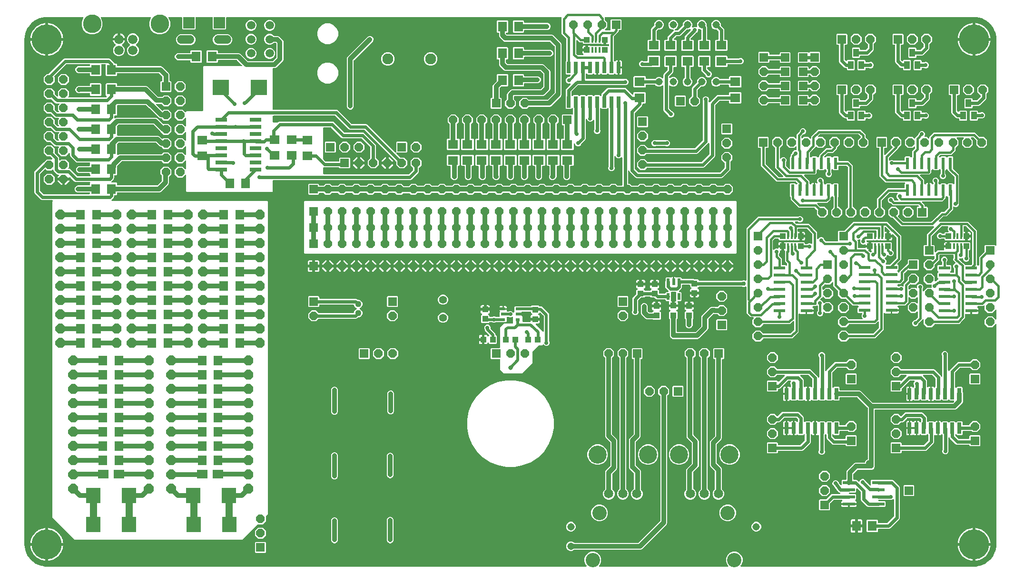
<source format=gbr>
G04 EAGLE Gerber RS-274X export*
G75*
%MOMM*%
%FSLAX34Y34*%
%LPD*%
%INBottom Copper*%
%IPPOS*%
%AMOC8*
5,1,8,0,0,1.08239X$1,22.5*%
G01*
%ADD10R,1.600000X1.803000*%
%ADD11P,1.924489X8X202.500000*%
%ADD12P,1.924489X8X22.500000*%
%ADD13R,1.600000X1.800000*%
%ADD14R,1.950000X1.500000*%
%ADD15R,2.550000X2.700000*%
%ADD16R,2.000000X2.000000*%
%ADD17C,1.508000*%
%ADD18C,1.508000*%
%ADD19P,1.649562X8X292.500000*%
%ADD20C,5.334000*%
%ADD21R,1.524000X1.524000*%
%ADD22C,1.676400*%
%ADD23C,3.302000*%
%ADD24R,2.057400X0.609600*%
%ADD25P,1.649562X8X22.500000*%
%ADD26R,0.609600X2.057400*%
%ADD27P,1.649562X8X112.500000*%
%ADD28R,0.660400X2.032000*%
%ADD29P,1.649562X8X202.500000*%
%ADD30R,1.500000X1.500000*%
%ADD31R,1.000000X1.400000*%
%ADD32R,2.200000X0.600000*%
%ADD33C,1.308000*%
%ADD34C,2.550000*%
%ADD35C,3.216000*%
%ADD36C,1.650000*%
%ADD37C,1.108000*%
%ADD38R,0.800000X0.510000*%
%ADD39R,1.100000X1.000000*%
%ADD40R,1.000000X1.100000*%
%ADD41C,1.400000*%
%ADD42C,1.950000*%
%ADD43R,2.032000X0.660400*%
%ADD44R,1.803000X1.600000*%
%ADD45R,1.800000X1.600000*%
%ADD46R,2.950000X2.700000*%
%ADD47R,0.340000X1.000000*%
%ADD48R,1.000000X1.000000*%
%ADD49R,0.550000X1.200000*%
%ADD50C,0.812800*%
%ADD51C,1.270000*%
%ADD52C,0.609600*%
%ADD53C,0.706400*%
%ADD54C,0.254000*%
%ADD55C,0.500000*%
%ADD56C,0.152400*%
%ADD57C,0.406400*%
%ADD58C,0.756400*%
%ADD59C,0.806400*%

G36*
X1009482Y10178D02*
X1009482Y10178D01*
X1009620Y10191D01*
X1009639Y10198D01*
X1009659Y10201D01*
X1009788Y10252D01*
X1009919Y10299D01*
X1009936Y10310D01*
X1009955Y10318D01*
X1010067Y10399D01*
X1010182Y10477D01*
X1010196Y10493D01*
X1010212Y10504D01*
X1010301Y10612D01*
X1010393Y10716D01*
X1010402Y10734D01*
X1010415Y10749D01*
X1010474Y10875D01*
X1010537Y10999D01*
X1010542Y11019D01*
X1010551Y11037D01*
X1010577Y11174D01*
X1010607Y11309D01*
X1010607Y11330D01*
X1010610Y11349D01*
X1010602Y11488D01*
X1010597Y11627D01*
X1010592Y11647D01*
X1010591Y11667D01*
X1010548Y11799D01*
X1010509Y11933D01*
X1010499Y11950D01*
X1010493Y11969D01*
X1010418Y12087D01*
X1010348Y12207D01*
X1010329Y12228D01*
X1010322Y12238D01*
X1010307Y12252D01*
X1010241Y12327D01*
X1008953Y13616D01*
X1006699Y19056D01*
X1006699Y24944D01*
X1008953Y30384D01*
X1013116Y34547D01*
X1018556Y36801D01*
X1024444Y36801D01*
X1029884Y34547D01*
X1034047Y30384D01*
X1036301Y24944D01*
X1036301Y19056D01*
X1034047Y13616D01*
X1032759Y12327D01*
X1032674Y12218D01*
X1032585Y12111D01*
X1032576Y12092D01*
X1032564Y12076D01*
X1032509Y11949D01*
X1032449Y11823D01*
X1032446Y11803D01*
X1032438Y11784D01*
X1032416Y11646D01*
X1032390Y11510D01*
X1032391Y11490D01*
X1032388Y11470D01*
X1032401Y11331D01*
X1032409Y11193D01*
X1032416Y11174D01*
X1032418Y11154D01*
X1032465Y11022D01*
X1032507Y10891D01*
X1032518Y10873D01*
X1032525Y10854D01*
X1032603Y10739D01*
X1032678Y10622D01*
X1032692Y10608D01*
X1032704Y10591D01*
X1032808Y10499D01*
X1032909Y10404D01*
X1032927Y10394D01*
X1032942Y10381D01*
X1033066Y10317D01*
X1033188Y10250D01*
X1033207Y10245D01*
X1033225Y10236D01*
X1033361Y10206D01*
X1033496Y10171D01*
X1033524Y10169D01*
X1033536Y10166D01*
X1033556Y10167D01*
X1033656Y10161D01*
X1261344Y10161D01*
X1261482Y10178D01*
X1261620Y10191D01*
X1261639Y10198D01*
X1261659Y10201D01*
X1261788Y10252D01*
X1261919Y10299D01*
X1261936Y10310D01*
X1261955Y10318D01*
X1262067Y10399D01*
X1262182Y10477D01*
X1262196Y10493D01*
X1262212Y10504D01*
X1262301Y10612D01*
X1262393Y10716D01*
X1262402Y10734D01*
X1262415Y10749D01*
X1262474Y10875D01*
X1262537Y10999D01*
X1262542Y11019D01*
X1262551Y11037D01*
X1262577Y11174D01*
X1262607Y11309D01*
X1262607Y11330D01*
X1262610Y11349D01*
X1262602Y11488D01*
X1262597Y11627D01*
X1262592Y11647D01*
X1262591Y11667D01*
X1262548Y11799D01*
X1262509Y11933D01*
X1262499Y11950D01*
X1262493Y11969D01*
X1262418Y12087D01*
X1262348Y12207D01*
X1262329Y12228D01*
X1262322Y12238D01*
X1262307Y12252D01*
X1262241Y12327D01*
X1260953Y13616D01*
X1258699Y19056D01*
X1258699Y24944D01*
X1260953Y30384D01*
X1265116Y34547D01*
X1270556Y36801D01*
X1276444Y36801D01*
X1281884Y34547D01*
X1286047Y30384D01*
X1288301Y24944D01*
X1288301Y19056D01*
X1286047Y13616D01*
X1284759Y12327D01*
X1284674Y12218D01*
X1284585Y12111D01*
X1284576Y12092D01*
X1284564Y12076D01*
X1284509Y11949D01*
X1284449Y11823D01*
X1284446Y11803D01*
X1284438Y11784D01*
X1284416Y11646D01*
X1284390Y11510D01*
X1284391Y11490D01*
X1284388Y11470D01*
X1284401Y11331D01*
X1284409Y11193D01*
X1284416Y11174D01*
X1284418Y11154D01*
X1284465Y11022D01*
X1284507Y10891D01*
X1284518Y10873D01*
X1284525Y10854D01*
X1284603Y10739D01*
X1284678Y10622D01*
X1284692Y10608D01*
X1284704Y10591D01*
X1284808Y10499D01*
X1284909Y10404D01*
X1284927Y10394D01*
X1284942Y10381D01*
X1285066Y10317D01*
X1285188Y10250D01*
X1285207Y10245D01*
X1285225Y10236D01*
X1285361Y10206D01*
X1285496Y10171D01*
X1285524Y10169D01*
X1285536Y10166D01*
X1285556Y10167D01*
X1285656Y10161D01*
X1700000Y10161D01*
X1700019Y10163D01*
X1700071Y10163D01*
X1704390Y10405D01*
X1704416Y10410D01*
X1704442Y10409D01*
X1704601Y10435D01*
X1713021Y12357D01*
X1713080Y12378D01*
X1713140Y12390D01*
X1713290Y12451D01*
X1721071Y16198D01*
X1721123Y16232D01*
X1721180Y16257D01*
X1721312Y16349D01*
X1728064Y21735D01*
X1728108Y21779D01*
X1728157Y21816D01*
X1728265Y21936D01*
X1733651Y28688D01*
X1733683Y28741D01*
X1733723Y28788D01*
X1733802Y28929D01*
X1737549Y36710D01*
X1737569Y36769D01*
X1737597Y36824D01*
X1737643Y36979D01*
X1739565Y45399D01*
X1739568Y45425D01*
X1739576Y45450D01*
X1739595Y45610D01*
X1739837Y49929D01*
X1739836Y49948D01*
X1739839Y50000D01*
X1739839Y441399D01*
X1739822Y441536D01*
X1739809Y441675D01*
X1739802Y441694D01*
X1739799Y441714D01*
X1739748Y441843D01*
X1739701Y441974D01*
X1739690Y441991D01*
X1739682Y442010D01*
X1739601Y442122D01*
X1739523Y442237D01*
X1739507Y442251D01*
X1739496Y442267D01*
X1739388Y442356D01*
X1739284Y442448D01*
X1739266Y442457D01*
X1739251Y442470D01*
X1739125Y442529D01*
X1739001Y442592D01*
X1738981Y442597D01*
X1738963Y442605D01*
X1738827Y442632D01*
X1738691Y442662D01*
X1738670Y442661D01*
X1738651Y442665D01*
X1738512Y442657D01*
X1738373Y442652D01*
X1738353Y442647D01*
X1738333Y442646D01*
X1738201Y442603D01*
X1738067Y442564D01*
X1738050Y442554D01*
X1738031Y442547D01*
X1737913Y442473D01*
X1737793Y442402D01*
X1737772Y442384D01*
X1737762Y442377D01*
X1737748Y442362D01*
X1737673Y442296D01*
X1732306Y436929D01*
X1724294Y436929D01*
X1718629Y442594D01*
X1718629Y450606D01*
X1724294Y456271D01*
X1732306Y456271D01*
X1737673Y450904D01*
X1737782Y450819D01*
X1737889Y450730D01*
X1737908Y450721D01*
X1737924Y450709D01*
X1738052Y450654D01*
X1738177Y450595D01*
X1738197Y450591D01*
X1738216Y450583D01*
X1738354Y450561D01*
X1738490Y450535D01*
X1738510Y450536D01*
X1738530Y450533D01*
X1738669Y450546D01*
X1738807Y450554D01*
X1738826Y450561D01*
X1738846Y450563D01*
X1738978Y450610D01*
X1739109Y450653D01*
X1739127Y450663D01*
X1739146Y450670D01*
X1739261Y450748D01*
X1739378Y450823D01*
X1739392Y450837D01*
X1739409Y450849D01*
X1739501Y450953D01*
X1739596Y451054D01*
X1739606Y451072D01*
X1739619Y451087D01*
X1739683Y451211D01*
X1739750Y451333D01*
X1739755Y451352D01*
X1739764Y451370D01*
X1739794Y451506D01*
X1739829Y451641D01*
X1739831Y451669D01*
X1739834Y451681D01*
X1739833Y451701D01*
X1739839Y451801D01*
X1739839Y466799D01*
X1739822Y466936D01*
X1739809Y467075D01*
X1739802Y467094D01*
X1739799Y467114D01*
X1739748Y467243D01*
X1739701Y467374D01*
X1739690Y467391D01*
X1739682Y467410D01*
X1739601Y467522D01*
X1739523Y467637D01*
X1739507Y467651D01*
X1739496Y467667D01*
X1739388Y467756D01*
X1739284Y467848D01*
X1739266Y467857D01*
X1739251Y467870D01*
X1739125Y467929D01*
X1739001Y467992D01*
X1738981Y467997D01*
X1738963Y468005D01*
X1738827Y468032D01*
X1738691Y468062D01*
X1738670Y468061D01*
X1738651Y468065D01*
X1738512Y468057D01*
X1738373Y468052D01*
X1738353Y468047D01*
X1738333Y468046D01*
X1738201Y468003D01*
X1738067Y467964D01*
X1738050Y467954D01*
X1738031Y467947D01*
X1737913Y467873D01*
X1737793Y467802D01*
X1737772Y467784D01*
X1737762Y467777D01*
X1737748Y467762D01*
X1737673Y467696D01*
X1732306Y462329D01*
X1724294Y462329D01*
X1718629Y467994D01*
X1718629Y474291D01*
X1718612Y474429D01*
X1718599Y474568D01*
X1718592Y474587D01*
X1718589Y474607D01*
X1718538Y474736D01*
X1718491Y474867D01*
X1718480Y474884D01*
X1718472Y474902D01*
X1718391Y475015D01*
X1718313Y475130D01*
X1718297Y475143D01*
X1718286Y475160D01*
X1718178Y475249D01*
X1718074Y475340D01*
X1718056Y475350D01*
X1718041Y475363D01*
X1717915Y475422D01*
X1717791Y475485D01*
X1717771Y475489D01*
X1717753Y475498D01*
X1717616Y475524D01*
X1717481Y475555D01*
X1717460Y475554D01*
X1717441Y475558D01*
X1717302Y475549D01*
X1717163Y475545D01*
X1717143Y475539D01*
X1717123Y475538D01*
X1716991Y475495D01*
X1716857Y475457D01*
X1716840Y475446D01*
X1716821Y475440D01*
X1716703Y475366D01*
X1716583Y475295D01*
X1716562Y475277D01*
X1716552Y475270D01*
X1716538Y475255D01*
X1716462Y475189D01*
X1716191Y474917D01*
X1707784Y474917D01*
X1707686Y474905D01*
X1707587Y474902D01*
X1707529Y474885D01*
X1707469Y474877D01*
X1707377Y474841D01*
X1707281Y474813D01*
X1707229Y474783D01*
X1707173Y474760D01*
X1707093Y474702D01*
X1707008Y474652D01*
X1706932Y474586D01*
X1706916Y474574D01*
X1706908Y474564D01*
X1706887Y474546D01*
X1705974Y473633D01*
X1705897Y473534D01*
X1705815Y473439D01*
X1705800Y473409D01*
X1705780Y473382D01*
X1705730Y473267D01*
X1705674Y473154D01*
X1705667Y473121D01*
X1705653Y473090D01*
X1705633Y472966D01*
X1705607Y472843D01*
X1705609Y472809D01*
X1705603Y472776D01*
X1705615Y472651D01*
X1705620Y472525D01*
X1705630Y472493D01*
X1705633Y472459D01*
X1705676Y472341D01*
X1705712Y472221D01*
X1705729Y472192D01*
X1705741Y472160D01*
X1705811Y472056D01*
X1705876Y471949D01*
X1705900Y471925D01*
X1705919Y471897D01*
X1706014Y471814D01*
X1706103Y471726D01*
X1706144Y471699D01*
X1706158Y471687D01*
X1706177Y471677D01*
X1706237Y471637D01*
X1706853Y471281D01*
X1707326Y470808D01*
X1707661Y470229D01*
X1707834Y469582D01*
X1707834Y467723D01*
X1695260Y467723D01*
X1695142Y467708D01*
X1695023Y467701D01*
X1694985Y467688D01*
X1694945Y467683D01*
X1694834Y467640D01*
X1694721Y467603D01*
X1694687Y467581D01*
X1694649Y467566D01*
X1694553Y467497D01*
X1694452Y467433D01*
X1694424Y467403D01*
X1694392Y467380D01*
X1694316Y467288D01*
X1694234Y467201D01*
X1694215Y467166D01*
X1694189Y467135D01*
X1694156Y467064D01*
X1694141Y467058D01*
X1694044Y466988D01*
X1693944Y466925D01*
X1693916Y466895D01*
X1693883Y466871D01*
X1693807Y466780D01*
X1693726Y466693D01*
X1693706Y466658D01*
X1693681Y466626D01*
X1693630Y466519D01*
X1693572Y466414D01*
X1693562Y466375D01*
X1693545Y466339D01*
X1693523Y466222D01*
X1693493Y466106D01*
X1693489Y466046D01*
X1693485Y466026D01*
X1693487Y466006D01*
X1693483Y465946D01*
X1693483Y460611D01*
X1684852Y460611D01*
X1684734Y460596D01*
X1684615Y460589D01*
X1684577Y460576D01*
X1684536Y460571D01*
X1684426Y460528D01*
X1684313Y460491D01*
X1684278Y460469D01*
X1684241Y460454D01*
X1684145Y460385D01*
X1684044Y460321D01*
X1684016Y460291D01*
X1683983Y460268D01*
X1683907Y460176D01*
X1683826Y460089D01*
X1683806Y460054D01*
X1683781Y460023D01*
X1683730Y459915D01*
X1683672Y459811D01*
X1683662Y459771D01*
X1683645Y459735D01*
X1683623Y459618D01*
X1683593Y459503D01*
X1683589Y459443D01*
X1683585Y459423D01*
X1683587Y459402D01*
X1683583Y459342D01*
X1683583Y455082D01*
X1683584Y455070D01*
X1683583Y455043D01*
X1683635Y453361D01*
X1682445Y452171D01*
X1682438Y452162D01*
X1682418Y452144D01*
X1676027Y445348D01*
X1675981Y445284D01*
X1675926Y445226D01*
X1675887Y445156D01*
X1675840Y445091D01*
X1675824Y445050D01*
X1674545Y443771D01*
X1674538Y443762D01*
X1674518Y443743D01*
X1673365Y442517D01*
X1671682Y442517D01*
X1671670Y442516D01*
X1671643Y442517D01*
X1669836Y442461D01*
X1669796Y442477D01*
X1669716Y442487D01*
X1669639Y442507D01*
X1669482Y442517D01*
X1669480Y442517D01*
X1669479Y442517D01*
X1630319Y442517D01*
X1630221Y442505D01*
X1630122Y442502D01*
X1630064Y442485D01*
X1630004Y442477D01*
X1629912Y442441D01*
X1629817Y442413D01*
X1629765Y442383D01*
X1629708Y442360D01*
X1629628Y442302D01*
X1629543Y442252D01*
X1629467Y442186D01*
X1629451Y442174D01*
X1629443Y442164D01*
X1629422Y442146D01*
X1624206Y436929D01*
X1616194Y436929D01*
X1610529Y442594D01*
X1610529Y450191D01*
X1610512Y450329D01*
X1610499Y450468D01*
X1610492Y450487D01*
X1610489Y450507D01*
X1610438Y450636D01*
X1610391Y450767D01*
X1610380Y450784D01*
X1610372Y450802D01*
X1610291Y450915D01*
X1610213Y451030D01*
X1610197Y451043D01*
X1610186Y451060D01*
X1610078Y451149D01*
X1609974Y451240D01*
X1609956Y451250D01*
X1609941Y451263D01*
X1609815Y451322D01*
X1609691Y451385D01*
X1609671Y451389D01*
X1609653Y451398D01*
X1609517Y451424D01*
X1609381Y451455D01*
X1609360Y451454D01*
X1609341Y451458D01*
X1609202Y451449D01*
X1609063Y451445D01*
X1609043Y451439D01*
X1609023Y451438D01*
X1608891Y451395D01*
X1608757Y451357D01*
X1608740Y451346D01*
X1608721Y451340D01*
X1608603Y451266D01*
X1608483Y451195D01*
X1608462Y451177D01*
X1608452Y451170D01*
X1608438Y451155D01*
X1608363Y451089D01*
X1601454Y444181D01*
X1601394Y444102D01*
X1601326Y444030D01*
X1601297Y443977D01*
X1601260Y443929D01*
X1601220Y443838D01*
X1601172Y443752D01*
X1601157Y443693D01*
X1601133Y443638D01*
X1601118Y443540D01*
X1601093Y443444D01*
X1601087Y443344D01*
X1601083Y443323D01*
X1601085Y443311D01*
X1601083Y443283D01*
X1601083Y442889D01*
X1600233Y440838D01*
X1598662Y439267D01*
X1596611Y438417D01*
X1594389Y438417D01*
X1592338Y439267D01*
X1590767Y440838D01*
X1589917Y442889D01*
X1589917Y445111D01*
X1590767Y447162D01*
X1592338Y448733D01*
X1594389Y449583D01*
X1594783Y449583D01*
X1594881Y449595D01*
X1594980Y449598D01*
X1595039Y449615D01*
X1595099Y449623D01*
X1595191Y449659D01*
X1595286Y449687D01*
X1595338Y449717D01*
X1595394Y449740D01*
X1595474Y449798D01*
X1595560Y449848D01*
X1595635Y449914D01*
X1595652Y449926D01*
X1595659Y449936D01*
X1595681Y449954D01*
X1599546Y453819D01*
X1599606Y453898D01*
X1599674Y453970D01*
X1599703Y454023D01*
X1599740Y454071D01*
X1599780Y454162D01*
X1599828Y454248D01*
X1599843Y454307D01*
X1599867Y454362D01*
X1599882Y454460D01*
X1599907Y454556D01*
X1599913Y454656D01*
X1599917Y454677D01*
X1599915Y454689D01*
X1599917Y454717D01*
X1599917Y463377D01*
X1599900Y463514D01*
X1599887Y463653D01*
X1599880Y463672D01*
X1599877Y463692D01*
X1599826Y463821D01*
X1599779Y463952D01*
X1599768Y463969D01*
X1599760Y463988D01*
X1599679Y464100D01*
X1599601Y464215D01*
X1599585Y464229D01*
X1599574Y464245D01*
X1599466Y464334D01*
X1599362Y464426D01*
X1599344Y464435D01*
X1599329Y464448D01*
X1599203Y464507D01*
X1599079Y464570D01*
X1599059Y464575D01*
X1599041Y464583D01*
X1598905Y464610D01*
X1598769Y464640D01*
X1598748Y464639D01*
X1598729Y464643D01*
X1598590Y464635D01*
X1598451Y464630D01*
X1598431Y464625D01*
X1598411Y464624D01*
X1598279Y464581D01*
X1598145Y464542D01*
X1598128Y464532D01*
X1598109Y464525D01*
X1597991Y464451D01*
X1597871Y464380D01*
X1597850Y464362D01*
X1597840Y464355D01*
X1597826Y464340D01*
X1597751Y464274D01*
X1595806Y462329D01*
X1587794Y462329D01*
X1582129Y467994D01*
X1582129Y476006D01*
X1587794Y481671D01*
X1595806Y481671D01*
X1597751Y479726D01*
X1597860Y479641D01*
X1597967Y479552D01*
X1597986Y479543D01*
X1598002Y479531D01*
X1598130Y479476D01*
X1598255Y479417D01*
X1598275Y479413D01*
X1598294Y479405D01*
X1598432Y479383D01*
X1598568Y479357D01*
X1598588Y479358D01*
X1598608Y479355D01*
X1598747Y479368D01*
X1598885Y479376D01*
X1598904Y479383D01*
X1598924Y479385D01*
X1599056Y479432D01*
X1599187Y479475D01*
X1599205Y479485D01*
X1599224Y479492D01*
X1599339Y479570D01*
X1599456Y479645D01*
X1599470Y479659D01*
X1599487Y479671D01*
X1599579Y479775D01*
X1599674Y479876D01*
X1599684Y479894D01*
X1599697Y479909D01*
X1599761Y480033D01*
X1599828Y480155D01*
X1599833Y480174D01*
X1599842Y480192D01*
X1599872Y480328D01*
X1599907Y480463D01*
X1599909Y480491D01*
X1599912Y480503D01*
X1599911Y480523D01*
X1599917Y480623D01*
X1599917Y488777D01*
X1599900Y488914D01*
X1599887Y489053D01*
X1599880Y489072D01*
X1599877Y489092D01*
X1599826Y489221D01*
X1599779Y489352D01*
X1599768Y489369D01*
X1599760Y489388D01*
X1599679Y489500D01*
X1599601Y489615D01*
X1599585Y489629D01*
X1599574Y489645D01*
X1599466Y489734D01*
X1599362Y489826D01*
X1599344Y489835D01*
X1599329Y489848D01*
X1599203Y489907D01*
X1599079Y489970D01*
X1599059Y489975D01*
X1599041Y489983D01*
X1598905Y490010D01*
X1598769Y490040D01*
X1598748Y490039D01*
X1598729Y490043D01*
X1598590Y490035D01*
X1598451Y490030D01*
X1598431Y490025D01*
X1598411Y490024D01*
X1598279Y489981D01*
X1598145Y489942D01*
X1598128Y489932D01*
X1598109Y489925D01*
X1597991Y489851D01*
X1597871Y489780D01*
X1597850Y489762D01*
X1597840Y489755D01*
X1597826Y489740D01*
X1597751Y489674D01*
X1595806Y487729D01*
X1587794Y487729D01*
X1585249Y490274D01*
X1585140Y490359D01*
X1585033Y490448D01*
X1585014Y490457D01*
X1584998Y490469D01*
X1584870Y490524D01*
X1584745Y490583D01*
X1584725Y490587D01*
X1584706Y490595D01*
X1584568Y490617D01*
X1584432Y490643D01*
X1584412Y490642D01*
X1584392Y490645D01*
X1584253Y490632D01*
X1584115Y490624D01*
X1584096Y490617D01*
X1584076Y490615D01*
X1583944Y490568D01*
X1583813Y490525D01*
X1583795Y490515D01*
X1583776Y490508D01*
X1583661Y490430D01*
X1583544Y490355D01*
X1583530Y490341D01*
X1583513Y490329D01*
X1583421Y490225D01*
X1583326Y490124D01*
X1583316Y490106D01*
X1583303Y490091D01*
X1583239Y489967D01*
X1583172Y489845D01*
X1583167Y489826D01*
X1583158Y489808D01*
X1583128Y489672D01*
X1583093Y489537D01*
X1583091Y489509D01*
X1583088Y489497D01*
X1583089Y489477D01*
X1583083Y489377D01*
X1583083Y481809D01*
X1577191Y475917D01*
X1565884Y475917D01*
X1565786Y475905D01*
X1565687Y475902D01*
X1565629Y475885D01*
X1565569Y475877D01*
X1565477Y475841D01*
X1565381Y475813D01*
X1565329Y475783D01*
X1565273Y475760D01*
X1565193Y475702D01*
X1565108Y475652D01*
X1565032Y475586D01*
X1565016Y475574D01*
X1565008Y475564D01*
X1564987Y475546D01*
X1564074Y474633D01*
X1563997Y474534D01*
X1563915Y474439D01*
X1563900Y474409D01*
X1563880Y474382D01*
X1563830Y474267D01*
X1563774Y474154D01*
X1563767Y474121D01*
X1563753Y474090D01*
X1563733Y473966D01*
X1563707Y473843D01*
X1563709Y473809D01*
X1563703Y473776D01*
X1563715Y473651D01*
X1563720Y473525D01*
X1563730Y473493D01*
X1563733Y473459D01*
X1563776Y473341D01*
X1563812Y473221D01*
X1563829Y473192D01*
X1563841Y473160D01*
X1563911Y473056D01*
X1563976Y472949D01*
X1564000Y472925D01*
X1564019Y472897D01*
X1564114Y472814D01*
X1564203Y472726D01*
X1564244Y472699D01*
X1564258Y472687D01*
X1564277Y472677D01*
X1564337Y472637D01*
X1564953Y472281D01*
X1565426Y471808D01*
X1565761Y471229D01*
X1565934Y470582D01*
X1565934Y468723D01*
X1553360Y468723D01*
X1553242Y468708D01*
X1553123Y468701D01*
X1553085Y468688D01*
X1553045Y468683D01*
X1552934Y468640D01*
X1552821Y468603D01*
X1552787Y468581D01*
X1552749Y468566D01*
X1552653Y468497D01*
X1552552Y468433D01*
X1552524Y468403D01*
X1552492Y468380D01*
X1552416Y468288D01*
X1552334Y468201D01*
X1552315Y468166D01*
X1552289Y468135D01*
X1552256Y468064D01*
X1552241Y468058D01*
X1552144Y467988D01*
X1552044Y467925D01*
X1552016Y467895D01*
X1551983Y467871D01*
X1551907Y467780D01*
X1551826Y467693D01*
X1551806Y467658D01*
X1551781Y467626D01*
X1551730Y467519D01*
X1551672Y467414D01*
X1551662Y467375D01*
X1551645Y467339D01*
X1551623Y467222D01*
X1551593Y467106D01*
X1551589Y467046D01*
X1551585Y467026D01*
X1551587Y467006D01*
X1551583Y466946D01*
X1551583Y461611D01*
X1542485Y461611D01*
X1541838Y461784D01*
X1541259Y462119D01*
X1541250Y462128D01*
X1541140Y462213D01*
X1541033Y462302D01*
X1541014Y462311D01*
X1540998Y462323D01*
X1540870Y462379D01*
X1540745Y462438D01*
X1540725Y462442D01*
X1540707Y462450D01*
X1540569Y462472D01*
X1540432Y462498D01*
X1540412Y462496D01*
X1540392Y462500D01*
X1540254Y462486D01*
X1540115Y462478D01*
X1540096Y462472D01*
X1540076Y462470D01*
X1539945Y462423D01*
X1539813Y462380D01*
X1539796Y462369D01*
X1539776Y462362D01*
X1539661Y462284D01*
X1539544Y462210D01*
X1539530Y462195D01*
X1539513Y462184D01*
X1539421Y462079D01*
X1539326Y461978D01*
X1539316Y461960D01*
X1539303Y461945D01*
X1539240Y461821D01*
X1539172Y461700D01*
X1539167Y461680D01*
X1539158Y461662D01*
X1539128Y461526D01*
X1539093Y461392D01*
X1539091Y461364D01*
X1539088Y461352D01*
X1539089Y461331D01*
X1539083Y461231D01*
X1539083Y432809D01*
X1523391Y417117D01*
X1477919Y417117D01*
X1477821Y417105D01*
X1477722Y417102D01*
X1477664Y417085D01*
X1477604Y417077D01*
X1477512Y417041D01*
X1477417Y417013D01*
X1477365Y416983D01*
X1477308Y416960D01*
X1477228Y416902D01*
X1477143Y416852D01*
X1477067Y416786D01*
X1477051Y416774D01*
X1477043Y416764D01*
X1477022Y416746D01*
X1471806Y411529D01*
X1463794Y411529D01*
X1458129Y417194D01*
X1458129Y425206D01*
X1463794Y430871D01*
X1471806Y430871D01*
X1477022Y425654D01*
X1477100Y425594D01*
X1477172Y425526D01*
X1477225Y425497D01*
X1477273Y425460D01*
X1477364Y425420D01*
X1477451Y425372D01*
X1477509Y425357D01*
X1477565Y425333D01*
X1477663Y425318D01*
X1477759Y425293D01*
X1477859Y425287D01*
X1477879Y425283D01*
X1477891Y425285D01*
X1477919Y425283D01*
X1519483Y425283D01*
X1519581Y425295D01*
X1519680Y425298D01*
X1519739Y425315D01*
X1519799Y425323D01*
X1519891Y425359D01*
X1519986Y425387D01*
X1520038Y425417D01*
X1520094Y425440D01*
X1520174Y425498D01*
X1520260Y425548D01*
X1520335Y425614D01*
X1520352Y425626D01*
X1520359Y425636D01*
X1520381Y425654D01*
X1530546Y435819D01*
X1530606Y435898D01*
X1530674Y435970D01*
X1530703Y436023D01*
X1530740Y436071D01*
X1530780Y436162D01*
X1530828Y436248D01*
X1530843Y436307D01*
X1530867Y436362D01*
X1530882Y436460D01*
X1530907Y436556D01*
X1530913Y436656D01*
X1530917Y436677D01*
X1530915Y436689D01*
X1530917Y436717D01*
X1530917Y446079D01*
X1530900Y446217D01*
X1530887Y446356D01*
X1530880Y446375D01*
X1530877Y446395D01*
X1530826Y446524D01*
X1530779Y446655D01*
X1530768Y446672D01*
X1530760Y446690D01*
X1530679Y446803D01*
X1530601Y446918D01*
X1530585Y446931D01*
X1530574Y446948D01*
X1530467Y447036D01*
X1530362Y447128D01*
X1530344Y447138D01*
X1530329Y447151D01*
X1530203Y447210D01*
X1530079Y447273D01*
X1530059Y447278D01*
X1530041Y447286D01*
X1529905Y447312D01*
X1529769Y447343D01*
X1529748Y447342D01*
X1529729Y447346D01*
X1529590Y447337D01*
X1529451Y447333D01*
X1529431Y447327D01*
X1529411Y447326D01*
X1529279Y447283D01*
X1529145Y447245D01*
X1529128Y447234D01*
X1529109Y447228D01*
X1528991Y447154D01*
X1528871Y447083D01*
X1528850Y447065D01*
X1528840Y447058D01*
X1528826Y447043D01*
X1528750Y446977D01*
X1528319Y446545D01*
X1524291Y442517D01*
X1477919Y442517D01*
X1477821Y442505D01*
X1477722Y442502D01*
X1477664Y442485D01*
X1477604Y442477D01*
X1477512Y442441D01*
X1477417Y442413D01*
X1477365Y442383D01*
X1477308Y442360D01*
X1477228Y442302D01*
X1477143Y442252D01*
X1477067Y442186D01*
X1477051Y442174D01*
X1477043Y442164D01*
X1477022Y442146D01*
X1471806Y436929D01*
X1463794Y436929D01*
X1458129Y442594D01*
X1458129Y450606D01*
X1463794Y456271D01*
X1471806Y456271D01*
X1477022Y451054D01*
X1477100Y450994D01*
X1477172Y450926D01*
X1477225Y450897D01*
X1477273Y450860D01*
X1477364Y450820D01*
X1477451Y450772D01*
X1477509Y450757D01*
X1477565Y450733D01*
X1477663Y450718D01*
X1477759Y450693D01*
X1477859Y450687D01*
X1477879Y450683D01*
X1477891Y450685D01*
X1477919Y450683D01*
X1500858Y450683D01*
X1500996Y450700D01*
X1501134Y450713D01*
X1501153Y450720D01*
X1501173Y450723D01*
X1501302Y450774D01*
X1501434Y450821D01*
X1501450Y450832D01*
X1501469Y450840D01*
X1501581Y450921D01*
X1501697Y450999D01*
X1501710Y451015D01*
X1501726Y451026D01*
X1501815Y451134D01*
X1501907Y451238D01*
X1501916Y451256D01*
X1501929Y451271D01*
X1501988Y451397D01*
X1502052Y451521D01*
X1502056Y451541D01*
X1502065Y451559D01*
X1502091Y451696D01*
X1502121Y451831D01*
X1502121Y451852D01*
X1502125Y451871D01*
X1502116Y452010D01*
X1502112Y452149D01*
X1502106Y452169D01*
X1502105Y452189D01*
X1502062Y452321D01*
X1502023Y452455D01*
X1502013Y452472D01*
X1502007Y452491D01*
X1501932Y452609D01*
X1501862Y452729D01*
X1501843Y452750D01*
X1501837Y452760D01*
X1501822Y452774D01*
X1501755Y452849D01*
X1500767Y453838D01*
X1499917Y455889D01*
X1499917Y458111D01*
X1500843Y460346D01*
X1500857Y460394D01*
X1500878Y460439D01*
X1500898Y460547D01*
X1500927Y460653D01*
X1500928Y460703D01*
X1500937Y460752D01*
X1500931Y460861D01*
X1500932Y460971D01*
X1500921Y461019D01*
X1500918Y461069D01*
X1500884Y461173D01*
X1500858Y461280D01*
X1500835Y461324D01*
X1500820Y461371D01*
X1500761Y461464D01*
X1500710Y461561D01*
X1500676Y461598D01*
X1500650Y461640D01*
X1500569Y461715D01*
X1500496Y461797D01*
X1500454Y461824D01*
X1500418Y461858D01*
X1500322Y461911D01*
X1500230Y461971D01*
X1500183Y461988D01*
X1500139Y462012D01*
X1500033Y462039D01*
X1499929Y462075D01*
X1499880Y462079D01*
X1499831Y462091D01*
X1499671Y462101D01*
X1493964Y462101D01*
X1492762Y463303D01*
X1492762Y471097D01*
X1494317Y472652D01*
X1494390Y472747D01*
X1494469Y472836D01*
X1494487Y472872D01*
X1494512Y472904D01*
X1494560Y473013D01*
X1494614Y473119D01*
X1494623Y473158D01*
X1494639Y473196D01*
X1494657Y473313D01*
X1494683Y473429D01*
X1494682Y473470D01*
X1494688Y473510D01*
X1494677Y473628D01*
X1494674Y473747D01*
X1494662Y473786D01*
X1494659Y473826D01*
X1494618Y473938D01*
X1494585Y474053D01*
X1494565Y474088D01*
X1494551Y474126D01*
X1494484Y474224D01*
X1494424Y474327D01*
X1494384Y474372D01*
X1494372Y474389D01*
X1494357Y474402D01*
X1494317Y474447D01*
X1493319Y475445D01*
X1493241Y475506D01*
X1493169Y475574D01*
X1493116Y475603D01*
X1493068Y475640D01*
X1492977Y475680D01*
X1492890Y475728D01*
X1492832Y475743D01*
X1492776Y475767D01*
X1492678Y475782D01*
X1492583Y475807D01*
X1492482Y475813D01*
X1492462Y475817D01*
X1492450Y475815D01*
X1492422Y475817D01*
X1483609Y475817D01*
X1480846Y478580D01*
X1480846Y478581D01*
X1472069Y487358D01*
X1471990Y487418D01*
X1471918Y487486D01*
X1471865Y487515D01*
X1471817Y487552D01*
X1471726Y487592D01*
X1471640Y487640D01*
X1471581Y487655D01*
X1471526Y487679D01*
X1471428Y487694D01*
X1471332Y487719D01*
X1471232Y487725D01*
X1471211Y487729D01*
X1471199Y487727D01*
X1471171Y487729D01*
X1463794Y487729D01*
X1458129Y493394D01*
X1458129Y500771D01*
X1458117Y500869D01*
X1458114Y500968D01*
X1458097Y501027D01*
X1458089Y501087D01*
X1458053Y501179D01*
X1458025Y501274D01*
X1457995Y501326D01*
X1457972Y501382D01*
X1457914Y501462D01*
X1457864Y501548D01*
X1457798Y501623D01*
X1457786Y501640D01*
X1457776Y501648D01*
X1457758Y501669D01*
X1452181Y507246D01*
X1449417Y510009D01*
X1449417Y516077D01*
X1449400Y516214D01*
X1449387Y516353D01*
X1449380Y516372D01*
X1449377Y516392D01*
X1449326Y516521D01*
X1449279Y516652D01*
X1449268Y516669D01*
X1449260Y516688D01*
X1449179Y516800D01*
X1449101Y516915D01*
X1449085Y516929D01*
X1449074Y516945D01*
X1448966Y517034D01*
X1448862Y517126D01*
X1448844Y517135D01*
X1448829Y517148D01*
X1448703Y517207D01*
X1448579Y517270D01*
X1448559Y517275D01*
X1448541Y517283D01*
X1448405Y517310D01*
X1448269Y517340D01*
X1448248Y517339D01*
X1448229Y517343D01*
X1448090Y517335D01*
X1447951Y517330D01*
X1447931Y517325D01*
X1447911Y517324D01*
X1447779Y517281D01*
X1447645Y517242D01*
X1447628Y517232D01*
X1447609Y517225D01*
X1447491Y517151D01*
X1447371Y517080D01*
X1447350Y517062D01*
X1447340Y517055D01*
X1447326Y517040D01*
X1447251Y516974D01*
X1443406Y513129D01*
X1435381Y513129D01*
X1435337Y513163D01*
X1435236Y513249D01*
X1435212Y513260D01*
X1435191Y513277D01*
X1435069Y513329D01*
X1434949Y513387D01*
X1434923Y513392D01*
X1434899Y513403D01*
X1434768Y513424D01*
X1434638Y513450D01*
X1434611Y513449D01*
X1434585Y513453D01*
X1434453Y513440D01*
X1434320Y513434D01*
X1434294Y513426D01*
X1434268Y513423D01*
X1434143Y513378D01*
X1434016Y513339D01*
X1433994Y513325D01*
X1433969Y513316D01*
X1433859Y513241D01*
X1433746Y513171D01*
X1433718Y513146D01*
X1433706Y513137D01*
X1433691Y513121D01*
X1433628Y513062D01*
X1430435Y509729D01*
X1430384Y509660D01*
X1430326Y509598D01*
X1430290Y509533D01*
X1430246Y509473D01*
X1430214Y509394D01*
X1430172Y509319D01*
X1430154Y509247D01*
X1430126Y509179D01*
X1430114Y509094D01*
X1430093Y509011D01*
X1430084Y508874D01*
X1430083Y508863D01*
X1430083Y508859D01*
X1430083Y508851D01*
X1430083Y504823D01*
X1430100Y504686D01*
X1430113Y504547D01*
X1430120Y504528D01*
X1430123Y504508D01*
X1430174Y504379D01*
X1430221Y504248D01*
X1430232Y504231D01*
X1430240Y504212D01*
X1430321Y504100D01*
X1430399Y503985D01*
X1430415Y503971D01*
X1430426Y503955D01*
X1430534Y503866D01*
X1430638Y503774D01*
X1430656Y503765D01*
X1430671Y503752D01*
X1430797Y503693D01*
X1430921Y503630D01*
X1430941Y503625D01*
X1430959Y503617D01*
X1431095Y503590D01*
X1431231Y503560D01*
X1431252Y503561D01*
X1431271Y503557D01*
X1431410Y503565D01*
X1431549Y503570D01*
X1431569Y503575D01*
X1431589Y503576D01*
X1431721Y503619D01*
X1431855Y503658D01*
X1431872Y503668D01*
X1431891Y503675D01*
X1432009Y503749D01*
X1432129Y503820D01*
X1432150Y503838D01*
X1432160Y503845D01*
X1432174Y503860D01*
X1432249Y503926D01*
X1435394Y507071D01*
X1443406Y507071D01*
X1449071Y501406D01*
X1449071Y493394D01*
X1443406Y487729D01*
X1435394Y487729D01*
X1432141Y490983D01*
X1432062Y491044D01*
X1431989Y491112D01*
X1431937Y491141D01*
X1431890Y491178D01*
X1431798Y491217D01*
X1431710Y491266D01*
X1431652Y491280D01*
X1431598Y491304D01*
X1431499Y491320D01*
X1431402Y491345D01*
X1431343Y491345D01*
X1431284Y491354D01*
X1431184Y491345D01*
X1431084Y491344D01*
X1431026Y491330D01*
X1430967Y491324D01*
X1430873Y491290D01*
X1430776Y491265D01*
X1430724Y491237D01*
X1430668Y491216D01*
X1430585Y491160D01*
X1430497Y491112D01*
X1430422Y491049D01*
X1430405Y491038D01*
X1430396Y491028D01*
X1430373Y491010D01*
X1428857Y489582D01*
X1428849Y489573D01*
X1428829Y489556D01*
X1427549Y488275D01*
X1427511Y488260D01*
X1427447Y488214D01*
X1427377Y488175D01*
X1427256Y488075D01*
X1427254Y488074D01*
X1427253Y488073D01*
X1427253Y488072D01*
X1426408Y487278D01*
X1426408Y487277D01*
X1426407Y487276D01*
X1426303Y487151D01*
X1426205Y487033D01*
X1426205Y487032D01*
X1426204Y487031D01*
X1426130Y486872D01*
X1426070Y486745D01*
X1426070Y486744D01*
X1426069Y486743D01*
X1426037Y486572D01*
X1426010Y486432D01*
X1426010Y486431D01*
X1426021Y486261D01*
X1426030Y486115D01*
X1426030Y486114D01*
X1426030Y486113D01*
X1426081Y485957D01*
X1426128Y485813D01*
X1426128Y485812D01*
X1426129Y485811D01*
X1426211Y485680D01*
X1426298Y485544D01*
X1426299Y485543D01*
X1426299Y485542D01*
X1426419Y485429D01*
X1426530Y485326D01*
X1426531Y485325D01*
X1426683Y485241D01*
X1426808Y485172D01*
X1426809Y485172D01*
X1426810Y485172D01*
X1426975Y485129D01*
X1427036Y485114D01*
X1429162Y484233D01*
X1430733Y482662D01*
X1431662Y480420D01*
X1431686Y480377D01*
X1431703Y480330D01*
X1431765Y480239D01*
X1431819Y480144D01*
X1431854Y480108D01*
X1431882Y480067D01*
X1431964Y479994D01*
X1432040Y479915D01*
X1432083Y479889D01*
X1432120Y479856D01*
X1432218Y479807D01*
X1432312Y479749D01*
X1432359Y479734D01*
X1432403Y479712D01*
X1432511Y479688D01*
X1432616Y479655D01*
X1432665Y479653D01*
X1432714Y479642D01*
X1432824Y479646D01*
X1432933Y479640D01*
X1432982Y479650D01*
X1433032Y479652D01*
X1433137Y479682D01*
X1433245Y479705D01*
X1433289Y479726D01*
X1433337Y479740D01*
X1433431Y479796D01*
X1433530Y479844D01*
X1433568Y479877D01*
X1433611Y479902D01*
X1433732Y480008D01*
X1435394Y481671D01*
X1443406Y481671D01*
X1449071Y476006D01*
X1449071Y467994D01*
X1443406Y462329D01*
X1435394Y462329D01*
X1433749Y463974D01*
X1433640Y464059D01*
X1433533Y464148D01*
X1433514Y464157D01*
X1433498Y464169D01*
X1433370Y464224D01*
X1433245Y464283D01*
X1433225Y464287D01*
X1433206Y464295D01*
X1433068Y464317D01*
X1432932Y464343D01*
X1432912Y464342D01*
X1432892Y464345D01*
X1432753Y464332D01*
X1432615Y464324D01*
X1432596Y464317D01*
X1432576Y464315D01*
X1432444Y464268D01*
X1432313Y464225D01*
X1432295Y464215D01*
X1432276Y464208D01*
X1432161Y464130D01*
X1432044Y464055D01*
X1432030Y464041D01*
X1432013Y464029D01*
X1431921Y463925D01*
X1431826Y463824D01*
X1431816Y463806D01*
X1431803Y463791D01*
X1431739Y463667D01*
X1431672Y463545D01*
X1431667Y463526D01*
X1431658Y463508D01*
X1431628Y463372D01*
X1431593Y463237D01*
X1431591Y463209D01*
X1431588Y463197D01*
X1431589Y463177D01*
X1431583Y463077D01*
X1431583Y460889D01*
X1430733Y458838D01*
X1429162Y457267D01*
X1427111Y456417D01*
X1424889Y456417D01*
X1422838Y457267D01*
X1421267Y458838D01*
X1420417Y460889D01*
X1420417Y463111D01*
X1421267Y465162D01*
X1421546Y465441D01*
X1421606Y465519D01*
X1421674Y465591D01*
X1421703Y465644D01*
X1421740Y465692D01*
X1421780Y465783D01*
X1421828Y465870D01*
X1421843Y465928D01*
X1421867Y465984D01*
X1421882Y466082D01*
X1421907Y466178D01*
X1421913Y466278D01*
X1421917Y466298D01*
X1421915Y466310D01*
X1421917Y466338D01*
X1421917Y474579D01*
X1421900Y474716D01*
X1421887Y474856D01*
X1421880Y474875D01*
X1421877Y474895D01*
X1421826Y475024D01*
X1421779Y475155D01*
X1421768Y475172D01*
X1421760Y475190D01*
X1421679Y475303D01*
X1421601Y475418D01*
X1421585Y475431D01*
X1421574Y475448D01*
X1421466Y475536D01*
X1421362Y475628D01*
X1421344Y475638D01*
X1421329Y475651D01*
X1421203Y475710D01*
X1421079Y475773D01*
X1421059Y475777D01*
X1421041Y475786D01*
X1420904Y475812D01*
X1420769Y475843D01*
X1420748Y475842D01*
X1420729Y475846D01*
X1420590Y475837D01*
X1420451Y475833D01*
X1420431Y475827D01*
X1420411Y475826D01*
X1420279Y475783D01*
X1420145Y475745D01*
X1420128Y475734D01*
X1420109Y475728D01*
X1419991Y475654D01*
X1419871Y475583D01*
X1419850Y475565D01*
X1419840Y475558D01*
X1419826Y475543D01*
X1419751Y475477D01*
X1419191Y474917D01*
X1414384Y474917D01*
X1414286Y474905D01*
X1414187Y474902D01*
X1414129Y474885D01*
X1414069Y474877D01*
X1413977Y474841D01*
X1413881Y474813D01*
X1413829Y474783D01*
X1413773Y474760D01*
X1413693Y474702D01*
X1413608Y474652D01*
X1413532Y474586D01*
X1413516Y474574D01*
X1413508Y474564D01*
X1413487Y474546D01*
X1412574Y473633D01*
X1412497Y473534D01*
X1412415Y473439D01*
X1412400Y473409D01*
X1412380Y473382D01*
X1412330Y473267D01*
X1412274Y473154D01*
X1412267Y473121D01*
X1412253Y473090D01*
X1412233Y472966D01*
X1412207Y472843D01*
X1412209Y472809D01*
X1412203Y472776D01*
X1412215Y472651D01*
X1412220Y472525D01*
X1412230Y472493D01*
X1412233Y472459D01*
X1412276Y472341D01*
X1412312Y472221D01*
X1412329Y472192D01*
X1412341Y472160D01*
X1412411Y472056D01*
X1412476Y471949D01*
X1412500Y471925D01*
X1412519Y471897D01*
X1412614Y471814D01*
X1412703Y471726D01*
X1412744Y471699D01*
X1412758Y471687D01*
X1412777Y471677D01*
X1412837Y471637D01*
X1413453Y471281D01*
X1413926Y470808D01*
X1414261Y470229D01*
X1414434Y469582D01*
X1414434Y467723D01*
X1401860Y467723D01*
X1401742Y467708D01*
X1401623Y467701D01*
X1401585Y467688D01*
X1401545Y467683D01*
X1401434Y467640D01*
X1401321Y467603D01*
X1401287Y467581D01*
X1401249Y467566D01*
X1401153Y467497D01*
X1401052Y467433D01*
X1401024Y467403D01*
X1400992Y467380D01*
X1400916Y467288D01*
X1400834Y467201D01*
X1400815Y467166D01*
X1400789Y467135D01*
X1400756Y467064D01*
X1400741Y467058D01*
X1400644Y466988D01*
X1400544Y466925D01*
X1400516Y466895D01*
X1400483Y466871D01*
X1400407Y466780D01*
X1400326Y466693D01*
X1400306Y466658D01*
X1400281Y466626D01*
X1400230Y466519D01*
X1400172Y466414D01*
X1400162Y466375D01*
X1400145Y466339D01*
X1400123Y466222D01*
X1400093Y466106D01*
X1400089Y466046D01*
X1400085Y466026D01*
X1400087Y466006D01*
X1400083Y465946D01*
X1400083Y460611D01*
X1390985Y460611D01*
X1390338Y460784D01*
X1389787Y461103D01*
X1389664Y461154D01*
X1389545Y461211D01*
X1389518Y461216D01*
X1389493Y461226D01*
X1389362Y461246D01*
X1389232Y461270D01*
X1389206Y461269D01*
X1389179Y461273D01*
X1389047Y461259D01*
X1388915Y461251D01*
X1388889Y461242D01*
X1388863Y461240D01*
X1388739Y461193D01*
X1388613Y461153D01*
X1388590Y461138D01*
X1388564Y461129D01*
X1388456Y461053D01*
X1388344Y460983D01*
X1388325Y460963D01*
X1388303Y460947D01*
X1388217Y460847D01*
X1388126Y460751D01*
X1388113Y460727D01*
X1388095Y460707D01*
X1388036Y460588D01*
X1387972Y460472D01*
X1387966Y460446D01*
X1387954Y460422D01*
X1387926Y460292D01*
X1387893Y460164D01*
X1387891Y460126D01*
X1387887Y460111D01*
X1387888Y460089D01*
X1387883Y460004D01*
X1387883Y428509D01*
X1376491Y417117D01*
X1325519Y417117D01*
X1325421Y417105D01*
X1325322Y417102D01*
X1325264Y417085D01*
X1325204Y417077D01*
X1325112Y417041D01*
X1325017Y417013D01*
X1324965Y416983D01*
X1324908Y416960D01*
X1324828Y416902D01*
X1324743Y416852D01*
X1324667Y416786D01*
X1324651Y416774D01*
X1324643Y416764D01*
X1324622Y416746D01*
X1319406Y411529D01*
X1311394Y411529D01*
X1305729Y417194D01*
X1305729Y425206D01*
X1311394Y430871D01*
X1319406Y430871D01*
X1324622Y425654D01*
X1324700Y425594D01*
X1324772Y425526D01*
X1324825Y425497D01*
X1324873Y425460D01*
X1324964Y425420D01*
X1325051Y425372D01*
X1325109Y425357D01*
X1325165Y425333D01*
X1325263Y425318D01*
X1325359Y425293D01*
X1325459Y425287D01*
X1325479Y425283D01*
X1325491Y425285D01*
X1325519Y425283D01*
X1372583Y425283D01*
X1372681Y425295D01*
X1372780Y425298D01*
X1372839Y425315D01*
X1372899Y425323D01*
X1372991Y425359D01*
X1373086Y425387D01*
X1373138Y425417D01*
X1373194Y425440D01*
X1373274Y425498D01*
X1373360Y425548D01*
X1373435Y425614D01*
X1373452Y425626D01*
X1373459Y425636D01*
X1373481Y425654D01*
X1379346Y431519D01*
X1379406Y431598D01*
X1379474Y431670D01*
X1379503Y431723D01*
X1379540Y431771D01*
X1379580Y431862D01*
X1379628Y431948D01*
X1379643Y432007D01*
X1379667Y432062D01*
X1379682Y432160D01*
X1379707Y432256D01*
X1379713Y432356D01*
X1379717Y432377D01*
X1379715Y432389D01*
X1379717Y432417D01*
X1379717Y446579D01*
X1379700Y446717D01*
X1379687Y446856D01*
X1379680Y446875D01*
X1379677Y446895D01*
X1379626Y447024D01*
X1379579Y447155D01*
X1379568Y447172D01*
X1379560Y447190D01*
X1379479Y447303D01*
X1379401Y447418D01*
X1379385Y447431D01*
X1379374Y447448D01*
X1379266Y447537D01*
X1379162Y447628D01*
X1379144Y447638D01*
X1379129Y447651D01*
X1379003Y447710D01*
X1378879Y447773D01*
X1378859Y447777D01*
X1378841Y447786D01*
X1378705Y447812D01*
X1378569Y447843D01*
X1378548Y447842D01*
X1378529Y447846D01*
X1378390Y447837D01*
X1378251Y447833D01*
X1378231Y447827D01*
X1378211Y447826D01*
X1378079Y447783D01*
X1377945Y447745D01*
X1377928Y447734D01*
X1377909Y447728D01*
X1377791Y447654D01*
X1377671Y447583D01*
X1377650Y447565D01*
X1377640Y447558D01*
X1377626Y447543D01*
X1377551Y447477D01*
X1372591Y442517D01*
X1325519Y442517D01*
X1325421Y442505D01*
X1325322Y442502D01*
X1325264Y442485D01*
X1325204Y442477D01*
X1325112Y442441D01*
X1325017Y442413D01*
X1324965Y442383D01*
X1324908Y442360D01*
X1324828Y442302D01*
X1324743Y442252D01*
X1324667Y442186D01*
X1324651Y442174D01*
X1324643Y442164D01*
X1324622Y442146D01*
X1319406Y436929D01*
X1311394Y436929D01*
X1305729Y442594D01*
X1305729Y450606D01*
X1307874Y452751D01*
X1307959Y452860D01*
X1308048Y452967D01*
X1308057Y452986D01*
X1308069Y453002D01*
X1308124Y453130D01*
X1308183Y453255D01*
X1308187Y453275D01*
X1308195Y453294D01*
X1308217Y453432D01*
X1308243Y453568D01*
X1308242Y453588D01*
X1308245Y453608D01*
X1308232Y453747D01*
X1308224Y453885D01*
X1308217Y453904D01*
X1308215Y453924D01*
X1308168Y454056D01*
X1308125Y454187D01*
X1308115Y454205D01*
X1308108Y454224D01*
X1308030Y454339D01*
X1307955Y454456D01*
X1307941Y454470D01*
X1307929Y454487D01*
X1307825Y454579D01*
X1307724Y454674D01*
X1307706Y454684D01*
X1307691Y454697D01*
X1307567Y454761D01*
X1307445Y454828D01*
X1307426Y454833D01*
X1307408Y454842D01*
X1307272Y454872D01*
X1307137Y454907D01*
X1307109Y454909D01*
X1307097Y454912D01*
X1307077Y454911D01*
X1306977Y454917D01*
X1301809Y454917D01*
X1295417Y461309D01*
X1295417Y484005D01*
X1295419Y484013D01*
X1295445Y484129D01*
X1295443Y484169D01*
X1295450Y484209D01*
X1295439Y484328D01*
X1295435Y484447D01*
X1295424Y484486D01*
X1295420Y484526D01*
X1295380Y484638D01*
X1295347Y484753D01*
X1295326Y484787D01*
X1295313Y484825D01*
X1295246Y484924D01*
X1295185Y485027D01*
X1295146Y485072D01*
X1295134Y485088D01*
X1295119Y485102D01*
X1295079Y485147D01*
X1294917Y485309D01*
X1294917Y508429D01*
X1294911Y508478D01*
X1294913Y508528D01*
X1294891Y508635D01*
X1294877Y508744D01*
X1294859Y508791D01*
X1294849Y508839D01*
X1294801Y508938D01*
X1294760Y509040D01*
X1294731Y509080D01*
X1294709Y509125D01*
X1294638Y509208D01*
X1294574Y509298D01*
X1294535Y509329D01*
X1294503Y509367D01*
X1294413Y509430D01*
X1294329Y509500D01*
X1294284Y509522D01*
X1294243Y509550D01*
X1294140Y509589D01*
X1294041Y509636D01*
X1293992Y509645D01*
X1293946Y509663D01*
X1293836Y509675D01*
X1293729Y509696D01*
X1293679Y509693D01*
X1293630Y509698D01*
X1293521Y509683D01*
X1293411Y509676D01*
X1293364Y509661D01*
X1293315Y509654D01*
X1293162Y509602D01*
X1291160Y508772D01*
X1288840Y508772D01*
X1286589Y509705D01*
X1286580Y509707D01*
X1286572Y509712D01*
X1286427Y509749D01*
X1286282Y509789D01*
X1286273Y509789D01*
X1286264Y509791D01*
X1286103Y509801D01*
X1211295Y509801D01*
X1211177Y509786D01*
X1211058Y509779D01*
X1211020Y509766D01*
X1210979Y509761D01*
X1210869Y509718D01*
X1210756Y509681D01*
X1210721Y509659D01*
X1210684Y509644D01*
X1210588Y509575D01*
X1210487Y509511D01*
X1210459Y509481D01*
X1210426Y509458D01*
X1210396Y509421D01*
X1208805Y507830D01*
X1208659Y507813D01*
X1208653Y507810D01*
X1208646Y507809D01*
X1208504Y507753D01*
X1208362Y507699D01*
X1208357Y507695D01*
X1208350Y507692D01*
X1208227Y507603D01*
X1208103Y507515D01*
X1208098Y507509D01*
X1208093Y507506D01*
X1207996Y507388D01*
X1207897Y507272D01*
X1207894Y507266D01*
X1207890Y507261D01*
X1207825Y507123D01*
X1207759Y506986D01*
X1207757Y506979D01*
X1207755Y506973D01*
X1207726Y506825D01*
X1207696Y506674D01*
X1207696Y506667D01*
X1207695Y506661D01*
X1207704Y506510D01*
X1207712Y506356D01*
X1207714Y506350D01*
X1207715Y506343D01*
X1207761Y506199D01*
X1207807Y506053D01*
X1207811Y506047D01*
X1207813Y506041D01*
X1207895Y505911D01*
X1207974Y505782D01*
X1207979Y505778D01*
X1207983Y505772D01*
X1208094Y505667D01*
X1208204Y505562D01*
X1208209Y505559D01*
X1208214Y505554D01*
X1208348Y505480D01*
X1208481Y505405D01*
X1208489Y505403D01*
X1208493Y505400D01*
X1208503Y505398D01*
X1208633Y505354D01*
X1208956Y505268D01*
X1209535Y504933D01*
X1210008Y504460D01*
X1210343Y503881D01*
X1210516Y503234D01*
X1210516Y500399D01*
X1203705Y500399D01*
X1203587Y500384D01*
X1203468Y500377D01*
X1203430Y500364D01*
X1203390Y500359D01*
X1203279Y500316D01*
X1203166Y500279D01*
X1203132Y500257D01*
X1203094Y500242D01*
X1202998Y500173D01*
X1202897Y500109D01*
X1202869Y500079D01*
X1202837Y500056D01*
X1202761Y499964D01*
X1202679Y499877D01*
X1202660Y499842D01*
X1202634Y499811D01*
X1202583Y499703D01*
X1202526Y499599D01*
X1202516Y499559D01*
X1202498Y499523D01*
X1202478Y499416D01*
X1202474Y499446D01*
X1202430Y499556D01*
X1202394Y499669D01*
X1202372Y499704D01*
X1202357Y499741D01*
X1202287Y499837D01*
X1202224Y499938D01*
X1202194Y499966D01*
X1202170Y499999D01*
X1202079Y500075D01*
X1201992Y500156D01*
X1201957Y500176D01*
X1201925Y500201D01*
X1201818Y500252D01*
X1201713Y500310D01*
X1201674Y500320D01*
X1201638Y500337D01*
X1201521Y500359D01*
X1201405Y500389D01*
X1201345Y500393D01*
X1201325Y500397D01*
X1201305Y500395D01*
X1201245Y500399D01*
X1194434Y500399D01*
X1194434Y503234D01*
X1194607Y503881D01*
X1194942Y504460D01*
X1195415Y504933D01*
X1195994Y505268D01*
X1196317Y505354D01*
X1196458Y505411D01*
X1196600Y505468D01*
X1196605Y505472D01*
X1196611Y505474D01*
X1196733Y505564D01*
X1196857Y505654D01*
X1196861Y505660D01*
X1196867Y505664D01*
X1196961Y505780D01*
X1197060Y505899D01*
X1197063Y505906D01*
X1197067Y505911D01*
X1197131Y506050D01*
X1197195Y506187D01*
X1197197Y506194D01*
X1197199Y506200D01*
X1197227Y506351D01*
X1197255Y506500D01*
X1197255Y506506D01*
X1197256Y506513D01*
X1197245Y506663D01*
X1197235Y506817D01*
X1197233Y506823D01*
X1197233Y506830D01*
X1197184Y506974D01*
X1197137Y507119D01*
X1197134Y507125D01*
X1197132Y507132D01*
X1197050Y507258D01*
X1196967Y507388D01*
X1196962Y507393D01*
X1196959Y507398D01*
X1196847Y507502D01*
X1196736Y507606D01*
X1196730Y507609D01*
X1196725Y507614D01*
X1196591Y507686D01*
X1196457Y507760D01*
X1196451Y507761D01*
X1196445Y507764D01*
X1196297Y507801D01*
X1196149Y507839D01*
X1196140Y507840D01*
X1196136Y507841D01*
X1196134Y507841D01*
X1194924Y509051D01*
X1194924Y511233D01*
X1194909Y511351D01*
X1194902Y511470D01*
X1194889Y511508D01*
X1194884Y511549D01*
X1194841Y511659D01*
X1194804Y511772D01*
X1194782Y511807D01*
X1194767Y511844D01*
X1194698Y511940D01*
X1194634Y512041D01*
X1194604Y512069D01*
X1194581Y512102D01*
X1194489Y512178D01*
X1194402Y512259D01*
X1194367Y512279D01*
X1194336Y512304D01*
X1194228Y512355D01*
X1194124Y512413D01*
X1194084Y512423D01*
X1194048Y512440D01*
X1193931Y512462D01*
X1193816Y512492D01*
X1193756Y512496D01*
X1193736Y512500D01*
X1193715Y512498D01*
X1193655Y512502D01*
X1181368Y512502D01*
X1181250Y512487D01*
X1181131Y512480D01*
X1181093Y512467D01*
X1181052Y512462D01*
X1180942Y512419D01*
X1180829Y512382D01*
X1180794Y512360D01*
X1180757Y512345D01*
X1180661Y512276D01*
X1180560Y512212D01*
X1180532Y512182D01*
X1180499Y512159D01*
X1180423Y512067D01*
X1180342Y511980D01*
X1180322Y511945D01*
X1180297Y511914D01*
X1180246Y511806D01*
X1180188Y511702D01*
X1180178Y511662D01*
X1180161Y511626D01*
X1180139Y511509D01*
X1180109Y511394D01*
X1180105Y511334D01*
X1180101Y511314D01*
X1180103Y511293D01*
X1180099Y511233D01*
X1180099Y507986D01*
X1179323Y506112D01*
X1177710Y504499D01*
X1175027Y501816D01*
X1174942Y501707D01*
X1174853Y501600D01*
X1174845Y501581D01*
X1174832Y501565D01*
X1174777Y501437D01*
X1174718Y501312D01*
X1174714Y501292D01*
X1174706Y501273D01*
X1174684Y501135D01*
X1174658Y500999D01*
X1174659Y500979D01*
X1174656Y500959D01*
X1174669Y500820D01*
X1174678Y500682D01*
X1174684Y500663D01*
X1174686Y500643D01*
X1174733Y500511D01*
X1174776Y500380D01*
X1174787Y500362D01*
X1174793Y500343D01*
X1174872Y500228D01*
X1174946Y500111D01*
X1174961Y500097D01*
X1174972Y500080D01*
X1175076Y499988D01*
X1175178Y499893D01*
X1175195Y499883D01*
X1175210Y499870D01*
X1175335Y499806D01*
X1175456Y499739D01*
X1175476Y499734D01*
X1175494Y499725D01*
X1175630Y499695D01*
X1175764Y499660D01*
X1175792Y499658D01*
X1175804Y499655D01*
X1175824Y499656D01*
X1175925Y499650D01*
X1178399Y499650D01*
X1179601Y498448D01*
X1179601Y484750D01*
X1178399Y483548D01*
X1173653Y483548D01*
X1173522Y483532D01*
X1173390Y483521D01*
X1173364Y483512D01*
X1173337Y483508D01*
X1173214Y483460D01*
X1173089Y483416D01*
X1173067Y483401D01*
X1173042Y483391D01*
X1172935Y483314D01*
X1172824Y483240D01*
X1172806Y483220D01*
X1172784Y483205D01*
X1172700Y483102D01*
X1172611Y483004D01*
X1172599Y482980D01*
X1172582Y482960D01*
X1172525Y482840D01*
X1172464Y482723D01*
X1172458Y482696D01*
X1172446Y482672D01*
X1172421Y482542D01*
X1172391Y482413D01*
X1172391Y482386D01*
X1172386Y482360D01*
X1172394Y482228D01*
X1172397Y482095D01*
X1172404Y482069D01*
X1172406Y482042D01*
X1172447Y481916D01*
X1172482Y481789D01*
X1172499Y481754D01*
X1172504Y481740D01*
X1172516Y481721D01*
X1172554Y481644D01*
X1172793Y481231D01*
X1172966Y480584D01*
X1172966Y477749D01*
X1167424Y477749D01*
X1167424Y482791D01*
X1168894Y482791D01*
X1169032Y482808D01*
X1169170Y482821D01*
X1169189Y482828D01*
X1169209Y482831D01*
X1169339Y482882D01*
X1169470Y482929D01*
X1169486Y482940D01*
X1169505Y482948D01*
X1169618Y483029D01*
X1169733Y483107D01*
X1169746Y483123D01*
X1169762Y483134D01*
X1169851Y483242D01*
X1169943Y483346D01*
X1169952Y483364D01*
X1169965Y483379D01*
X1170025Y483505D01*
X1170088Y483629D01*
X1170092Y483649D01*
X1170101Y483667D01*
X1170127Y483804D01*
X1170157Y483939D01*
X1170157Y483960D01*
X1170161Y483979D01*
X1170152Y484118D01*
X1170148Y484257D01*
X1170142Y484277D01*
X1170141Y484297D01*
X1170098Y484428D01*
X1170059Y484563D01*
X1170049Y484580D01*
X1170043Y484599D01*
X1169999Y484668D01*
X1169999Y498632D01*
X1169984Y498750D01*
X1169977Y498869D01*
X1169964Y498907D01*
X1169959Y498948D01*
X1169916Y499058D01*
X1169879Y499171D01*
X1169857Y499206D01*
X1169842Y499243D01*
X1169773Y499339D01*
X1169709Y499440D01*
X1169679Y499468D01*
X1169656Y499501D01*
X1169564Y499577D01*
X1169477Y499658D01*
X1169442Y499678D01*
X1169411Y499703D01*
X1169303Y499754D01*
X1169199Y499812D01*
X1169159Y499822D01*
X1169123Y499839D01*
X1169006Y499861D01*
X1168891Y499891D01*
X1168831Y499895D01*
X1168811Y499899D01*
X1168790Y499897D01*
X1168730Y499901D01*
X1161870Y499901D01*
X1161752Y499886D01*
X1161633Y499879D01*
X1161595Y499866D01*
X1161554Y499861D01*
X1161444Y499818D01*
X1161331Y499781D01*
X1161296Y499759D01*
X1161259Y499744D01*
X1161163Y499675D01*
X1161062Y499611D01*
X1161034Y499581D01*
X1161001Y499558D01*
X1160925Y499466D01*
X1160844Y499379D01*
X1160824Y499344D01*
X1160799Y499313D01*
X1160748Y499205D01*
X1160690Y499101D01*
X1160680Y499061D01*
X1160663Y499025D01*
X1160641Y498908D01*
X1160611Y498793D01*
X1160607Y498733D01*
X1160603Y498713D01*
X1160605Y498692D01*
X1160601Y498632D01*
X1160601Y493585D01*
X1160602Y493576D01*
X1160601Y493567D01*
X1160622Y493418D01*
X1160641Y493270D01*
X1160644Y493261D01*
X1160645Y493252D01*
X1160697Y493099D01*
X1160899Y492613D01*
X1160899Y490585D01*
X1160697Y490099D01*
X1160695Y490090D01*
X1160690Y490082D01*
X1160653Y489936D01*
X1160613Y489792D01*
X1160613Y489783D01*
X1160611Y489774D01*
X1160601Y489613D01*
X1160601Y484676D01*
X1160558Y484578D01*
X1160499Y484453D01*
X1160495Y484433D01*
X1160487Y484414D01*
X1160466Y484277D01*
X1160439Y484140D01*
X1160441Y484120D01*
X1160438Y484100D01*
X1160451Y483962D01*
X1160459Y483823D01*
X1160465Y483804D01*
X1160467Y483784D01*
X1160514Y483653D01*
X1160557Y483521D01*
X1160568Y483504D01*
X1160575Y483484D01*
X1160653Y483369D01*
X1160727Y483252D01*
X1160742Y483238D01*
X1160753Y483221D01*
X1160858Y483129D01*
X1160959Y483034D01*
X1160977Y483024D01*
X1160992Y483011D01*
X1161116Y482947D01*
X1161238Y482880D01*
X1161257Y482875D01*
X1161275Y482866D01*
X1161411Y482836D01*
X1161545Y482801D01*
X1161573Y482799D01*
X1161585Y482796D01*
X1161606Y482797D01*
X1161706Y482791D01*
X1162426Y482791D01*
X1162426Y477749D01*
X1156884Y477749D01*
X1156884Y480584D01*
X1157057Y481231D01*
X1157296Y481644D01*
X1157348Y481767D01*
X1157404Y481886D01*
X1157409Y481913D01*
X1157420Y481938D01*
X1157439Y482069D01*
X1157464Y482199D01*
X1157462Y482225D01*
X1157466Y482252D01*
X1157452Y482384D01*
X1157444Y482516D01*
X1157436Y482542D01*
X1157433Y482568D01*
X1157387Y482693D01*
X1157346Y482818D01*
X1157332Y482841D01*
X1157322Y482867D01*
X1157247Y482975D01*
X1157176Y483087D01*
X1157156Y483106D01*
X1157141Y483128D01*
X1157041Y483214D01*
X1156944Y483305D01*
X1156920Y483318D01*
X1156900Y483336D01*
X1156782Y483395D01*
X1156666Y483459D01*
X1156640Y483465D01*
X1156615Y483477D01*
X1156486Y483505D01*
X1156358Y483538D01*
X1156320Y483540D01*
X1156304Y483544D01*
X1156282Y483543D01*
X1156197Y483548D01*
X1152201Y483548D01*
X1150999Y484750D01*
X1150999Y485231D01*
X1150984Y485349D01*
X1150977Y485468D01*
X1150964Y485506D01*
X1150959Y485547D01*
X1150916Y485657D01*
X1150879Y485770D01*
X1150857Y485805D01*
X1150842Y485842D01*
X1150773Y485938D01*
X1150709Y486039D01*
X1150679Y486067D01*
X1150656Y486100D01*
X1150564Y486176D01*
X1150477Y486257D01*
X1150442Y486277D01*
X1150411Y486302D01*
X1150303Y486353D01*
X1150199Y486411D01*
X1150159Y486421D01*
X1150123Y486438D01*
X1150006Y486460D01*
X1149891Y486490D01*
X1149831Y486494D01*
X1149811Y486498D01*
X1149790Y486496D01*
X1149730Y486500D01*
X1135587Y486500D01*
X1133713Y487276D01*
X1131712Y489278D01*
X1131634Y489338D01*
X1131561Y489406D01*
X1131508Y489435D01*
X1131461Y489472D01*
X1131370Y489512D01*
X1131283Y489560D01*
X1131224Y489575D01*
X1131169Y489599D01*
X1131071Y489614D01*
X1130975Y489639D01*
X1130875Y489645D01*
X1130855Y489649D01*
X1130842Y489647D01*
X1130814Y489649D01*
X1125151Y489649D01*
X1123622Y491178D01*
X1123606Y491201D01*
X1123514Y491277D01*
X1123427Y491358D01*
X1123392Y491378D01*
X1123361Y491403D01*
X1123253Y491454D01*
X1123149Y491512D01*
X1123109Y491522D01*
X1123073Y491539D01*
X1122956Y491561D01*
X1122841Y491591D01*
X1122781Y491595D01*
X1122761Y491599D01*
X1122740Y491597D01*
X1122680Y491601D01*
X1115545Y491601D01*
X1115427Y491586D01*
X1115308Y491579D01*
X1115270Y491566D01*
X1115229Y491561D01*
X1115119Y491518D01*
X1115006Y491481D01*
X1114971Y491459D01*
X1114934Y491444D01*
X1114838Y491375D01*
X1114737Y491311D01*
X1114709Y491281D01*
X1114676Y491258D01*
X1114646Y491221D01*
X1113074Y489649D01*
X1107411Y489649D01*
X1107313Y489637D01*
X1107213Y489634D01*
X1107155Y489617D01*
X1107095Y489609D01*
X1107003Y489573D01*
X1106908Y489545D01*
X1106856Y489515D01*
X1106799Y489492D01*
X1106719Y489434D01*
X1106634Y489384D01*
X1106559Y489318D01*
X1106542Y489306D01*
X1106534Y489296D01*
X1106513Y489278D01*
X1102470Y485235D01*
X1102410Y485157D01*
X1102342Y485084D01*
X1102313Y485031D01*
X1102276Y484984D01*
X1102236Y484893D01*
X1102188Y484806D01*
X1102173Y484747D01*
X1102149Y484692D01*
X1102134Y484594D01*
X1102109Y484498D01*
X1102103Y484398D01*
X1102099Y484378D01*
X1102101Y484365D01*
X1102099Y484337D01*
X1102099Y466531D01*
X1102100Y466522D01*
X1102099Y466513D01*
X1102120Y466363D01*
X1102139Y466216D01*
X1102142Y466207D01*
X1102143Y466198D01*
X1102195Y466046D01*
X1102583Y465111D01*
X1102583Y462889D01*
X1101733Y460838D01*
X1100162Y459267D01*
X1098111Y458417D01*
X1095889Y458417D01*
X1093838Y459267D01*
X1092267Y460838D01*
X1091417Y462889D01*
X1091417Y465111D01*
X1091805Y466046D01*
X1091807Y466055D01*
X1091812Y466063D01*
X1091849Y466207D01*
X1091889Y466352D01*
X1091889Y466362D01*
X1091891Y466371D01*
X1091901Y466531D01*
X1091901Y487989D01*
X1092677Y489863D01*
X1098803Y495988D01*
X1098863Y496066D01*
X1098931Y496139D01*
X1098960Y496192D01*
X1098997Y496239D01*
X1099037Y496330D01*
X1099085Y496417D01*
X1099100Y496476D01*
X1099124Y496531D01*
X1099139Y496629D01*
X1099164Y496725D01*
X1099170Y496825D01*
X1099174Y496845D01*
X1099172Y496858D01*
X1099174Y496886D01*
X1099174Y502549D01*
X1100395Y503770D01*
X1100541Y503787D01*
X1100547Y503790D01*
X1100554Y503791D01*
X1100696Y503847D01*
X1100838Y503901D01*
X1100843Y503905D01*
X1100850Y503908D01*
X1100973Y503997D01*
X1101097Y504085D01*
X1101102Y504091D01*
X1101107Y504094D01*
X1101204Y504212D01*
X1101303Y504328D01*
X1101306Y504334D01*
X1101310Y504339D01*
X1101375Y504477D01*
X1101441Y504614D01*
X1101443Y504621D01*
X1101445Y504627D01*
X1101473Y504773D01*
X1101504Y504926D01*
X1101504Y504933D01*
X1101505Y504939D01*
X1101496Y505089D01*
X1101488Y505244D01*
X1101486Y505250D01*
X1101485Y505257D01*
X1101439Y505400D01*
X1101393Y505547D01*
X1101389Y505553D01*
X1101387Y505559D01*
X1101306Y505688D01*
X1101226Y505818D01*
X1101221Y505822D01*
X1101217Y505828D01*
X1101106Y505933D01*
X1100996Y506038D01*
X1100991Y506041D01*
X1100986Y506046D01*
X1100852Y506120D01*
X1100719Y506195D01*
X1100711Y506197D01*
X1100707Y506200D01*
X1100697Y506202D01*
X1100567Y506246D01*
X1100244Y506332D01*
X1099665Y506667D01*
X1099192Y507140D01*
X1098857Y507719D01*
X1098684Y508366D01*
X1098684Y511201D01*
X1105495Y511201D01*
X1105613Y511216D01*
X1105732Y511223D01*
X1105770Y511235D01*
X1105810Y511241D01*
X1105921Y511284D01*
X1106034Y511321D01*
X1106068Y511343D01*
X1106106Y511358D01*
X1106202Y511427D01*
X1106303Y511491D01*
X1106331Y511521D01*
X1106363Y511544D01*
X1106439Y511636D01*
X1106521Y511723D01*
X1106540Y511758D01*
X1106566Y511789D01*
X1106617Y511897D01*
X1106674Y512001D01*
X1106684Y512041D01*
X1106702Y512077D01*
X1106722Y512184D01*
X1106726Y512154D01*
X1106770Y512044D01*
X1106806Y511931D01*
X1106828Y511896D01*
X1106843Y511859D01*
X1106913Y511762D01*
X1106976Y511662D01*
X1107006Y511634D01*
X1107030Y511601D01*
X1107121Y511525D01*
X1107208Y511444D01*
X1107243Y511424D01*
X1107275Y511399D01*
X1107382Y511348D01*
X1107487Y511290D01*
X1107526Y511280D01*
X1107562Y511263D01*
X1107679Y511241D01*
X1107795Y511211D01*
X1107855Y511207D01*
X1107875Y511203D01*
X1107895Y511205D01*
X1107955Y511201D01*
X1114766Y511201D01*
X1114766Y508366D01*
X1114593Y507719D01*
X1114258Y507140D01*
X1113785Y506667D01*
X1113206Y506332D01*
X1112883Y506246D01*
X1112742Y506188D01*
X1112600Y506132D01*
X1112595Y506128D01*
X1112589Y506126D01*
X1112467Y506036D01*
X1112343Y505946D01*
X1112339Y505940D01*
X1112333Y505936D01*
X1112239Y505820D01*
X1112140Y505701D01*
X1112137Y505694D01*
X1112133Y505689D01*
X1112069Y505550D01*
X1112005Y505413D01*
X1112003Y505406D01*
X1112001Y505400D01*
X1111973Y505249D01*
X1111945Y505100D01*
X1111945Y505094D01*
X1111944Y505087D01*
X1111955Y504935D01*
X1111965Y504783D01*
X1111967Y504777D01*
X1111967Y504770D01*
X1112016Y504626D01*
X1112063Y504481D01*
X1112066Y504475D01*
X1112068Y504468D01*
X1112151Y504341D01*
X1112233Y504212D01*
X1112238Y504207D01*
X1112241Y504202D01*
X1112353Y504098D01*
X1112464Y503994D01*
X1112470Y503991D01*
X1112475Y503986D01*
X1112609Y503914D01*
X1112743Y503840D01*
X1112749Y503839D01*
X1112755Y503836D01*
X1112903Y503799D01*
X1113051Y503761D01*
X1113060Y503760D01*
X1113064Y503759D01*
X1113066Y503759D01*
X1114603Y502222D01*
X1114619Y502199D01*
X1114711Y502123D01*
X1114798Y502042D01*
X1114833Y502022D01*
X1114864Y501997D01*
X1114972Y501946D01*
X1115076Y501888D01*
X1115116Y501878D01*
X1115152Y501861D01*
X1115269Y501839D01*
X1115384Y501809D01*
X1115444Y501805D01*
X1115464Y501801D01*
X1115485Y501803D01*
X1115545Y501799D01*
X1122680Y501799D01*
X1122798Y501814D01*
X1122917Y501821D01*
X1122955Y501834D01*
X1122996Y501839D01*
X1123106Y501882D01*
X1123219Y501919D01*
X1123254Y501941D01*
X1123291Y501956D01*
X1123387Y502025D01*
X1123488Y502089D01*
X1123516Y502119D01*
X1123549Y502142D01*
X1123579Y502179D01*
X1125170Y503770D01*
X1125316Y503787D01*
X1125322Y503790D01*
X1125329Y503791D01*
X1125471Y503847D01*
X1125613Y503901D01*
X1125618Y503905D01*
X1125625Y503908D01*
X1125748Y503997D01*
X1125872Y504085D01*
X1125877Y504090D01*
X1125882Y504094D01*
X1125980Y504213D01*
X1126078Y504328D01*
X1126080Y504334D01*
X1126085Y504339D01*
X1126150Y504477D01*
X1126216Y504614D01*
X1126218Y504621D01*
X1126220Y504627D01*
X1126248Y504773D01*
X1126279Y504926D01*
X1126279Y504933D01*
X1126280Y504939D01*
X1126271Y505089D01*
X1126263Y505244D01*
X1126261Y505250D01*
X1126260Y505257D01*
X1126214Y505400D01*
X1126168Y505547D01*
X1126164Y505553D01*
X1126162Y505559D01*
X1126081Y505688D01*
X1126001Y505818D01*
X1125996Y505822D01*
X1125992Y505828D01*
X1125881Y505933D01*
X1125771Y506038D01*
X1125765Y506041D01*
X1125761Y506046D01*
X1125627Y506120D01*
X1125494Y506195D01*
X1125486Y506197D01*
X1125482Y506200D01*
X1125472Y506202D01*
X1125342Y506246D01*
X1125019Y506332D01*
X1124440Y506667D01*
X1123967Y507140D01*
X1123632Y507719D01*
X1123459Y508366D01*
X1123459Y511201D01*
X1130270Y511201D01*
X1130388Y511216D01*
X1130507Y511223D01*
X1130545Y511235D01*
X1130585Y511241D01*
X1130696Y511284D01*
X1130809Y511321D01*
X1130843Y511343D01*
X1130881Y511358D01*
X1130977Y511427D01*
X1131078Y511491D01*
X1131106Y511521D01*
X1131138Y511544D01*
X1131214Y511636D01*
X1131296Y511723D01*
X1131315Y511758D01*
X1131341Y511789D01*
X1131392Y511897D01*
X1131449Y512001D01*
X1131459Y512041D01*
X1131477Y512077D01*
X1131497Y512184D01*
X1131501Y512154D01*
X1131545Y512044D01*
X1131581Y511931D01*
X1131603Y511896D01*
X1131618Y511859D01*
X1131688Y511762D01*
X1131751Y511662D01*
X1131781Y511634D01*
X1131805Y511601D01*
X1131896Y511525D01*
X1131983Y511444D01*
X1132018Y511424D01*
X1132050Y511399D01*
X1132157Y511348D01*
X1132262Y511290D01*
X1132301Y511280D01*
X1132337Y511263D01*
X1132454Y511241D01*
X1132570Y511211D01*
X1132630Y511207D01*
X1132650Y511203D01*
X1132670Y511205D01*
X1132730Y511201D01*
X1139541Y511201D01*
X1139541Y508366D01*
X1139368Y507719D01*
X1139033Y507140D01*
X1138560Y506667D01*
X1137981Y506332D01*
X1137658Y506246D01*
X1137517Y506188D01*
X1137375Y506132D01*
X1137370Y506128D01*
X1137364Y506126D01*
X1137241Y506035D01*
X1137118Y505946D01*
X1137114Y505940D01*
X1137108Y505936D01*
X1137012Y505818D01*
X1136915Y505701D01*
X1136912Y505694D01*
X1136908Y505689D01*
X1136844Y505550D01*
X1136780Y505413D01*
X1136778Y505406D01*
X1136776Y505400D01*
X1136748Y505249D01*
X1136720Y505100D01*
X1136720Y505094D01*
X1136719Y505087D01*
X1136730Y504935D01*
X1136740Y504783D01*
X1136742Y504777D01*
X1136742Y504770D01*
X1136791Y504625D01*
X1136838Y504481D01*
X1136841Y504475D01*
X1136843Y504468D01*
X1136926Y504341D01*
X1137008Y504212D01*
X1137013Y504207D01*
X1137016Y504202D01*
X1137128Y504098D01*
X1137239Y503994D01*
X1137245Y503991D01*
X1137250Y503986D01*
X1137384Y503914D01*
X1137518Y503840D01*
X1137524Y503839D01*
X1137530Y503836D01*
X1137678Y503799D01*
X1137826Y503761D01*
X1137835Y503760D01*
X1137839Y503759D01*
X1137841Y503759D01*
X1139051Y502549D01*
X1139051Y497967D01*
X1139066Y497849D01*
X1139073Y497730D01*
X1139086Y497692D01*
X1139091Y497651D01*
X1139134Y497541D01*
X1139171Y497428D01*
X1139193Y497393D01*
X1139208Y497356D01*
X1139277Y497260D01*
X1139341Y497159D01*
X1139371Y497131D01*
X1139394Y497098D01*
X1139486Y497022D01*
X1139573Y496941D01*
X1139608Y496921D01*
X1139639Y496896D01*
X1139747Y496845D01*
X1139851Y496787D01*
X1139891Y496777D01*
X1139927Y496760D01*
X1140044Y496738D01*
X1140159Y496708D01*
X1140219Y496704D01*
X1140239Y496700D01*
X1140260Y496702D01*
X1140320Y496698D01*
X1149730Y496698D01*
X1149848Y496713D01*
X1149967Y496720D01*
X1150005Y496733D01*
X1150046Y496738D01*
X1150156Y496781D01*
X1150269Y496818D01*
X1150304Y496840D01*
X1150341Y496855D01*
X1150437Y496924D01*
X1150538Y496988D01*
X1150566Y497018D01*
X1150599Y497041D01*
X1150675Y497133D01*
X1150756Y497220D01*
X1150776Y497255D01*
X1150801Y497286D01*
X1150852Y497394D01*
X1150910Y497498D01*
X1150920Y497538D01*
X1150937Y497574D01*
X1150959Y497691D01*
X1150989Y497806D01*
X1150993Y497866D01*
X1150997Y497886D01*
X1150995Y497907D01*
X1150999Y497967D01*
X1150999Y498448D01*
X1152201Y499650D01*
X1155075Y499650D01*
X1155213Y499667D01*
X1155352Y499680D01*
X1155371Y499687D01*
X1155391Y499690D01*
X1155520Y499741D01*
X1155651Y499788D01*
X1155668Y499799D01*
X1155687Y499807D01*
X1155799Y499888D01*
X1155914Y499966D01*
X1155928Y499982D01*
X1155944Y499993D01*
X1156033Y500101D01*
X1156125Y500205D01*
X1156134Y500223D01*
X1156147Y500238D01*
X1156206Y500364D01*
X1156269Y500488D01*
X1156274Y500508D01*
X1156282Y500526D01*
X1156308Y500662D01*
X1156339Y500798D01*
X1156338Y500819D01*
X1156342Y500838D01*
X1156333Y500977D01*
X1156329Y501116D01*
X1156324Y501136D01*
X1156322Y501156D01*
X1156279Y501288D01*
X1156241Y501422D01*
X1156231Y501439D01*
X1156224Y501458D01*
X1156150Y501576D01*
X1156079Y501696D01*
X1156061Y501717D01*
X1156054Y501727D01*
X1156039Y501741D01*
X1155973Y501816D01*
X1151477Y506312D01*
X1150701Y508186D01*
X1150701Y518615D01*
X1150903Y519101D01*
X1150905Y519110D01*
X1150910Y519118D01*
X1150947Y519263D01*
X1150987Y519408D01*
X1150987Y519417D01*
X1150989Y519426D01*
X1150999Y519587D01*
X1150999Y524450D01*
X1152201Y525652D01*
X1159423Y525652D01*
X1159489Y525593D01*
X1159525Y525575D01*
X1159557Y525550D01*
X1159667Y525503D01*
X1159773Y525449D01*
X1159812Y525440D01*
X1159849Y525424D01*
X1159967Y525405D01*
X1160083Y525379D01*
X1160123Y525380D01*
X1160163Y525374D01*
X1160281Y525385D01*
X1160401Y525389D01*
X1160440Y525400D01*
X1160480Y525404D01*
X1160592Y525444D01*
X1160706Y525477D01*
X1160741Y525498D01*
X1160779Y525511D01*
X1160814Y525535D01*
X1160845Y525551D01*
X1161569Y525969D01*
X1162216Y526142D01*
X1163926Y526142D01*
X1163926Y517706D01*
X1163941Y517588D01*
X1163948Y517469D01*
X1163960Y517431D01*
X1163966Y517391D01*
X1164009Y517280D01*
X1164046Y517167D01*
X1164068Y517133D01*
X1164083Y517095D01*
X1164152Y516999D01*
X1164216Y516898D01*
X1164246Y516870D01*
X1164269Y516838D01*
X1164361Y516762D01*
X1164448Y516680D01*
X1164483Y516661D01*
X1164514Y516635D01*
X1164622Y516584D01*
X1164726Y516527D01*
X1164766Y516517D01*
X1164802Y516499D01*
X1164919Y516477D01*
X1165034Y516447D01*
X1165094Y516443D01*
X1165114Y516440D01*
X1165135Y516441D01*
X1165195Y516437D01*
X1165405Y516437D01*
X1165523Y516452D01*
X1165642Y516459D01*
X1165680Y516472D01*
X1165721Y516477D01*
X1165831Y516521D01*
X1165944Y516557D01*
X1165979Y516579D01*
X1166016Y516594D01*
X1166112Y516664D01*
X1166213Y516727D01*
X1166241Y516757D01*
X1166274Y516781D01*
X1166350Y516872D01*
X1166431Y516959D01*
X1166451Y516994D01*
X1166476Y517026D01*
X1166527Y517133D01*
X1166585Y517238D01*
X1166595Y517277D01*
X1166612Y517313D01*
X1166634Y517430D01*
X1166664Y517546D01*
X1166668Y517606D01*
X1166672Y517626D01*
X1166670Y517646D01*
X1166674Y517706D01*
X1166674Y526142D01*
X1168384Y526142D01*
X1169031Y525969D01*
X1169735Y525562D01*
X1169750Y525550D01*
X1169860Y525503D01*
X1169966Y525449D01*
X1170005Y525440D01*
X1170042Y525424D01*
X1170160Y525405D01*
X1170276Y525379D01*
X1170316Y525380D01*
X1170356Y525374D01*
X1170475Y525385D01*
X1170594Y525389D01*
X1170633Y525400D01*
X1170673Y525404D01*
X1170785Y525444D01*
X1170899Y525477D01*
X1170934Y525498D01*
X1170972Y525511D01*
X1171071Y525578D01*
X1171173Y525639D01*
X1171188Y525652D01*
X1178399Y525652D01*
X1179601Y524450D01*
X1179601Y523969D01*
X1179616Y523851D01*
X1179623Y523732D01*
X1179636Y523694D01*
X1179641Y523653D01*
X1179684Y523543D01*
X1179721Y523430D01*
X1179743Y523395D01*
X1179758Y523358D01*
X1179827Y523262D01*
X1179891Y523161D01*
X1179921Y523133D01*
X1179944Y523100D01*
X1180036Y523024D01*
X1180123Y522943D01*
X1180158Y522923D01*
X1180189Y522898D01*
X1180297Y522847D01*
X1180401Y522789D01*
X1180441Y522779D01*
X1180477Y522762D01*
X1180594Y522740D01*
X1180709Y522710D01*
X1180769Y522706D01*
X1180789Y522702D01*
X1180810Y522704D01*
X1180870Y522700D01*
X1200788Y522700D01*
X1202363Y522047D01*
X1202372Y522045D01*
X1202380Y522040D01*
X1202525Y522003D01*
X1202670Y521963D01*
X1202679Y521963D01*
X1202688Y521961D01*
X1202849Y521951D01*
X1208824Y521951D01*
X1210353Y520422D01*
X1210369Y520399D01*
X1210461Y520323D01*
X1210548Y520242D01*
X1210583Y520222D01*
X1210614Y520197D01*
X1210722Y520146D01*
X1210826Y520088D01*
X1210866Y520078D01*
X1210902Y520061D01*
X1211019Y520039D01*
X1211134Y520009D01*
X1211194Y520005D01*
X1211214Y520001D01*
X1211235Y520003D01*
X1211295Y519999D01*
X1287528Y519999D01*
X1287537Y520000D01*
X1287546Y519999D01*
X1287695Y520020D01*
X1287843Y520039D01*
X1287852Y520042D01*
X1287861Y520043D01*
X1288013Y520095D01*
X1288840Y520438D01*
X1291160Y520438D01*
X1293162Y519608D01*
X1293210Y519595D01*
X1293255Y519574D01*
X1293363Y519554D01*
X1293469Y519524D01*
X1293519Y519524D01*
X1293568Y519514D01*
X1293677Y519521D01*
X1293787Y519519D01*
X1293835Y519531D01*
X1293885Y519534D01*
X1293989Y519568D01*
X1294096Y519594D01*
X1294140Y519617D01*
X1294187Y519632D01*
X1294280Y519691D01*
X1294377Y519742D01*
X1294414Y519776D01*
X1294456Y519802D01*
X1294531Y519882D01*
X1294613Y519956D01*
X1294640Y519998D01*
X1294674Y520034D01*
X1294727Y520130D01*
X1294787Y520222D01*
X1294804Y520269D01*
X1294828Y520312D01*
X1294855Y520419D01*
X1294891Y520523D01*
X1294895Y520572D01*
X1294907Y520620D01*
X1294917Y520781D01*
X1294917Y613191D01*
X1315309Y633583D01*
X1385662Y633583D01*
X1385760Y633595D01*
X1385859Y633598D01*
X1385917Y633615D01*
X1385977Y633623D01*
X1386069Y633659D01*
X1386165Y633687D01*
X1386217Y633717D01*
X1386273Y633740D01*
X1386353Y633798D01*
X1386438Y633848D01*
X1386514Y633914D01*
X1386530Y633926D01*
X1386538Y633936D01*
X1386559Y633954D01*
X1386838Y634233D01*
X1388889Y635083D01*
X1391111Y635083D01*
X1393162Y634233D01*
X1394733Y632662D01*
X1395583Y630611D01*
X1395583Y628389D01*
X1394733Y626338D01*
X1393162Y624767D01*
X1391111Y623917D01*
X1388889Y623917D01*
X1386838Y624767D01*
X1386559Y625046D01*
X1386481Y625106D01*
X1386409Y625174D01*
X1386356Y625203D01*
X1386308Y625240D01*
X1386217Y625280D01*
X1386130Y625328D01*
X1386072Y625343D01*
X1386016Y625367D01*
X1385918Y625382D01*
X1385822Y625407D01*
X1385722Y625413D01*
X1385702Y625417D01*
X1385690Y625415D01*
X1385662Y625417D01*
X1382421Y625417D01*
X1382283Y625400D01*
X1382144Y625387D01*
X1382125Y625380D01*
X1382105Y625377D01*
X1381976Y625326D01*
X1381845Y625279D01*
X1381828Y625268D01*
X1381810Y625260D01*
X1381697Y625179D01*
X1381582Y625101D01*
X1381569Y625085D01*
X1381552Y625074D01*
X1381463Y624966D01*
X1381372Y624862D01*
X1381362Y624844D01*
X1381349Y624829D01*
X1381290Y624703D01*
X1381227Y624579D01*
X1381223Y624559D01*
X1381214Y624541D01*
X1381188Y624404D01*
X1381157Y624269D01*
X1381158Y624248D01*
X1381154Y624229D01*
X1381163Y624090D01*
X1381167Y623951D01*
X1381173Y623931D01*
X1381174Y623911D01*
X1381217Y623779D01*
X1381255Y623645D01*
X1381266Y623628D01*
X1381272Y623609D01*
X1381346Y623491D01*
X1381417Y623371D01*
X1381435Y623350D01*
X1381442Y623340D01*
X1381457Y623326D01*
X1381523Y623251D01*
X1383319Y621454D01*
X1383398Y621394D01*
X1383470Y621326D01*
X1383523Y621297D01*
X1383571Y621260D01*
X1383662Y621220D01*
X1383748Y621172D01*
X1383807Y621157D01*
X1383863Y621133D01*
X1383960Y621118D01*
X1384056Y621093D01*
X1384156Y621087D01*
X1384177Y621083D01*
X1384189Y621085D01*
X1384217Y621083D01*
X1405691Y621083D01*
X1420583Y606191D01*
X1420583Y595062D01*
X1420591Y594993D01*
X1420590Y594923D01*
X1420611Y594836D01*
X1420623Y594747D01*
X1420648Y594682D01*
X1420665Y594614D01*
X1420707Y594535D01*
X1420740Y594451D01*
X1420781Y594395D01*
X1420813Y594333D01*
X1420874Y594267D01*
X1420926Y594194D01*
X1420980Y594149D01*
X1421027Y594098D01*
X1421102Y594048D01*
X1421171Y593991D01*
X1421235Y593961D01*
X1421293Y593923D01*
X1421378Y593894D01*
X1421459Y593856D01*
X1421528Y593842D01*
X1421594Y593820D01*
X1421683Y593813D01*
X1421771Y593796D01*
X1421841Y593800D01*
X1421911Y593795D01*
X1421999Y593810D01*
X1422089Y593816D01*
X1422155Y593837D01*
X1422224Y593849D01*
X1422306Y593886D01*
X1422391Y593914D01*
X1422450Y593951D01*
X1422514Y593980D01*
X1422584Y594036D01*
X1422660Y594084D01*
X1422708Y594135D01*
X1422762Y594178D01*
X1422817Y594250D01*
X1422878Y594315D01*
X1422912Y594376D01*
X1422954Y594432D01*
X1423025Y594577D01*
X1423267Y595162D01*
X1424838Y596733D01*
X1426889Y597583D01*
X1429111Y597583D01*
X1431162Y596733D01*
X1432733Y595162D01*
X1433583Y593111D01*
X1433583Y592717D01*
X1433595Y592619D01*
X1433598Y592520D01*
X1433615Y592461D01*
X1433623Y592401D01*
X1433659Y592309D01*
X1433687Y592214D01*
X1433717Y592162D01*
X1433740Y592106D01*
X1433798Y592026D01*
X1433848Y591940D01*
X1433914Y591865D01*
X1433926Y591848D01*
X1433936Y591841D01*
X1433954Y591819D01*
X1435319Y590454D01*
X1435398Y590394D01*
X1435470Y590326D01*
X1435523Y590297D01*
X1435571Y590260D01*
X1435662Y590220D01*
X1435748Y590172D01*
X1435807Y590157D01*
X1435862Y590133D01*
X1435960Y590118D01*
X1436056Y590093D01*
X1436156Y590087D01*
X1436177Y590083D01*
X1436189Y590085D01*
X1436217Y590083D01*
X1456860Y590083D01*
X1456978Y590098D01*
X1457097Y590105D01*
X1457135Y590118D01*
X1457176Y590123D01*
X1457286Y590166D01*
X1457399Y590203D01*
X1457434Y590225D01*
X1457471Y590240D01*
X1457567Y590309D01*
X1457668Y590373D01*
X1457696Y590403D01*
X1457729Y590426D01*
X1457805Y590518D01*
X1457886Y590605D01*
X1457906Y590640D01*
X1457931Y590671D01*
X1457982Y590779D01*
X1458040Y590883D01*
X1458050Y590923D01*
X1458067Y590959D01*
X1458089Y591076D01*
X1458119Y591191D01*
X1458123Y591251D01*
X1458127Y591271D01*
X1458125Y591292D01*
X1458129Y591352D01*
X1458129Y607469D01*
X1459331Y608671D01*
X1468371Y608671D01*
X1468469Y608683D01*
X1468568Y608686D01*
X1468627Y608703D01*
X1468687Y608711D01*
X1468779Y608747D01*
X1468874Y608775D01*
X1468926Y608805D01*
X1468982Y608828D01*
X1469062Y608886D01*
X1469148Y608936D01*
X1469223Y609002D01*
X1469240Y609014D01*
X1469247Y609024D01*
X1469269Y609042D01*
X1484809Y624583D01*
X1545191Y624583D01*
X1547954Y621819D01*
X1567319Y602454D01*
X1570083Y599691D01*
X1570083Y557309D01*
X1567319Y554546D01*
X1563439Y550665D01*
X1563354Y550556D01*
X1563265Y550449D01*
X1563257Y550430D01*
X1563244Y550414D01*
X1563189Y550286D01*
X1563130Y550161D01*
X1563126Y550141D01*
X1563118Y550122D01*
X1563096Y549984D01*
X1563070Y549848D01*
X1563071Y549828D01*
X1563068Y549808D01*
X1563081Y549669D01*
X1563090Y549531D01*
X1563096Y549512D01*
X1563098Y549492D01*
X1563145Y549360D01*
X1563188Y549229D01*
X1563199Y549211D01*
X1563206Y549192D01*
X1563284Y549077D01*
X1563358Y548960D01*
X1563373Y548946D01*
X1563384Y548929D01*
X1563488Y548837D01*
X1563590Y548742D01*
X1563607Y548732D01*
X1563623Y548719D01*
X1563747Y548655D01*
X1563868Y548588D01*
X1563888Y548583D01*
X1563906Y548574D01*
X1564042Y548544D01*
X1564176Y548509D01*
X1564204Y548507D01*
X1564216Y548504D01*
X1564236Y548505D01*
X1565444Y547297D01*
X1565444Y539503D01*
X1563889Y537948D01*
X1563816Y537853D01*
X1563737Y537764D01*
X1563719Y537728D01*
X1563694Y537696D01*
X1563646Y537587D01*
X1563592Y537481D01*
X1563583Y537442D01*
X1563567Y537404D01*
X1563549Y537287D01*
X1563523Y537171D01*
X1563524Y537130D01*
X1563518Y537090D01*
X1563529Y536971D01*
X1563532Y536853D01*
X1563544Y536814D01*
X1563547Y536774D01*
X1563588Y536661D01*
X1563621Y536547D01*
X1563641Y536513D01*
X1563655Y536474D01*
X1563722Y536376D01*
X1563782Y536273D01*
X1563822Y536228D01*
X1563834Y536211D01*
X1563849Y536198D01*
X1563889Y536153D01*
X1565251Y534791D01*
X1565360Y534706D01*
X1565467Y534617D01*
X1565486Y534608D01*
X1565502Y534596D01*
X1565629Y534540D01*
X1565755Y534481D01*
X1565775Y534477D01*
X1565794Y534469D01*
X1565932Y534447D01*
X1566068Y534421D01*
X1566088Y534423D01*
X1566108Y534420D01*
X1566247Y534433D01*
X1566385Y534441D01*
X1566404Y534447D01*
X1566424Y534449D01*
X1566556Y534497D01*
X1566687Y534539D01*
X1566705Y534550D01*
X1566724Y534557D01*
X1566839Y534635D01*
X1566956Y534709D01*
X1566970Y534724D01*
X1566987Y534736D01*
X1567079Y534840D01*
X1567174Y534941D01*
X1567184Y534959D01*
X1567197Y534974D01*
X1567261Y535098D01*
X1567328Y535220D01*
X1567333Y535239D01*
X1567342Y535257D01*
X1567372Y535393D01*
X1567407Y535527D01*
X1567409Y535556D01*
X1567412Y535567D01*
X1567411Y535588D01*
X1567417Y535688D01*
X1567417Y536191D01*
X1581758Y550531D01*
X1581818Y550610D01*
X1581886Y550682D01*
X1581915Y550735D01*
X1581952Y550783D01*
X1581992Y550874D01*
X1582040Y550960D01*
X1582055Y551019D01*
X1582079Y551074D01*
X1582094Y551172D01*
X1582119Y551268D01*
X1582125Y551368D01*
X1582129Y551389D01*
X1582127Y551401D01*
X1582129Y551429D01*
X1582129Y556669D01*
X1583331Y557871D01*
X1600269Y557871D01*
X1601471Y556669D01*
X1601471Y539731D01*
X1600269Y538529D01*
X1583331Y538529D01*
X1583214Y538645D01*
X1583120Y538719D01*
X1583031Y538797D01*
X1582995Y538816D01*
X1582963Y538840D01*
X1582854Y538888D01*
X1582748Y538942D01*
X1582708Y538951D01*
X1582671Y538967D01*
X1582553Y538986D01*
X1582437Y539012D01*
X1582397Y539010D01*
X1582357Y539017D01*
X1582239Y539005D01*
X1582120Y539002D01*
X1582081Y538991D01*
X1582041Y538987D01*
X1581928Y538947D01*
X1581814Y538913D01*
X1581779Y538893D01*
X1581741Y538879D01*
X1581643Y538812D01*
X1581540Y538752D01*
X1581495Y538712D01*
X1581478Y538701D01*
X1581465Y538685D01*
X1581419Y538646D01*
X1575954Y533181D01*
X1575894Y533102D01*
X1575826Y533030D01*
X1575797Y532977D01*
X1575760Y532929D01*
X1575720Y532838D01*
X1575672Y532752D01*
X1575657Y532693D01*
X1575633Y532638D01*
X1575618Y532540D01*
X1575593Y532444D01*
X1575587Y532344D01*
X1575583Y532323D01*
X1575585Y532311D01*
X1575583Y532283D01*
X1575583Y520309D01*
X1569191Y513917D01*
X1565784Y513917D01*
X1565686Y513905D01*
X1565587Y513902D01*
X1565529Y513885D01*
X1565469Y513877D01*
X1565377Y513841D01*
X1565281Y513813D01*
X1565229Y513783D01*
X1565173Y513760D01*
X1565093Y513702D01*
X1565008Y513652D01*
X1564932Y513586D01*
X1564916Y513574D01*
X1564908Y513564D01*
X1564887Y513546D01*
X1563889Y512548D01*
X1563816Y512454D01*
X1563737Y512364D01*
X1563718Y512328D01*
X1563694Y512296D01*
X1563647Y512187D01*
X1563592Y512081D01*
X1563583Y512042D01*
X1563567Y512004D01*
X1563549Y511887D01*
X1563523Y511771D01*
X1563524Y511730D01*
X1563518Y511690D01*
X1563529Y511572D01*
X1563532Y511453D01*
X1563544Y511414D01*
X1563547Y511374D01*
X1563588Y511261D01*
X1563621Y511147D01*
X1563641Y511113D01*
X1563655Y511074D01*
X1563722Y510976D01*
X1563782Y510873D01*
X1563822Y510828D01*
X1563834Y510811D01*
X1563849Y510798D01*
X1563889Y510753D01*
X1564976Y509666D01*
X1565070Y509593D01*
X1565159Y509514D01*
X1565195Y509496D01*
X1565227Y509471D01*
X1565336Y509423D01*
X1565442Y509369D01*
X1565482Y509360D01*
X1565519Y509344D01*
X1565637Y509326D01*
X1565752Y509300D01*
X1565793Y509301D01*
X1565833Y509295D01*
X1565952Y509306D01*
X1566070Y509309D01*
X1566109Y509321D01*
X1566149Y509324D01*
X1566262Y509365D01*
X1566376Y509398D01*
X1566411Y509418D01*
X1566449Y509432D01*
X1566547Y509499D01*
X1566650Y509559D01*
X1566695Y509599D01*
X1566712Y509611D01*
X1566725Y509626D01*
X1566771Y509666D01*
X1566838Y509733D01*
X1568889Y510583D01*
X1571111Y510583D01*
X1573162Y509733D01*
X1573210Y509720D01*
X1573255Y509699D01*
X1573363Y509678D01*
X1573469Y509649D01*
X1573519Y509648D01*
X1573568Y509639D01*
X1573677Y509646D01*
X1573787Y509644D01*
X1573835Y509655D01*
X1573885Y509659D01*
X1573989Y509692D01*
X1574096Y509718D01*
X1574140Y509741D01*
X1574187Y509757D01*
X1574280Y509815D01*
X1574377Y509867D01*
X1574414Y509900D01*
X1574456Y509927D01*
X1574531Y510007D01*
X1574613Y510081D01*
X1574640Y510122D01*
X1574674Y510158D01*
X1574727Y510255D01*
X1574787Y510346D01*
X1574804Y510393D01*
X1574828Y510437D01*
X1574855Y510543D01*
X1574891Y510647D01*
X1574895Y510697D01*
X1574907Y510745D01*
X1574917Y510905D01*
X1574917Y513691D01*
X1581758Y520531D01*
X1581818Y520610D01*
X1581886Y520682D01*
X1581915Y520735D01*
X1581952Y520783D01*
X1581992Y520874D01*
X1582040Y520960D01*
X1582055Y521019D01*
X1582079Y521074D01*
X1582094Y521172D01*
X1582119Y521268D01*
X1582125Y521368D01*
X1582129Y521389D01*
X1582127Y521401D01*
X1582129Y521429D01*
X1582129Y526806D01*
X1587794Y532471D01*
X1595806Y532471D01*
X1601471Y526806D01*
X1601471Y518794D01*
X1595806Y513129D01*
X1587794Y513129D01*
X1587746Y513177D01*
X1587652Y513250D01*
X1587563Y513329D01*
X1587527Y513347D01*
X1587495Y513372D01*
X1587386Y513420D01*
X1587280Y513474D01*
X1587240Y513483D01*
X1587203Y513499D01*
X1587086Y513517D01*
X1586969Y513543D01*
X1586929Y513542D01*
X1586889Y513548D01*
X1586770Y513537D01*
X1586651Y513534D01*
X1586613Y513522D01*
X1586572Y513519D01*
X1586460Y513478D01*
X1586346Y513445D01*
X1586311Y513425D01*
X1586273Y513411D01*
X1586174Y513344D01*
X1586072Y513284D01*
X1586027Y513244D01*
X1586010Y513233D01*
X1585997Y513217D01*
X1585951Y513177D01*
X1583454Y510681D01*
X1583394Y510602D01*
X1583326Y510530D01*
X1583297Y510477D01*
X1583260Y510429D01*
X1583220Y510338D01*
X1583172Y510252D01*
X1583157Y510193D01*
X1583133Y510138D01*
X1583118Y510040D01*
X1583093Y509944D01*
X1583087Y509844D01*
X1583083Y509823D01*
X1583085Y509811D01*
X1583083Y509783D01*
X1583083Y505423D01*
X1583100Y505286D01*
X1583113Y505147D01*
X1583120Y505128D01*
X1583123Y505108D01*
X1583174Y504979D01*
X1583221Y504848D01*
X1583232Y504831D01*
X1583240Y504812D01*
X1583321Y504700D01*
X1583399Y504585D01*
X1583415Y504571D01*
X1583426Y504555D01*
X1583534Y504466D01*
X1583638Y504374D01*
X1583656Y504365D01*
X1583671Y504352D01*
X1583797Y504293D01*
X1583921Y504230D01*
X1583941Y504225D01*
X1583959Y504217D01*
X1584095Y504190D01*
X1584231Y504160D01*
X1584252Y504161D01*
X1584271Y504157D01*
X1584410Y504165D01*
X1584549Y504170D01*
X1584569Y504175D01*
X1584589Y504176D01*
X1584721Y504219D01*
X1584855Y504258D01*
X1584872Y504268D01*
X1584891Y504275D01*
X1585009Y504349D01*
X1585129Y504420D01*
X1585150Y504438D01*
X1585160Y504445D01*
X1585174Y504460D01*
X1585249Y504526D01*
X1587794Y507071D01*
X1595806Y507071D01*
X1596251Y506626D01*
X1596360Y506541D01*
X1596467Y506452D01*
X1596486Y506443D01*
X1596502Y506431D01*
X1596630Y506376D01*
X1596755Y506317D01*
X1596775Y506313D01*
X1596794Y506305D01*
X1596932Y506283D01*
X1597068Y506257D01*
X1597088Y506258D01*
X1597108Y506255D01*
X1597247Y506268D01*
X1597385Y506276D01*
X1597404Y506283D01*
X1597424Y506285D01*
X1597555Y506332D01*
X1597687Y506375D01*
X1597705Y506385D01*
X1597724Y506392D01*
X1597838Y506470D01*
X1597956Y506545D01*
X1597970Y506559D01*
X1597987Y506571D01*
X1598079Y506675D01*
X1598174Y506776D01*
X1598184Y506794D01*
X1598197Y506809D01*
X1598260Y506933D01*
X1598328Y507055D01*
X1598333Y507074D01*
X1598342Y507092D01*
X1598372Y507228D01*
X1598407Y507363D01*
X1598409Y507391D01*
X1598412Y507403D01*
X1598411Y507423D01*
X1598417Y507523D01*
X1598417Y509611D01*
X1599267Y511662D01*
X1600838Y513233D01*
X1602889Y514083D01*
X1605111Y514083D01*
X1607162Y513233D01*
X1608733Y511662D01*
X1609583Y509611D01*
X1609583Y507389D01*
X1608733Y505338D01*
X1608454Y505059D01*
X1608394Y504981D01*
X1608326Y504909D01*
X1608297Y504856D01*
X1608260Y504808D01*
X1608220Y504717D01*
X1608172Y504630D01*
X1608157Y504572D01*
X1608133Y504516D01*
X1608118Y504418D01*
X1608093Y504322D01*
X1608087Y504222D01*
X1608083Y504202D01*
X1608085Y504190D01*
X1608083Y504162D01*
X1608083Y502023D01*
X1608100Y501886D01*
X1608113Y501747D01*
X1608120Y501728D01*
X1608123Y501708D01*
X1608174Y501579D01*
X1608221Y501448D01*
X1608232Y501431D01*
X1608240Y501412D01*
X1608321Y501300D01*
X1608399Y501185D01*
X1608415Y501171D01*
X1608426Y501155D01*
X1608534Y501066D01*
X1608638Y500974D01*
X1608656Y500965D01*
X1608671Y500952D01*
X1608797Y500893D01*
X1608921Y500830D01*
X1608941Y500825D01*
X1608959Y500817D01*
X1609095Y500790D01*
X1609231Y500760D01*
X1609252Y500761D01*
X1609271Y500757D01*
X1609410Y500765D01*
X1609549Y500770D01*
X1609569Y500775D01*
X1609589Y500776D01*
X1609721Y500819D01*
X1609855Y500858D01*
X1609872Y500868D01*
X1609891Y500875D01*
X1610009Y500949D01*
X1610129Y501020D01*
X1610150Y501038D01*
X1610160Y501045D01*
X1610174Y501060D01*
X1610249Y501126D01*
X1616194Y507071D01*
X1623271Y507071D01*
X1623320Y507077D01*
X1623370Y507075D01*
X1623478Y507097D01*
X1623587Y507111D01*
X1623633Y507129D01*
X1623682Y507139D01*
X1623780Y507187D01*
X1623882Y507228D01*
X1623922Y507257D01*
X1623967Y507279D01*
X1624051Y507350D01*
X1624140Y507414D01*
X1624171Y507453D01*
X1624209Y507485D01*
X1624272Y507575D01*
X1624342Y507659D01*
X1624364Y507704D01*
X1624392Y507745D01*
X1624431Y507848D01*
X1624478Y507947D01*
X1624487Y507996D01*
X1624505Y508042D01*
X1624517Y508152D01*
X1624538Y508259D01*
X1624535Y508309D01*
X1624540Y508358D01*
X1624525Y508467D01*
X1624518Y508577D01*
X1624503Y508624D01*
X1624496Y508673D01*
X1624444Y508826D01*
X1624417Y508890D01*
X1624417Y511110D01*
X1624527Y511374D01*
X1624540Y511422D01*
X1624561Y511467D01*
X1624581Y511575D01*
X1624610Y511681D01*
X1624611Y511731D01*
X1624621Y511780D01*
X1624614Y511889D01*
X1624616Y511999D01*
X1624604Y512047D01*
X1624601Y512097D01*
X1624567Y512201D01*
X1624541Y512308D01*
X1624518Y512352D01*
X1624503Y512399D01*
X1624444Y512492D01*
X1624393Y512589D01*
X1624359Y512626D01*
X1624333Y512668D01*
X1624253Y512743D01*
X1624179Y512825D01*
X1624137Y512852D01*
X1624101Y512886D01*
X1624005Y512939D01*
X1623913Y512999D01*
X1623866Y513016D01*
X1623823Y513040D01*
X1623716Y513067D01*
X1623612Y513103D01*
X1623563Y513107D01*
X1623515Y513119D01*
X1623354Y513129D01*
X1616194Y513129D01*
X1610529Y518794D01*
X1610529Y526806D01*
X1616194Y532471D01*
X1624206Y532471D01*
X1629871Y526806D01*
X1629871Y519709D01*
X1629888Y519571D01*
X1629901Y519432D01*
X1629908Y519413D01*
X1629911Y519393D01*
X1629962Y519264D01*
X1630009Y519133D01*
X1630020Y519116D01*
X1630028Y519098D01*
X1630109Y518985D01*
X1630187Y518870D01*
X1630203Y518857D01*
X1630214Y518840D01*
X1630322Y518751D01*
X1630426Y518660D01*
X1630444Y518650D01*
X1630459Y518637D01*
X1630585Y518578D01*
X1630709Y518515D01*
X1630729Y518511D01*
X1630747Y518502D01*
X1630883Y518476D01*
X1631019Y518445D01*
X1631040Y518446D01*
X1631059Y518442D01*
X1631198Y518451D01*
X1631337Y518455D01*
X1631357Y518461D01*
X1631377Y518462D01*
X1631509Y518505D01*
X1631643Y518543D01*
X1631660Y518554D01*
X1631679Y518560D01*
X1631797Y518634D01*
X1631917Y518705D01*
X1631938Y518723D01*
X1631948Y518730D01*
X1631962Y518745D01*
X1632037Y518811D01*
X1633809Y520583D01*
X1633822Y520583D01*
X1633920Y520595D01*
X1634019Y520598D01*
X1634077Y520615D01*
X1634137Y520623D01*
X1634229Y520659D01*
X1634325Y520687D01*
X1634377Y520717D01*
X1634433Y520740D01*
X1634513Y520798D01*
X1634598Y520848D01*
X1634674Y520914D01*
X1634690Y520926D01*
X1634698Y520936D01*
X1634719Y520954D01*
X1636217Y522452D01*
X1636290Y522547D01*
X1636369Y522636D01*
X1636387Y522672D01*
X1636412Y522704D01*
X1636459Y522813D01*
X1636514Y522919D01*
X1636523Y522958D01*
X1636539Y522996D01*
X1636557Y523113D01*
X1636583Y523229D01*
X1636582Y523270D01*
X1636588Y523310D01*
X1636577Y523428D01*
X1636574Y523547D01*
X1636562Y523586D01*
X1636559Y523626D01*
X1636518Y523739D01*
X1636485Y523853D01*
X1636465Y523887D01*
X1636451Y523926D01*
X1636384Y524024D01*
X1636324Y524127D01*
X1636284Y524172D01*
X1636272Y524189D01*
X1636257Y524202D01*
X1636217Y524247D01*
X1634662Y525803D01*
X1634662Y533597D01*
X1636217Y535152D01*
X1636290Y535247D01*
X1636369Y535336D01*
X1636387Y535372D01*
X1636412Y535404D01*
X1636460Y535513D01*
X1636514Y535619D01*
X1636523Y535658D01*
X1636539Y535696D01*
X1636557Y535813D01*
X1636583Y535929D01*
X1636582Y535970D01*
X1636588Y536010D01*
X1636577Y536128D01*
X1636574Y536247D01*
X1636562Y536286D01*
X1636559Y536326D01*
X1636518Y536438D01*
X1636485Y536553D01*
X1636465Y536587D01*
X1636451Y536626D01*
X1636384Y536724D01*
X1636324Y536827D01*
X1636284Y536872D01*
X1636272Y536889D01*
X1636257Y536902D01*
X1636217Y536947D01*
X1634662Y538503D01*
X1634662Y546297D01*
X1635864Y547499D01*
X1641648Y547499D01*
X1641766Y547514D01*
X1641885Y547521D01*
X1641923Y547534D01*
X1641964Y547539D01*
X1642074Y547582D01*
X1642187Y547619D01*
X1642222Y547641D01*
X1642259Y547656D01*
X1642355Y547725D01*
X1642456Y547789D01*
X1642484Y547819D01*
X1642517Y547842D01*
X1642593Y547934D01*
X1642674Y548021D01*
X1642694Y548056D01*
X1642719Y548087D01*
X1642770Y548195D01*
X1642828Y548299D01*
X1642838Y548339D01*
X1642855Y548375D01*
X1642877Y548492D01*
X1642907Y548607D01*
X1642911Y548667D01*
X1642915Y548687D01*
X1642913Y548708D01*
X1642917Y548768D01*
X1642917Y552662D01*
X1642905Y552760D01*
X1642902Y552859D01*
X1642885Y552917D01*
X1642877Y552977D01*
X1642841Y553069D01*
X1642813Y553165D01*
X1642783Y553217D01*
X1642760Y553273D01*
X1642702Y553353D01*
X1642652Y553438D01*
X1642586Y553514D01*
X1642574Y553530D01*
X1642564Y553538D01*
X1642546Y553559D01*
X1642267Y553838D01*
X1641417Y555889D01*
X1641417Y558111D01*
X1642267Y560162D01*
X1643838Y561733D01*
X1645889Y562583D01*
X1648111Y562583D01*
X1650162Y561733D01*
X1651733Y560162D01*
X1652583Y558111D01*
X1652583Y555889D01*
X1651733Y553838D01*
X1651454Y553559D01*
X1651394Y553481D01*
X1651326Y553409D01*
X1651297Y553356D01*
X1651260Y553308D01*
X1651220Y553217D01*
X1651172Y553130D01*
X1651157Y553072D01*
X1651133Y553016D01*
X1651118Y552918D01*
X1651093Y552822D01*
X1651087Y552722D01*
X1651083Y552702D01*
X1651085Y552690D01*
X1651083Y552662D01*
X1651083Y548768D01*
X1651098Y548650D01*
X1651105Y548531D01*
X1651118Y548493D01*
X1651123Y548452D01*
X1651167Y548341D01*
X1651203Y548229D01*
X1651225Y548194D01*
X1651240Y548157D01*
X1651309Y548061D01*
X1651373Y547960D01*
X1651403Y547932D01*
X1651426Y547899D01*
X1651518Y547823D01*
X1651605Y547742D01*
X1651640Y547722D01*
X1651671Y547697D01*
X1651779Y547646D01*
X1651883Y547588D01*
X1651923Y547578D01*
X1651959Y547561D01*
X1652076Y547539D01*
X1652191Y547509D01*
X1652251Y547505D01*
X1652271Y547501D01*
X1652292Y547503D01*
X1652352Y547499D01*
X1658136Y547499D01*
X1659338Y546297D01*
X1659338Y538503D01*
X1657783Y536947D01*
X1657710Y536853D01*
X1657631Y536764D01*
X1657613Y536728D01*
X1657588Y536696D01*
X1657540Y536587D01*
X1657486Y536481D01*
X1657477Y536442D01*
X1657461Y536404D01*
X1657443Y536286D01*
X1657417Y536171D01*
X1657418Y536130D01*
X1657412Y536090D01*
X1657423Y535972D01*
X1657426Y535853D01*
X1657438Y535814D01*
X1657441Y535774D01*
X1657482Y535662D01*
X1657515Y535547D01*
X1657535Y535512D01*
X1657549Y535474D01*
X1657616Y535376D01*
X1657676Y535273D01*
X1657716Y535228D01*
X1657728Y535211D01*
X1657743Y535198D01*
X1657783Y535152D01*
X1658481Y534454D01*
X1658559Y534394D01*
X1658631Y534326D01*
X1658684Y534297D01*
X1658732Y534260D01*
X1658823Y534220D01*
X1658910Y534172D01*
X1658968Y534157D01*
X1659024Y534133D01*
X1659122Y534118D01*
X1659218Y534093D01*
X1659318Y534087D01*
X1659338Y534083D01*
X1659350Y534085D01*
X1659378Y534083D01*
X1663148Y534083D01*
X1663266Y534098D01*
X1663385Y534105D01*
X1663423Y534118D01*
X1663464Y534123D01*
X1663574Y534166D01*
X1663687Y534203D01*
X1663722Y534225D01*
X1663759Y534240D01*
X1663855Y534309D01*
X1663956Y534373D01*
X1663984Y534403D01*
X1664017Y534426D01*
X1664093Y534518D01*
X1664174Y534605D01*
X1664194Y534640D01*
X1664219Y534671D01*
X1664270Y534779D01*
X1664328Y534883D01*
X1664338Y534923D01*
X1664355Y534959D01*
X1664377Y535076D01*
X1664407Y535191D01*
X1664411Y535251D01*
X1664415Y535271D01*
X1664413Y535292D01*
X1664417Y535352D01*
X1664417Y541162D01*
X1664405Y541260D01*
X1664402Y541359D01*
X1664385Y541417D01*
X1664377Y541477D01*
X1664341Y541569D01*
X1664313Y541665D01*
X1664283Y541717D01*
X1664260Y541773D01*
X1664202Y541853D01*
X1664152Y541938D01*
X1664086Y542014D01*
X1664074Y542030D01*
X1664064Y542038D01*
X1664046Y542059D01*
X1663767Y542338D01*
X1662917Y544389D01*
X1662917Y546611D01*
X1663767Y548662D01*
X1665338Y550233D01*
X1666311Y550636D01*
X1666377Y550674D01*
X1666447Y550702D01*
X1666514Y550752D01*
X1666587Y550793D01*
X1666642Y550846D01*
X1666703Y550892D01*
X1666755Y550956D01*
X1666815Y551015D01*
X1666855Y551080D01*
X1666903Y551139D01*
X1666938Y551215D01*
X1666982Y551286D01*
X1667004Y551359D01*
X1667036Y551428D01*
X1667051Y551510D01*
X1667075Y551590D01*
X1667079Y551666D01*
X1667093Y551741D01*
X1667086Y551824D01*
X1667090Y551907D01*
X1667075Y551982D01*
X1667070Y552058D01*
X1667043Y552137D01*
X1667026Y552219D01*
X1666993Y552287D01*
X1666969Y552359D01*
X1666923Y552429D01*
X1666886Y552505D01*
X1666837Y552563D01*
X1666796Y552626D01*
X1666684Y552743D01*
X1665772Y553582D01*
X1665713Y553624D01*
X1665660Y553674D01*
X1665584Y553716D01*
X1665513Y553766D01*
X1665445Y553792D01*
X1665420Y553806D01*
X1664192Y555034D01*
X1664180Y555044D01*
X1664154Y555071D01*
X1662917Y556208D01*
X1662917Y557889D01*
X1662915Y557904D01*
X1662916Y557941D01*
X1662846Y559620D01*
X1663046Y559819D01*
X1663106Y559898D01*
X1663174Y559970D01*
X1663203Y560023D01*
X1663240Y560071D01*
X1663280Y560162D01*
X1663328Y560248D01*
X1663343Y560307D01*
X1663367Y560362D01*
X1663382Y560460D01*
X1663407Y560556D01*
X1663413Y560656D01*
X1663417Y560677D01*
X1663415Y560689D01*
X1663417Y560717D01*
X1663417Y564648D01*
X1663402Y564766D01*
X1663395Y564885D01*
X1663382Y564923D01*
X1663377Y564964D01*
X1663334Y565074D01*
X1663297Y565187D01*
X1663275Y565222D01*
X1663260Y565259D01*
X1663191Y565355D01*
X1663127Y565456D01*
X1663097Y565484D01*
X1663074Y565517D01*
X1662982Y565593D01*
X1662895Y565674D01*
X1662860Y565694D01*
X1662829Y565719D01*
X1662721Y565770D01*
X1662617Y565828D01*
X1662577Y565838D01*
X1662541Y565855D01*
X1662424Y565877D01*
X1662309Y565907D01*
X1662249Y565911D01*
X1662229Y565915D01*
X1662208Y565913D01*
X1662148Y565917D01*
X1639352Y565917D01*
X1639234Y565902D01*
X1639115Y565895D01*
X1639077Y565882D01*
X1639036Y565877D01*
X1638926Y565834D01*
X1638813Y565797D01*
X1638778Y565775D01*
X1638741Y565760D01*
X1638645Y565691D01*
X1638544Y565627D01*
X1638516Y565597D01*
X1638483Y565574D01*
X1638407Y565482D01*
X1638326Y565395D01*
X1638306Y565360D01*
X1638281Y565329D01*
X1638230Y565221D01*
X1638172Y565117D01*
X1638162Y565077D01*
X1638145Y565041D01*
X1638123Y564924D01*
X1638093Y564809D01*
X1638089Y564749D01*
X1638085Y564729D01*
X1638087Y564708D01*
X1638083Y564648D01*
X1638083Y556809D01*
X1635319Y554046D01*
X1630242Y548969D01*
X1630182Y548890D01*
X1630114Y548818D01*
X1630085Y548765D01*
X1630048Y548717D01*
X1630008Y548626D01*
X1629960Y548540D01*
X1629945Y548481D01*
X1629921Y548426D01*
X1629906Y548328D01*
X1629881Y548232D01*
X1629875Y548132D01*
X1629871Y548111D01*
X1629873Y548099D01*
X1629871Y548071D01*
X1629871Y544194D01*
X1624206Y538529D01*
X1616194Y538529D01*
X1610529Y544194D01*
X1610529Y552206D01*
X1616194Y557871D01*
X1624206Y557871D01*
X1625004Y557073D01*
X1625098Y557000D01*
X1625187Y556921D01*
X1625223Y556903D01*
X1625255Y556878D01*
X1625365Y556830D01*
X1625470Y556776D01*
X1625510Y556767D01*
X1625547Y556751D01*
X1625665Y556733D01*
X1625781Y556707D01*
X1625821Y556708D01*
X1625861Y556702D01*
X1625980Y556713D01*
X1626099Y556716D01*
X1626137Y556728D01*
X1626178Y556731D01*
X1626290Y556772D01*
X1626404Y556805D01*
X1626439Y556825D01*
X1626477Y556839D01*
X1626576Y556906D01*
X1626678Y556966D01*
X1626723Y557006D01*
X1626740Y557018D01*
X1626754Y557033D01*
X1626799Y557073D01*
X1629546Y559819D01*
X1629606Y559898D01*
X1629674Y559970D01*
X1629703Y560023D01*
X1629740Y560071D01*
X1629780Y560162D01*
X1629828Y560248D01*
X1629843Y560307D01*
X1629867Y560362D01*
X1629882Y560460D01*
X1629907Y560556D01*
X1629913Y560656D01*
X1629917Y560677D01*
X1629915Y560689D01*
X1629917Y560717D01*
X1629917Y562660D01*
X1629902Y562778D01*
X1629895Y562897D01*
X1629882Y562935D01*
X1629877Y562976D01*
X1629834Y563086D01*
X1629797Y563199D01*
X1629775Y563234D01*
X1629760Y563271D01*
X1629691Y563367D01*
X1629627Y563468D01*
X1629597Y563496D01*
X1629574Y563529D01*
X1629482Y563605D01*
X1629395Y563686D01*
X1629360Y563706D01*
X1629329Y563731D01*
X1629221Y563782D01*
X1629117Y563840D01*
X1629077Y563850D01*
X1629041Y563867D01*
X1628924Y563889D01*
X1628809Y563919D01*
X1628749Y563923D01*
X1628729Y563927D01*
X1628708Y563925D01*
X1628648Y563929D01*
X1611731Y563929D01*
X1610529Y565131D01*
X1610529Y582069D01*
X1611731Y583271D01*
X1614848Y583271D01*
X1614966Y583286D01*
X1615085Y583293D01*
X1615123Y583306D01*
X1615164Y583311D01*
X1615274Y583354D01*
X1615387Y583391D01*
X1615422Y583413D01*
X1615459Y583428D01*
X1615555Y583497D01*
X1615656Y583561D01*
X1615684Y583591D01*
X1615717Y583614D01*
X1615793Y583706D01*
X1615874Y583793D01*
X1615894Y583828D01*
X1615919Y583859D01*
X1615970Y583967D01*
X1616028Y584071D01*
X1616038Y584111D01*
X1616055Y584147D01*
X1616077Y584264D01*
X1616107Y584379D01*
X1616111Y584439D01*
X1616115Y584459D01*
X1616113Y584480D01*
X1616117Y584540D01*
X1616117Y602391D01*
X1628477Y614751D01*
X1628562Y614860D01*
X1628651Y614967D01*
X1628659Y614986D01*
X1628672Y615002D01*
X1628727Y615130D01*
X1628786Y615255D01*
X1628790Y615275D01*
X1628798Y615294D01*
X1628820Y615432D01*
X1628846Y615568D01*
X1628845Y615588D01*
X1628848Y615608D01*
X1628835Y615747D01*
X1628826Y615885D01*
X1628820Y615904D01*
X1628818Y615924D01*
X1628771Y616056D01*
X1628728Y616187D01*
X1628717Y616205D01*
X1628710Y616224D01*
X1628632Y616339D01*
X1628558Y616456D01*
X1628543Y616470D01*
X1628532Y616487D01*
X1628428Y616579D01*
X1628326Y616674D01*
X1628309Y616684D01*
X1628293Y616697D01*
X1628170Y616760D01*
X1628048Y616828D01*
X1628028Y616833D01*
X1628010Y616842D01*
X1627874Y616872D01*
X1627740Y616907D01*
X1627712Y616909D01*
X1627700Y616912D01*
X1627679Y616911D01*
X1627579Y616917D01*
X1570309Y616917D01*
X1555569Y631658D01*
X1555490Y631718D01*
X1555418Y631786D01*
X1555365Y631815D01*
X1555317Y631852D01*
X1555226Y631892D01*
X1555140Y631940D01*
X1555081Y631955D01*
X1555026Y631979D01*
X1554928Y631994D01*
X1554832Y632019D01*
X1554732Y632025D01*
X1554711Y632029D01*
X1554699Y632027D01*
X1554671Y632029D01*
X1552894Y632029D01*
X1547229Y637694D01*
X1547229Y645706D01*
X1552894Y651371D01*
X1560906Y651371D01*
X1566571Y645706D01*
X1566571Y637694D01*
X1564723Y635846D01*
X1564650Y635752D01*
X1564571Y635663D01*
X1564553Y635627D01*
X1564528Y635595D01*
X1564480Y635486D01*
X1564426Y635380D01*
X1564417Y635340D01*
X1564401Y635303D01*
X1564383Y635185D01*
X1564357Y635069D01*
X1564358Y635029D01*
X1564352Y634989D01*
X1564363Y634870D01*
X1564366Y634751D01*
X1564378Y634713D01*
X1564381Y634672D01*
X1564422Y634560D01*
X1564455Y634446D01*
X1564475Y634411D01*
X1564489Y634373D01*
X1564556Y634275D01*
X1564616Y634172D01*
X1564656Y634127D01*
X1564668Y634110D01*
X1564683Y634096D01*
X1564723Y634051D01*
X1573319Y625454D01*
X1573398Y625394D01*
X1573470Y625326D01*
X1573523Y625297D01*
X1573571Y625260D01*
X1573662Y625220D01*
X1573748Y625172D01*
X1573807Y625157D01*
X1573862Y625133D01*
X1573960Y625118D01*
X1574056Y625093D01*
X1574156Y625087D01*
X1574177Y625083D01*
X1574189Y625085D01*
X1574217Y625083D01*
X1623283Y625083D01*
X1623381Y625095D01*
X1623480Y625098D01*
X1623539Y625115D01*
X1623599Y625123D01*
X1623691Y625159D01*
X1623786Y625187D01*
X1623838Y625217D01*
X1623894Y625240D01*
X1623974Y625298D01*
X1624060Y625348D01*
X1624135Y625414D01*
X1624152Y625426D01*
X1624160Y625436D01*
X1624181Y625454D01*
X1638546Y639819D01*
X1641309Y642583D01*
X1646783Y642583D01*
X1646881Y642595D01*
X1646980Y642598D01*
X1647039Y642615D01*
X1647099Y642623D01*
X1647191Y642659D01*
X1647286Y642687D01*
X1647338Y642717D01*
X1647394Y642740D01*
X1647474Y642798D01*
X1647560Y642848D01*
X1647635Y642914D01*
X1647652Y642926D01*
X1647659Y642936D01*
X1647681Y642954D01*
X1654046Y649319D01*
X1654106Y649398D01*
X1654174Y649470D01*
X1654203Y649523D01*
X1654240Y649571D01*
X1654280Y649662D01*
X1654328Y649748D01*
X1654343Y649807D01*
X1654367Y649862D01*
X1654382Y649960D01*
X1654407Y650056D01*
X1654413Y650156D01*
X1654417Y650177D01*
X1654415Y650189D01*
X1654417Y650217D01*
X1654417Y667622D01*
X1654405Y667720D01*
X1654402Y667819D01*
X1654385Y667877D01*
X1654377Y667937D01*
X1654341Y668029D01*
X1654313Y668125D01*
X1654288Y668169D01*
X1654286Y668172D01*
X1654282Y668179D01*
X1654260Y668233D01*
X1654202Y668313D01*
X1654152Y668398D01*
X1654120Y668435D01*
X1654116Y668440D01*
X1654109Y668448D01*
X1654086Y668474D01*
X1654074Y668490D01*
X1654064Y668498D01*
X1654046Y668519D01*
X1652347Y670217D01*
X1652253Y670290D01*
X1652164Y670369D01*
X1652128Y670387D01*
X1652096Y670412D01*
X1651987Y670460D01*
X1651881Y670514D01*
X1651842Y670523D01*
X1651804Y670539D01*
X1651687Y670557D01*
X1651571Y670583D01*
X1651530Y670582D01*
X1651490Y670588D01*
X1651372Y670577D01*
X1651253Y670574D01*
X1651214Y670562D01*
X1651174Y670559D01*
X1651061Y670518D01*
X1650947Y670485D01*
X1650912Y670465D01*
X1650874Y670451D01*
X1650776Y670384D01*
X1650673Y670324D01*
X1650628Y670284D01*
X1650611Y670272D01*
X1650598Y670257D01*
X1650552Y670217D01*
X1649454Y669119D01*
X1649394Y669041D01*
X1649326Y668969D01*
X1649297Y668916D01*
X1649260Y668868D01*
X1649220Y668777D01*
X1649172Y668690D01*
X1649157Y668632D01*
X1649133Y668576D01*
X1649118Y668478D01*
X1649093Y668383D01*
X1649087Y668282D01*
X1649083Y668262D01*
X1649085Y668250D01*
X1649083Y668222D01*
X1649083Y666809D01*
X1646320Y664046D01*
X1646319Y664046D01*
X1643691Y661417D01*
X1608421Y661417D01*
X1608283Y661400D01*
X1608144Y661387D01*
X1608125Y661380D01*
X1608105Y661377D01*
X1607976Y661326D01*
X1607845Y661279D01*
X1607828Y661268D01*
X1607810Y661260D01*
X1607697Y661179D01*
X1607582Y661101D01*
X1607569Y661085D01*
X1607552Y661074D01*
X1607463Y660966D01*
X1607372Y660862D01*
X1607362Y660844D01*
X1607349Y660829D01*
X1607290Y660703D01*
X1607227Y660579D01*
X1607223Y660559D01*
X1607214Y660541D01*
X1607188Y660405D01*
X1607157Y660269D01*
X1607158Y660248D01*
X1607154Y660229D01*
X1607163Y660090D01*
X1607167Y659951D01*
X1607173Y659931D01*
X1607174Y659911D01*
X1607217Y659779D01*
X1607255Y659645D01*
X1607266Y659628D01*
X1607272Y659609D01*
X1607346Y659491D01*
X1607417Y659371D01*
X1607435Y659350D01*
X1607442Y659340D01*
X1607457Y659326D01*
X1607523Y659251D01*
X1611783Y654991D01*
X1611783Y652640D01*
X1611798Y652522D01*
X1611805Y652403D01*
X1611818Y652365D01*
X1611823Y652324D01*
X1611866Y652214D01*
X1611903Y652101D01*
X1611925Y652066D01*
X1611940Y652029D01*
X1612009Y651933D01*
X1612073Y651832D01*
X1612103Y651804D01*
X1612126Y651771D01*
X1612218Y651695D01*
X1612305Y651614D01*
X1612340Y651594D01*
X1612371Y651569D01*
X1612479Y651518D01*
X1612583Y651460D01*
X1612623Y651450D01*
X1612659Y651433D01*
X1612776Y651411D01*
X1612891Y651381D01*
X1612951Y651377D01*
X1612971Y651373D01*
X1612992Y651375D01*
X1613052Y651371D01*
X1616169Y651371D01*
X1617371Y650169D01*
X1617371Y633231D01*
X1616169Y632029D01*
X1599231Y632029D01*
X1598029Y633231D01*
X1598029Y650169D01*
X1599231Y651371D01*
X1600791Y651371D01*
X1600929Y651388D01*
X1601068Y651401D01*
X1601087Y651408D01*
X1601107Y651411D01*
X1601236Y651462D01*
X1601367Y651509D01*
X1601384Y651520D01*
X1601402Y651528D01*
X1601515Y651609D01*
X1601630Y651687D01*
X1601643Y651703D01*
X1601660Y651714D01*
X1601749Y651822D01*
X1601840Y651926D01*
X1601850Y651944D01*
X1601863Y651959D01*
X1601922Y652085D01*
X1601985Y652209D01*
X1601990Y652229D01*
X1601998Y652247D01*
X1602024Y652383D01*
X1602055Y652519D01*
X1602054Y652540D01*
X1602058Y652559D01*
X1602049Y652698D01*
X1602045Y652837D01*
X1602039Y652857D01*
X1602038Y652877D01*
X1601995Y653009D01*
X1601957Y653143D01*
X1601946Y653160D01*
X1601940Y653179D01*
X1601866Y653297D01*
X1601795Y653417D01*
X1601777Y653438D01*
X1601770Y653448D01*
X1601755Y653462D01*
X1601689Y653538D01*
X1601181Y654046D01*
X1601102Y654106D01*
X1601030Y654174D01*
X1600977Y654203D01*
X1600929Y654240D01*
X1600838Y654280D01*
X1600752Y654328D01*
X1600693Y654343D01*
X1600637Y654367D01*
X1600540Y654382D01*
X1600444Y654407D01*
X1600344Y654413D01*
X1600323Y654417D01*
X1600311Y654415D01*
X1600283Y654417D01*
X1555309Y654417D01*
X1552181Y657546D01*
X1552102Y657606D01*
X1552030Y657674D01*
X1551977Y657703D01*
X1551929Y657740D01*
X1551838Y657780D01*
X1551752Y657828D01*
X1551693Y657843D01*
X1551638Y657867D01*
X1551540Y657882D01*
X1551444Y657907D01*
X1551344Y657913D01*
X1551323Y657917D01*
X1551311Y657915D01*
X1551283Y657917D01*
X1550889Y657917D01*
X1548838Y658767D01*
X1547267Y660338D01*
X1546417Y662389D01*
X1546417Y664611D01*
X1547267Y666662D01*
X1548838Y668233D01*
X1550889Y669083D01*
X1553111Y669083D01*
X1555162Y668233D01*
X1556733Y666662D01*
X1557583Y664611D01*
X1557583Y664217D01*
X1557595Y664119D01*
X1557598Y664020D01*
X1557615Y663961D01*
X1557623Y663901D01*
X1557659Y663809D01*
X1557687Y663714D01*
X1557717Y663662D01*
X1557740Y663606D01*
X1557798Y663526D01*
X1557848Y663440D01*
X1557914Y663365D01*
X1557926Y663348D01*
X1557936Y663341D01*
X1557954Y663319D01*
X1558319Y662954D01*
X1558398Y662894D01*
X1558470Y662826D01*
X1558523Y662797D01*
X1558571Y662760D01*
X1558662Y662720D01*
X1558748Y662672D01*
X1558807Y662657D01*
X1558862Y662633D01*
X1558960Y662618D01*
X1559056Y662593D01*
X1559156Y662587D01*
X1559177Y662583D01*
X1559189Y662585D01*
X1559217Y662583D01*
X1564079Y662583D01*
X1564217Y662600D01*
X1564356Y662613D01*
X1564375Y662620D01*
X1564395Y662623D01*
X1564524Y662674D01*
X1564655Y662721D01*
X1564672Y662732D01*
X1564690Y662740D01*
X1564803Y662821D01*
X1564918Y662899D01*
X1564931Y662915D01*
X1564948Y662926D01*
X1565037Y663034D01*
X1565128Y663138D01*
X1565138Y663156D01*
X1565151Y663171D01*
X1565210Y663297D01*
X1565273Y663421D01*
X1565278Y663441D01*
X1565286Y663459D01*
X1565312Y663595D01*
X1565343Y663731D01*
X1565342Y663752D01*
X1565346Y663771D01*
X1565337Y663910D01*
X1565333Y664049D01*
X1565327Y664069D01*
X1565326Y664089D01*
X1565283Y664221D01*
X1565245Y664355D01*
X1565234Y664372D01*
X1565228Y664391D01*
X1565154Y664509D01*
X1565083Y664629D01*
X1565065Y664650D01*
X1565058Y664660D01*
X1565043Y664674D01*
X1564977Y664750D01*
X1564723Y665003D01*
X1564716Y665009D01*
X1564710Y665016D01*
X1564591Y665106D01*
X1564472Y665198D01*
X1564463Y665202D01*
X1564456Y665207D01*
X1564342Y665263D01*
X1562767Y666838D01*
X1561917Y668889D01*
X1561917Y671111D01*
X1562767Y673162D01*
X1563855Y674251D01*
X1563940Y674359D01*
X1564029Y674467D01*
X1564038Y674486D01*
X1564050Y674502D01*
X1564106Y674629D01*
X1564165Y674755D01*
X1564169Y674775D01*
X1564177Y674794D01*
X1564199Y674932D01*
X1564225Y675068D01*
X1564223Y675088D01*
X1564226Y675108D01*
X1564213Y675247D01*
X1564205Y675385D01*
X1564199Y675404D01*
X1564197Y675424D01*
X1564149Y675556D01*
X1564107Y675687D01*
X1564096Y675705D01*
X1564089Y675724D01*
X1564011Y675839D01*
X1563937Y675956D01*
X1563922Y675970D01*
X1563910Y675987D01*
X1563806Y676079D01*
X1563705Y676174D01*
X1563687Y676184D01*
X1563672Y676197D01*
X1563548Y676261D01*
X1563426Y676328D01*
X1563407Y676333D01*
X1563389Y676342D01*
X1563253Y676372D01*
X1563119Y676407D01*
X1563090Y676409D01*
X1563079Y676412D01*
X1563058Y676411D01*
X1562958Y676417D01*
X1549717Y676417D01*
X1549619Y676405D01*
X1549520Y676402D01*
X1549461Y676385D01*
X1549401Y676377D01*
X1549309Y676341D01*
X1549214Y676313D01*
X1549162Y676283D01*
X1549106Y676260D01*
X1549026Y676202D01*
X1548940Y676152D01*
X1548865Y676086D01*
X1548848Y676074D01*
X1548841Y676064D01*
X1548819Y676046D01*
X1535954Y663181D01*
X1535894Y663102D01*
X1535826Y663030D01*
X1535797Y662977D01*
X1535760Y662929D01*
X1535720Y662838D01*
X1535672Y662752D01*
X1535657Y662693D01*
X1535633Y662638D01*
X1535618Y662540D01*
X1535593Y662444D01*
X1535587Y662344D01*
X1535583Y662323D01*
X1535585Y662311D01*
X1535583Y662283D01*
X1535583Y651819D01*
X1535595Y651721D01*
X1535598Y651622D01*
X1535615Y651564D01*
X1535623Y651504D01*
X1535659Y651412D01*
X1535687Y651317D01*
X1535717Y651265D01*
X1535740Y651208D01*
X1535798Y651128D01*
X1535848Y651043D01*
X1535914Y650967D01*
X1535926Y650951D01*
X1535936Y650943D01*
X1535954Y650922D01*
X1541171Y645706D01*
X1541171Y637694D01*
X1535506Y632029D01*
X1527494Y632029D01*
X1521829Y637694D01*
X1521829Y645706D01*
X1527046Y650922D01*
X1527106Y651000D01*
X1527174Y651072D01*
X1527203Y651125D01*
X1527240Y651173D01*
X1527280Y651264D01*
X1527328Y651351D01*
X1527343Y651409D01*
X1527367Y651465D01*
X1527382Y651563D01*
X1527407Y651659D01*
X1527413Y651759D01*
X1527417Y651779D01*
X1527415Y651791D01*
X1527417Y651819D01*
X1527417Y666191D01*
X1545809Y684583D01*
X1575232Y684583D01*
X1575350Y684598D01*
X1575469Y684605D01*
X1575507Y684618D01*
X1575548Y684623D01*
X1575658Y684666D01*
X1575771Y684703D01*
X1575806Y684725D01*
X1575843Y684740D01*
X1575939Y684809D01*
X1576040Y684873D01*
X1576068Y684903D01*
X1576101Y684926D01*
X1576177Y685018D01*
X1576258Y685105D01*
X1576278Y685140D01*
X1576303Y685171D01*
X1576354Y685279D01*
X1576412Y685383D01*
X1576422Y685423D01*
X1576439Y685459D01*
X1576461Y685576D01*
X1576491Y685691D01*
X1576495Y685751D01*
X1576499Y685771D01*
X1576497Y685792D01*
X1576501Y685852D01*
X1576501Y692136D01*
X1577115Y692751D01*
X1577200Y692860D01*
X1577289Y692967D01*
X1577298Y692986D01*
X1577310Y693002D01*
X1577365Y693129D01*
X1577425Y693255D01*
X1577429Y693275D01*
X1577437Y693294D01*
X1577459Y693432D01*
X1577485Y693568D01*
X1577483Y693588D01*
X1577486Y693608D01*
X1577473Y693747D01*
X1577465Y693885D01*
X1577459Y693904D01*
X1577457Y693924D01*
X1577409Y694056D01*
X1577367Y694187D01*
X1577356Y694205D01*
X1577349Y694224D01*
X1577271Y694339D01*
X1577197Y694456D01*
X1577182Y694470D01*
X1577170Y694487D01*
X1577066Y694579D01*
X1576965Y694674D01*
X1576947Y694684D01*
X1576932Y694697D01*
X1576808Y694760D01*
X1576686Y694828D01*
X1576667Y694833D01*
X1576649Y694842D01*
X1576513Y694872D01*
X1576379Y694907D01*
X1576350Y694909D01*
X1576339Y694912D01*
X1576318Y694911D01*
X1576218Y694917D01*
X1542809Y694917D01*
X1531617Y706109D01*
X1531617Y755260D01*
X1531602Y755378D01*
X1531595Y755497D01*
X1531582Y755535D01*
X1531577Y755576D01*
X1531534Y755686D01*
X1531497Y755799D01*
X1531475Y755834D01*
X1531460Y755871D01*
X1531391Y755967D01*
X1531327Y756068D01*
X1531297Y756096D01*
X1531274Y756129D01*
X1531182Y756205D01*
X1531095Y756286D01*
X1531060Y756306D01*
X1531029Y756331D01*
X1530921Y756382D01*
X1530817Y756440D01*
X1530777Y756450D01*
X1530741Y756467D01*
X1530624Y756489D01*
X1530509Y756519D01*
X1530449Y756523D01*
X1530429Y756527D01*
X1530408Y756525D01*
X1530348Y756529D01*
X1527231Y756529D01*
X1526029Y757731D01*
X1526029Y774669D01*
X1527231Y775871D01*
X1544169Y775871D01*
X1545371Y774669D01*
X1545371Y757731D01*
X1544169Y756529D01*
X1541052Y756529D01*
X1540934Y756514D01*
X1540815Y756507D01*
X1540777Y756494D01*
X1540736Y756489D01*
X1540626Y756446D01*
X1540513Y756409D01*
X1540478Y756387D01*
X1540441Y756372D01*
X1540345Y756303D01*
X1540244Y756239D01*
X1540216Y756209D01*
X1540183Y756186D01*
X1540107Y756094D01*
X1540026Y756007D01*
X1540006Y755972D01*
X1539981Y755941D01*
X1539930Y755833D01*
X1539872Y755729D01*
X1539862Y755689D01*
X1539845Y755653D01*
X1539823Y755536D01*
X1539793Y755421D01*
X1539789Y755361D01*
X1539785Y755341D01*
X1539787Y755320D01*
X1539783Y755260D01*
X1539783Y745121D01*
X1539800Y744983D01*
X1539813Y744844D01*
X1539820Y744825D01*
X1539823Y744805D01*
X1539874Y744676D01*
X1539921Y744545D01*
X1539932Y744528D01*
X1539940Y744510D01*
X1540021Y744397D01*
X1540099Y744282D01*
X1540115Y744269D01*
X1540126Y744252D01*
X1540234Y744163D01*
X1540338Y744072D01*
X1540356Y744062D01*
X1540371Y744049D01*
X1540497Y743990D01*
X1540621Y743927D01*
X1540641Y743923D01*
X1540659Y743914D01*
X1540796Y743888D01*
X1540931Y743857D01*
X1540952Y743858D01*
X1540971Y743854D01*
X1541110Y743863D01*
X1541249Y743867D01*
X1541269Y743873D01*
X1541289Y743874D01*
X1541421Y743917D01*
X1541555Y743955D01*
X1541572Y743966D01*
X1541591Y743972D01*
X1541709Y744046D01*
X1541829Y744117D01*
X1541850Y744135D01*
X1541860Y744142D01*
X1541874Y744157D01*
X1541949Y744223D01*
X1542680Y744954D01*
X1542681Y744954D01*
X1554777Y757051D01*
X1554850Y757145D01*
X1554929Y757235D01*
X1554947Y757270D01*
X1554972Y757302D01*
X1555020Y757412D01*
X1555074Y757518D01*
X1555083Y757557D01*
X1555099Y757594D01*
X1555117Y757712D01*
X1555143Y757828D01*
X1555142Y757868D01*
X1555148Y757908D01*
X1555137Y758027D01*
X1555134Y758146D01*
X1555122Y758185D01*
X1555119Y758225D01*
X1555078Y758337D01*
X1555045Y758451D01*
X1555025Y758486D01*
X1555011Y758524D01*
X1554944Y758623D01*
X1554884Y758725D01*
X1554844Y758771D01*
X1554832Y758787D01*
X1554817Y758801D01*
X1554777Y758846D01*
X1551429Y762194D01*
X1551429Y770206D01*
X1557094Y775871D01*
X1565106Y775871D01*
X1570771Y770206D01*
X1570771Y762194D01*
X1565554Y756978D01*
X1565494Y756900D01*
X1565426Y756828D01*
X1565397Y756775D01*
X1565360Y756727D01*
X1565320Y756636D01*
X1565272Y756549D01*
X1565257Y756491D01*
X1565233Y756435D01*
X1565218Y756337D01*
X1565193Y756241D01*
X1565187Y756141D01*
X1565183Y756121D01*
X1565185Y756109D01*
X1565183Y756081D01*
X1565183Y755909D01*
X1548454Y739181D01*
X1548394Y739102D01*
X1548326Y739030D01*
X1548297Y738977D01*
X1548260Y738929D01*
X1548220Y738838D01*
X1548172Y738752D01*
X1548157Y738693D01*
X1548133Y738638D01*
X1548118Y738540D01*
X1548093Y738444D01*
X1548087Y738344D01*
X1548083Y738323D01*
X1548085Y738311D01*
X1548083Y738283D01*
X1548083Y735042D01*
X1548100Y734904D01*
X1548113Y734766D01*
X1548120Y734747D01*
X1548123Y734727D01*
X1548174Y734597D01*
X1548221Y734466D01*
X1548232Y734450D01*
X1548240Y734431D01*
X1548321Y734318D01*
X1548399Y734203D01*
X1548415Y734190D01*
X1548426Y734174D01*
X1548534Y734085D01*
X1548638Y733993D01*
X1548656Y733984D01*
X1548671Y733971D01*
X1548797Y733911D01*
X1548921Y733848D01*
X1548941Y733844D01*
X1548959Y733835D01*
X1549096Y733809D01*
X1549231Y733779D01*
X1549252Y733779D01*
X1549271Y733775D01*
X1549410Y733784D01*
X1549549Y733788D01*
X1549569Y733794D01*
X1549589Y733795D01*
X1549721Y733838D01*
X1549855Y733877D01*
X1549872Y733887D01*
X1549891Y733893D01*
X1550009Y733968D01*
X1550129Y734038D01*
X1550150Y734057D01*
X1550160Y734063D01*
X1550174Y734078D01*
X1550250Y734145D01*
X1550338Y734233D01*
X1552389Y735083D01*
X1554611Y735083D01*
X1556662Y734233D01*
X1556941Y733954D01*
X1557019Y733894D01*
X1557091Y733826D01*
X1557144Y733797D01*
X1557192Y733760D01*
X1557283Y733720D01*
X1557370Y733672D01*
X1557428Y733657D01*
X1557484Y733633D01*
X1557582Y733618D01*
X1557678Y733593D01*
X1557778Y733587D01*
X1557798Y733583D01*
X1557810Y733585D01*
X1557838Y733583D01*
X1575232Y733583D01*
X1575350Y733598D01*
X1575469Y733605D01*
X1575507Y733618D01*
X1575548Y733623D01*
X1575658Y733666D01*
X1575771Y733703D01*
X1575806Y733725D01*
X1575843Y733740D01*
X1575939Y733809D01*
X1576040Y733873D01*
X1576068Y733903D01*
X1576101Y733926D01*
X1576177Y734018D01*
X1576258Y734105D01*
X1576278Y734140D01*
X1576303Y734171D01*
X1576354Y734279D01*
X1576412Y734383D01*
X1576422Y734423D01*
X1576439Y734459D01*
X1576461Y734576D01*
X1576491Y734691D01*
X1576495Y734751D01*
X1576499Y734771D01*
X1576497Y734792D01*
X1576501Y734852D01*
X1576501Y740142D01*
X1577703Y741344D01*
X1585497Y741344D01*
X1587052Y739789D01*
X1587147Y739716D01*
X1587236Y739637D01*
X1587272Y739619D01*
X1587304Y739594D01*
X1587413Y739546D01*
X1587519Y739492D01*
X1587558Y739483D01*
X1587596Y739467D01*
X1587713Y739449D01*
X1587829Y739423D01*
X1587870Y739424D01*
X1587910Y739418D01*
X1588028Y739429D01*
X1588147Y739432D01*
X1588186Y739444D01*
X1588226Y739447D01*
X1588339Y739488D01*
X1588453Y739521D01*
X1588487Y739541D01*
X1588526Y739555D01*
X1588624Y739622D01*
X1588727Y739682D01*
X1588772Y739722D01*
X1588789Y739734D01*
X1588802Y739749D01*
X1588847Y739789D01*
X1589846Y740787D01*
X1589906Y740865D01*
X1589974Y740937D01*
X1590003Y740990D01*
X1590040Y741038D01*
X1590080Y741129D01*
X1590128Y741216D01*
X1590143Y741274D01*
X1590167Y741330D01*
X1590182Y741428D01*
X1590207Y741524D01*
X1590213Y741624D01*
X1590217Y741644D01*
X1590215Y741656D01*
X1590217Y741684D01*
X1590217Y750991D01*
X1594546Y755319D01*
X1594606Y755398D01*
X1594674Y755470D01*
X1594703Y755523D01*
X1594740Y755571D01*
X1594780Y755662D01*
X1594828Y755748D01*
X1594843Y755807D01*
X1594867Y755862D01*
X1594882Y755960D01*
X1594907Y756056D01*
X1594913Y756156D01*
X1594917Y756177D01*
X1594915Y756189D01*
X1594917Y756217D01*
X1594917Y757877D01*
X1594900Y758014D01*
X1594887Y758153D01*
X1594880Y758172D01*
X1594877Y758192D01*
X1594826Y758321D01*
X1594779Y758452D01*
X1594768Y758469D01*
X1594760Y758488D01*
X1594679Y758600D01*
X1594601Y758715D01*
X1594585Y758729D01*
X1594574Y758745D01*
X1594466Y758834D01*
X1594362Y758926D01*
X1594344Y758935D01*
X1594329Y758948D01*
X1594203Y759007D01*
X1594079Y759070D01*
X1594059Y759075D01*
X1594041Y759083D01*
X1593905Y759110D01*
X1593769Y759140D01*
X1593748Y759139D01*
X1593729Y759143D01*
X1593590Y759135D01*
X1593451Y759130D01*
X1593431Y759125D01*
X1593411Y759124D01*
X1593279Y759081D01*
X1593145Y759042D01*
X1593128Y759032D01*
X1593109Y759025D01*
X1592991Y758951D01*
X1592871Y758880D01*
X1592850Y758862D01*
X1592840Y758855D01*
X1592826Y758840D01*
X1592751Y758774D01*
X1590506Y756529D01*
X1582494Y756529D01*
X1576829Y762194D01*
X1576829Y770206D01*
X1582494Y775871D01*
X1590506Y775871D01*
X1592751Y773626D01*
X1592860Y773541D01*
X1592967Y773452D01*
X1592986Y773443D01*
X1593002Y773431D01*
X1593130Y773376D01*
X1593255Y773317D01*
X1593275Y773313D01*
X1593294Y773305D01*
X1593432Y773283D01*
X1593568Y773257D01*
X1593588Y773258D01*
X1593608Y773255D01*
X1593747Y773268D01*
X1593885Y773276D01*
X1593904Y773283D01*
X1593924Y773285D01*
X1594056Y773332D01*
X1594187Y773375D01*
X1594205Y773385D01*
X1594224Y773392D01*
X1594339Y773470D01*
X1594456Y773545D01*
X1594470Y773559D01*
X1594487Y773571D01*
X1594579Y773675D01*
X1594674Y773776D01*
X1594684Y773794D01*
X1594697Y773809D01*
X1594761Y773933D01*
X1594828Y774055D01*
X1594833Y774074D01*
X1594842Y774092D01*
X1594872Y774228D01*
X1594907Y774363D01*
X1594909Y774391D01*
X1594912Y774403D01*
X1594911Y774423D01*
X1594917Y774523D01*
X1594917Y774691D01*
X1601046Y780819D01*
X1601106Y780898D01*
X1601174Y780970D01*
X1601203Y781023D01*
X1601240Y781071D01*
X1601280Y781162D01*
X1601328Y781248D01*
X1601343Y781307D01*
X1601367Y781362D01*
X1601382Y781460D01*
X1601407Y781556D01*
X1601413Y781656D01*
X1601417Y781677D01*
X1601415Y781689D01*
X1601417Y781717D01*
X1601417Y782111D01*
X1602267Y784162D01*
X1603838Y785733D01*
X1605889Y786583D01*
X1608111Y786583D01*
X1610162Y785733D01*
X1611733Y784162D01*
X1612583Y782111D01*
X1612583Y779889D01*
X1611645Y777626D01*
X1611632Y777578D01*
X1611611Y777533D01*
X1611590Y777425D01*
X1611561Y777319D01*
X1611560Y777269D01*
X1611551Y777220D01*
X1611558Y777111D01*
X1611556Y777001D01*
X1611568Y776953D01*
X1611571Y776903D01*
X1611605Y776799D01*
X1611630Y776692D01*
X1611653Y776648D01*
X1611669Y776601D01*
X1611728Y776508D01*
X1611779Y776411D01*
X1611812Y776374D01*
X1611839Y776332D01*
X1611919Y776257D01*
X1611993Y776175D01*
X1612034Y776148D01*
X1612071Y776114D01*
X1612167Y776061D01*
X1612259Y776001D01*
X1612306Y775984D01*
X1612349Y775960D01*
X1612455Y775933D01*
X1612559Y775897D01*
X1612609Y775893D01*
X1612657Y775881D01*
X1612818Y775871D01*
X1615906Y775871D01*
X1618251Y773526D01*
X1618360Y773441D01*
X1618467Y773352D01*
X1618486Y773343D01*
X1618502Y773331D01*
X1618630Y773276D01*
X1618755Y773217D01*
X1618775Y773213D01*
X1618794Y773205D01*
X1618932Y773183D01*
X1619068Y773157D01*
X1619088Y773158D01*
X1619108Y773155D01*
X1619247Y773168D01*
X1619385Y773176D01*
X1619404Y773183D01*
X1619424Y773185D01*
X1619556Y773232D01*
X1619687Y773275D01*
X1619705Y773285D01*
X1619724Y773292D01*
X1619839Y773370D01*
X1619956Y773445D01*
X1619970Y773459D01*
X1619987Y773471D01*
X1620079Y773575D01*
X1620174Y773676D01*
X1620184Y773694D01*
X1620197Y773709D01*
X1620261Y773833D01*
X1620328Y773955D01*
X1620333Y773974D01*
X1620342Y773992D01*
X1620372Y774128D01*
X1620407Y774263D01*
X1620409Y774291D01*
X1620412Y774303D01*
X1620411Y774323D01*
X1620417Y774423D01*
X1620417Y776191D01*
X1627809Y783583D01*
X1701891Y783583D01*
X1709231Y776242D01*
X1709310Y776182D01*
X1709382Y776114D01*
X1709435Y776085D01*
X1709483Y776048D01*
X1709574Y776008D01*
X1709660Y775960D01*
X1709719Y775945D01*
X1709774Y775921D01*
X1709872Y775906D01*
X1709968Y775881D01*
X1710068Y775875D01*
X1710089Y775871D01*
X1710101Y775873D01*
X1710129Y775871D01*
X1717506Y775871D01*
X1723171Y770206D01*
X1723171Y762194D01*
X1717506Y756529D01*
X1709494Y756529D01*
X1703829Y762194D01*
X1703829Y769571D01*
X1703817Y769669D01*
X1703814Y769768D01*
X1703797Y769827D01*
X1703789Y769887D01*
X1703753Y769979D01*
X1703725Y770074D01*
X1703695Y770126D01*
X1703672Y770182D01*
X1703614Y770262D01*
X1703564Y770348D01*
X1703498Y770423D01*
X1703486Y770440D01*
X1703476Y770447D01*
X1703458Y770469D01*
X1698881Y775046D01*
X1698802Y775106D01*
X1698730Y775174D01*
X1698677Y775203D01*
X1698629Y775240D01*
X1698538Y775280D01*
X1698452Y775328D01*
X1698393Y775343D01*
X1698338Y775367D01*
X1698240Y775382D01*
X1698144Y775407D01*
X1698044Y775413D01*
X1698023Y775417D01*
X1698011Y775415D01*
X1697983Y775417D01*
X1695623Y775417D01*
X1695486Y775400D01*
X1695347Y775387D01*
X1695328Y775380D01*
X1695308Y775377D01*
X1695179Y775326D01*
X1695048Y775279D01*
X1695031Y775268D01*
X1695012Y775260D01*
X1694900Y775179D01*
X1694785Y775101D01*
X1694771Y775085D01*
X1694755Y775074D01*
X1694666Y774966D01*
X1694574Y774862D01*
X1694565Y774844D01*
X1694552Y774829D01*
X1694493Y774703D01*
X1694430Y774579D01*
X1694425Y774559D01*
X1694417Y774541D01*
X1694390Y774405D01*
X1694360Y774269D01*
X1694361Y774248D01*
X1694357Y774229D01*
X1694365Y774090D01*
X1694370Y773951D01*
X1694375Y773931D01*
X1694376Y773911D01*
X1694419Y773779D01*
X1694458Y773645D01*
X1694468Y773628D01*
X1694475Y773609D01*
X1694549Y773491D01*
X1694620Y773371D01*
X1694638Y773350D01*
X1694645Y773340D01*
X1694660Y773326D01*
X1694726Y773251D01*
X1697771Y770206D01*
X1697771Y762194D01*
X1692106Y756529D01*
X1684094Y756529D01*
X1678429Y762194D01*
X1678429Y770206D01*
X1681474Y773251D01*
X1681559Y773360D01*
X1681648Y773467D01*
X1681657Y773486D01*
X1681669Y773502D01*
X1681724Y773630D01*
X1681783Y773755D01*
X1681787Y773775D01*
X1681795Y773794D01*
X1681817Y773932D01*
X1681843Y774068D01*
X1681842Y774088D01*
X1681845Y774108D01*
X1681832Y774247D01*
X1681824Y774385D01*
X1681817Y774404D01*
X1681815Y774424D01*
X1681768Y774556D01*
X1681725Y774687D01*
X1681715Y774705D01*
X1681708Y774724D01*
X1681630Y774839D01*
X1681555Y774956D01*
X1681541Y774970D01*
X1681529Y774987D01*
X1681425Y775079D01*
X1681324Y775174D01*
X1681306Y775184D01*
X1681291Y775197D01*
X1681167Y775261D01*
X1681045Y775328D01*
X1681026Y775333D01*
X1681008Y775342D01*
X1680872Y775372D01*
X1680737Y775407D01*
X1680709Y775409D01*
X1680697Y775412D01*
X1680677Y775411D01*
X1680577Y775417D01*
X1670223Y775417D01*
X1670086Y775400D01*
X1669947Y775387D01*
X1669928Y775380D01*
X1669908Y775377D01*
X1669779Y775326D01*
X1669648Y775279D01*
X1669631Y775268D01*
X1669612Y775260D01*
X1669500Y775179D01*
X1669385Y775101D01*
X1669371Y775085D01*
X1669355Y775074D01*
X1669266Y774966D01*
X1669174Y774862D01*
X1669165Y774844D01*
X1669152Y774829D01*
X1669093Y774703D01*
X1669030Y774579D01*
X1669025Y774559D01*
X1669017Y774541D01*
X1668990Y774405D01*
X1668960Y774269D01*
X1668961Y774248D01*
X1668957Y774229D01*
X1668965Y774090D01*
X1668970Y773951D01*
X1668975Y773931D01*
X1668976Y773911D01*
X1669019Y773779D01*
X1669058Y773645D01*
X1669068Y773628D01*
X1669075Y773609D01*
X1669149Y773491D01*
X1669220Y773371D01*
X1669238Y773350D01*
X1669245Y773340D01*
X1669260Y773326D01*
X1669326Y773251D01*
X1672371Y770206D01*
X1672371Y762194D01*
X1667454Y757278D01*
X1667394Y757200D01*
X1667326Y757128D01*
X1667297Y757075D01*
X1667260Y757027D01*
X1667220Y756936D01*
X1667172Y756849D01*
X1667157Y756791D01*
X1667133Y756735D01*
X1667118Y756637D01*
X1667093Y756541D01*
X1667087Y756441D01*
X1667083Y756421D01*
X1667085Y756409D01*
X1667083Y756381D01*
X1667083Y751809D01*
X1659191Y743917D01*
X1640217Y743917D01*
X1640119Y743905D01*
X1640020Y743902D01*
X1639961Y743885D01*
X1639901Y743877D01*
X1639809Y743841D01*
X1639714Y743813D01*
X1639662Y743783D01*
X1639606Y743760D01*
X1639526Y743702D01*
X1639440Y743652D01*
X1639365Y743586D01*
X1639348Y743574D01*
X1639341Y743564D01*
X1639319Y743546D01*
X1637605Y741831D01*
X1637532Y741737D01*
X1637453Y741648D01*
X1637435Y741612D01*
X1637410Y741580D01*
X1637363Y741471D01*
X1637309Y741365D01*
X1637300Y741325D01*
X1637284Y741288D01*
X1637265Y741170D01*
X1637239Y741054D01*
X1637240Y741014D01*
X1637234Y740974D01*
X1637245Y740855D01*
X1637249Y740736D01*
X1637260Y740698D01*
X1637264Y740657D01*
X1637304Y740545D01*
X1637337Y740431D01*
X1637358Y740396D01*
X1637371Y740358D01*
X1637438Y740260D01*
X1637499Y740157D01*
X1637539Y740112D01*
X1637550Y740095D01*
X1637565Y740081D01*
X1637605Y740036D01*
X1637852Y739789D01*
X1637947Y739716D01*
X1638036Y739637D01*
X1638072Y739619D01*
X1638104Y739594D01*
X1638213Y739546D01*
X1638319Y739492D01*
X1638358Y739483D01*
X1638396Y739467D01*
X1638513Y739449D01*
X1638629Y739423D01*
X1638670Y739424D01*
X1638710Y739418D01*
X1638828Y739429D01*
X1638947Y739432D01*
X1638986Y739444D01*
X1639026Y739447D01*
X1639139Y739488D01*
X1639253Y739521D01*
X1639287Y739541D01*
X1639326Y739555D01*
X1639424Y739622D01*
X1639527Y739682D01*
X1639572Y739722D01*
X1639589Y739734D01*
X1639602Y739749D01*
X1639647Y739789D01*
X1641203Y741344D01*
X1648997Y741344D01*
X1650552Y739789D01*
X1650647Y739716D01*
X1650736Y739637D01*
X1650772Y739619D01*
X1650804Y739594D01*
X1650913Y739546D01*
X1651019Y739492D01*
X1651058Y739483D01*
X1651096Y739467D01*
X1651213Y739449D01*
X1651329Y739423D01*
X1651370Y739424D01*
X1651410Y739418D01*
X1651528Y739429D01*
X1651647Y739432D01*
X1651686Y739444D01*
X1651726Y739447D01*
X1651839Y739488D01*
X1651953Y739521D01*
X1651987Y739541D01*
X1652026Y739555D01*
X1652124Y739622D01*
X1652227Y739682D01*
X1652272Y739722D01*
X1652289Y739734D01*
X1652302Y739749D01*
X1652347Y739789D01*
X1653903Y741344D01*
X1661697Y741344D01*
X1662899Y740142D01*
X1662899Y719401D01*
X1662911Y719303D01*
X1662914Y719204D01*
X1662931Y719145D01*
X1662939Y719085D01*
X1662975Y718993D01*
X1663003Y718898D01*
X1663033Y718846D01*
X1663056Y718790D01*
X1663114Y718709D01*
X1663164Y718624D01*
X1663230Y718549D01*
X1663242Y718532D01*
X1663252Y718524D01*
X1663270Y718503D01*
X1670319Y711454D01*
X1673083Y708691D01*
X1673083Y656809D01*
X1672954Y656681D01*
X1672894Y656602D01*
X1672826Y656530D01*
X1672797Y656477D01*
X1672760Y656429D01*
X1672720Y656338D01*
X1672672Y656252D01*
X1672657Y656193D01*
X1672633Y656138D01*
X1672618Y656040D01*
X1672593Y655944D01*
X1672587Y655844D01*
X1672583Y655823D01*
X1672585Y655811D01*
X1672583Y655783D01*
X1672583Y655389D01*
X1671733Y653338D01*
X1670162Y651767D01*
X1668111Y650917D01*
X1665889Y650917D01*
X1664338Y651560D01*
X1664290Y651573D01*
X1664245Y651594D01*
X1664137Y651615D01*
X1664031Y651644D01*
X1663981Y651645D01*
X1663932Y651654D01*
X1663823Y651647D01*
X1663713Y651649D01*
X1663665Y651637D01*
X1663615Y651634D01*
X1663511Y651601D01*
X1663404Y651575D01*
X1663360Y651552D01*
X1663313Y651536D01*
X1663220Y651478D01*
X1663123Y651426D01*
X1663086Y651393D01*
X1663044Y651366D01*
X1662969Y651286D01*
X1662887Y651212D01*
X1662860Y651171D01*
X1662826Y651135D01*
X1662773Y651038D01*
X1662713Y650947D01*
X1662696Y650900D01*
X1662672Y650856D01*
X1662645Y650750D01*
X1662609Y650646D01*
X1662605Y650596D01*
X1662593Y650548D01*
X1662583Y650387D01*
X1662583Y646309D01*
X1650691Y634417D01*
X1645217Y634417D01*
X1645119Y634405D01*
X1645020Y634402D01*
X1644961Y634385D01*
X1644901Y634377D01*
X1644809Y634341D01*
X1644714Y634313D01*
X1644662Y634283D01*
X1644606Y634260D01*
X1644526Y634202D01*
X1644440Y634152D01*
X1644365Y634086D01*
X1644348Y634074D01*
X1644340Y634064D01*
X1644319Y634046D01*
X1637523Y627249D01*
X1637438Y627140D01*
X1637349Y627033D01*
X1637341Y627014D01*
X1637328Y626998D01*
X1637273Y626870D01*
X1637214Y626745D01*
X1637210Y626725D01*
X1637202Y626706D01*
X1637180Y626568D01*
X1637154Y626432D01*
X1637155Y626412D01*
X1637152Y626392D01*
X1637165Y626253D01*
X1637174Y626115D01*
X1637180Y626096D01*
X1637182Y626076D01*
X1637229Y625944D01*
X1637272Y625813D01*
X1637283Y625795D01*
X1637290Y625776D01*
X1637368Y625661D01*
X1637442Y625544D01*
X1637457Y625530D01*
X1637468Y625513D01*
X1637572Y625421D01*
X1637674Y625326D01*
X1637691Y625316D01*
X1637707Y625303D01*
X1637830Y625239D01*
X1637952Y625172D01*
X1637972Y625167D01*
X1637990Y625158D01*
X1638126Y625128D01*
X1638260Y625093D01*
X1638288Y625091D01*
X1638300Y625088D01*
X1638321Y625089D01*
X1638421Y625083D01*
X1675062Y625083D01*
X1675104Y625088D01*
X1675145Y625085D01*
X1675261Y625108D01*
X1675378Y625123D01*
X1675417Y625138D01*
X1675458Y625146D01*
X1675564Y625196D01*
X1675634Y625224D01*
X1677128Y625088D01*
X1677149Y625089D01*
X1677243Y625083D01*
X1689191Y625083D01*
X1705083Y609191D01*
X1705083Y548768D01*
X1705098Y548650D01*
X1705105Y548531D01*
X1705118Y548493D01*
X1705123Y548452D01*
X1705167Y548341D01*
X1705203Y548229D01*
X1705225Y548194D01*
X1705240Y548157D01*
X1705309Y548061D01*
X1705373Y547960D01*
X1705403Y547932D01*
X1705426Y547899D01*
X1705518Y547823D01*
X1705605Y547742D01*
X1705640Y547722D01*
X1705671Y547697D01*
X1705779Y547646D01*
X1705883Y547588D01*
X1705923Y547578D01*
X1705959Y547561D01*
X1706076Y547539D01*
X1706112Y547529D01*
X1706751Y546891D01*
X1706860Y546806D01*
X1706967Y546717D01*
X1706986Y546708D01*
X1707002Y546696D01*
X1707129Y546640D01*
X1707255Y546581D01*
X1707275Y546577D01*
X1707294Y546569D01*
X1707432Y546547D01*
X1707568Y546521D01*
X1707588Y546523D01*
X1707608Y546520D01*
X1707747Y546533D01*
X1707885Y546541D01*
X1707904Y546547D01*
X1707924Y546549D01*
X1708056Y546597D01*
X1708187Y546639D01*
X1708205Y546650D01*
X1708224Y546657D01*
X1708339Y546735D01*
X1708456Y546809D01*
X1708470Y546824D01*
X1708487Y546836D01*
X1708579Y546940D01*
X1708674Y547041D01*
X1708684Y547059D01*
X1708697Y547074D01*
X1708760Y547198D01*
X1708828Y547320D01*
X1708833Y547339D01*
X1708842Y547357D01*
X1708872Y547493D01*
X1708907Y547627D01*
X1708909Y547656D01*
X1708912Y547667D01*
X1708911Y547688D01*
X1708917Y547788D01*
X1708917Y562191D01*
X1718258Y571531D01*
X1718318Y571610D01*
X1718386Y571682D01*
X1718415Y571735D01*
X1718452Y571783D01*
X1718492Y571874D01*
X1718540Y571960D01*
X1718555Y572019D01*
X1718559Y572030D01*
X1718567Y572046D01*
X1718567Y572048D01*
X1718579Y572074D01*
X1718594Y572172D01*
X1718619Y572268D01*
X1718624Y572343D01*
X1718627Y572358D01*
X1718626Y572371D01*
X1718629Y572389D01*
X1718627Y572401D01*
X1718629Y572429D01*
X1718629Y582069D01*
X1719831Y583271D01*
X1736769Y583271D01*
X1737673Y582368D01*
X1737782Y582283D01*
X1737889Y582194D01*
X1737908Y582185D01*
X1737924Y582173D01*
X1738051Y582117D01*
X1738177Y582058D01*
X1738197Y582054D01*
X1738216Y582046D01*
X1738354Y582024D01*
X1738490Y581998D01*
X1738510Y582000D01*
X1738530Y581997D01*
X1738669Y582010D01*
X1738807Y582018D01*
X1738826Y582024D01*
X1738846Y582026D01*
X1738978Y582074D01*
X1739109Y582116D01*
X1739127Y582127D01*
X1739146Y582134D01*
X1739261Y582212D01*
X1739378Y582286D01*
X1739392Y582301D01*
X1739409Y582313D01*
X1739501Y582417D01*
X1739596Y582518D01*
X1739606Y582536D01*
X1739619Y582551D01*
X1739683Y582675D01*
X1739750Y582797D01*
X1739755Y582816D01*
X1739764Y582834D01*
X1739794Y582970D01*
X1739829Y583104D01*
X1739831Y583133D01*
X1739834Y583144D01*
X1739833Y583165D01*
X1739839Y583265D01*
X1739839Y950000D01*
X1739837Y950019D01*
X1739837Y950071D01*
X1739595Y954390D01*
X1739590Y954416D01*
X1739591Y954442D01*
X1739565Y954601D01*
X1737643Y963021D01*
X1737622Y963080D01*
X1737610Y963140D01*
X1737549Y963290D01*
X1733802Y971071D01*
X1733768Y971123D01*
X1733743Y971180D01*
X1733651Y971312D01*
X1728265Y978064D01*
X1728221Y978108D01*
X1728184Y978157D01*
X1728064Y978265D01*
X1721312Y983651D01*
X1721259Y983683D01*
X1721212Y983723D01*
X1721071Y983802D01*
X1713290Y987549D01*
X1713231Y987569D01*
X1713176Y987597D01*
X1713021Y987643D01*
X1704601Y989565D01*
X1704575Y989568D01*
X1704549Y989576D01*
X1704390Y989595D01*
X1700071Y989837D01*
X1700052Y989836D01*
X1700000Y989839D01*
X1044352Y989839D01*
X1044234Y989824D01*
X1044115Y989817D01*
X1044077Y989804D01*
X1044036Y989799D01*
X1043926Y989756D01*
X1043813Y989719D01*
X1043778Y989697D01*
X1043741Y989682D01*
X1043645Y989613D01*
X1043544Y989549D01*
X1043516Y989519D01*
X1043483Y989496D01*
X1043407Y989404D01*
X1043326Y989317D01*
X1043306Y989282D01*
X1043281Y989251D01*
X1043230Y989143D01*
X1043172Y989039D01*
X1043162Y988999D01*
X1043145Y988963D01*
X1043123Y988846D01*
X1043093Y988731D01*
X1043089Y988671D01*
X1043085Y988651D01*
X1043087Y988630D01*
X1043083Y988570D01*
X1043083Y984819D01*
X1043095Y984721D01*
X1043098Y984622D01*
X1043115Y984564D01*
X1043123Y984504D01*
X1043159Y984412D01*
X1043187Y984317D01*
X1043217Y984265D01*
X1043240Y984208D01*
X1043298Y984128D01*
X1043348Y984043D01*
X1043414Y983967D01*
X1043426Y983951D01*
X1043436Y983943D01*
X1043454Y983922D01*
X1047371Y980006D01*
X1047371Y971994D01*
X1043626Y968249D01*
X1043541Y968140D01*
X1043452Y968033D01*
X1043443Y968014D01*
X1043431Y967998D01*
X1043376Y967870D01*
X1043317Y967745D01*
X1043313Y967725D01*
X1043305Y967706D01*
X1043283Y967568D01*
X1043257Y967432D01*
X1043258Y967412D01*
X1043255Y967392D01*
X1043268Y967252D01*
X1043276Y967115D01*
X1043283Y967096D01*
X1043285Y967076D01*
X1043332Y966944D01*
X1043375Y966813D01*
X1043385Y966795D01*
X1043392Y966776D01*
X1043470Y966661D01*
X1043545Y966544D01*
X1043559Y966530D01*
X1043571Y966513D01*
X1043675Y966421D01*
X1043776Y966326D01*
X1043794Y966316D01*
X1043809Y966303D01*
X1043933Y966239D01*
X1044055Y966172D01*
X1044074Y966167D01*
X1044092Y966158D01*
X1044228Y966128D01*
X1044363Y966093D01*
X1044391Y966091D01*
X1044403Y966088D01*
X1044423Y966089D01*
X1044523Y966083D01*
X1052160Y966083D01*
X1052278Y966098D01*
X1052397Y966105D01*
X1052435Y966118D01*
X1052476Y966123D01*
X1052586Y966166D01*
X1052699Y966203D01*
X1052734Y966225D01*
X1052771Y966240D01*
X1052867Y966309D01*
X1052968Y966373D01*
X1052996Y966403D01*
X1053029Y966426D01*
X1053105Y966518D01*
X1053186Y966605D01*
X1053206Y966640D01*
X1053231Y966671D01*
X1053282Y966779D01*
X1053340Y966883D01*
X1053350Y966923D01*
X1053367Y966959D01*
X1053389Y967076D01*
X1053419Y967191D01*
X1053423Y967251D01*
X1053427Y967271D01*
X1053425Y967292D01*
X1053429Y967352D01*
X1053429Y984469D01*
X1054631Y985671D01*
X1071569Y985671D01*
X1072771Y984469D01*
X1072771Y967531D01*
X1071569Y966329D01*
X1068852Y966329D01*
X1068734Y966314D01*
X1068615Y966307D01*
X1068577Y966294D01*
X1068536Y966289D01*
X1068426Y966246D01*
X1068313Y966209D01*
X1068278Y966187D01*
X1068241Y966172D01*
X1068145Y966103D01*
X1068044Y966039D01*
X1068016Y966009D01*
X1067983Y965986D01*
X1067907Y965894D01*
X1067826Y965807D01*
X1067806Y965772D01*
X1067781Y965741D01*
X1067730Y965633D01*
X1067672Y965529D01*
X1067662Y965489D01*
X1067645Y965453D01*
X1067623Y965336D01*
X1067593Y965221D01*
X1067589Y965161D01*
X1067585Y965141D01*
X1067587Y965120D01*
X1067583Y965060D01*
X1067583Y963809D01*
X1059204Y955431D01*
X1059144Y955352D01*
X1059076Y955280D01*
X1059047Y955227D01*
X1059010Y955179D01*
X1058970Y955088D01*
X1058922Y955002D01*
X1058907Y954943D01*
X1058883Y954888D01*
X1058868Y954790D01*
X1058843Y954694D01*
X1058837Y954594D01*
X1058833Y954573D01*
X1058835Y954561D01*
X1058833Y954533D01*
X1058833Y912539D01*
X1058845Y912441D01*
X1058848Y912342D01*
X1058865Y912284D01*
X1058873Y912224D01*
X1058909Y912132D01*
X1058937Y912036D01*
X1058967Y911984D01*
X1058990Y911928D01*
X1059048Y911848D01*
X1059098Y911763D01*
X1059164Y911687D01*
X1059176Y911671D01*
X1059186Y911663D01*
X1059204Y911642D01*
X1059949Y910898D01*
X1060048Y910820D01*
X1060143Y910738D01*
X1060173Y910723D01*
X1060200Y910703D01*
X1060315Y910653D01*
X1060428Y910597D01*
X1060461Y910590D01*
X1060492Y910576D01*
X1060616Y910557D01*
X1060739Y910530D01*
X1060773Y910532D01*
X1060806Y910526D01*
X1060931Y910538D01*
X1061057Y910543D01*
X1061089Y910553D01*
X1061123Y910556D01*
X1061241Y910599D01*
X1061361Y910635D01*
X1061390Y910652D01*
X1061422Y910664D01*
X1061526Y910734D01*
X1061633Y910799D01*
X1061657Y910823D01*
X1061685Y910842D01*
X1061768Y910937D01*
X1061856Y911026D01*
X1061883Y911067D01*
X1061895Y911081D01*
X1061905Y911100D01*
X1061945Y911160D01*
X1062115Y911454D01*
X1062588Y911927D01*
X1063167Y912262D01*
X1063814Y912435D01*
X1065800Y912435D01*
X1065800Y900115D01*
X1065815Y899997D01*
X1065822Y899878D01*
X1065834Y899840D01*
X1065840Y899800D01*
X1065862Y899744D01*
X1065840Y899629D01*
X1065810Y899513D01*
X1065806Y899453D01*
X1065802Y899433D01*
X1065804Y899413D01*
X1065800Y899353D01*
X1065800Y887033D01*
X1063814Y887033D01*
X1063167Y887206D01*
X1062588Y887541D01*
X1062115Y888014D01*
X1061945Y888308D01*
X1061869Y888408D01*
X1061799Y888512D01*
X1061773Y888534D01*
X1061753Y888561D01*
X1061655Y888639D01*
X1061560Y888722D01*
X1061530Y888738D01*
X1061504Y888759D01*
X1061389Y888810D01*
X1061277Y888867D01*
X1061244Y888874D01*
X1061213Y888888D01*
X1061089Y888909D01*
X1060967Y888937D01*
X1060933Y888935D01*
X1060900Y888941D01*
X1060775Y888931D01*
X1060649Y888927D01*
X1060616Y888917D01*
X1060583Y888915D01*
X1060464Y888873D01*
X1060343Y888838D01*
X1060314Y888821D01*
X1060283Y888810D01*
X1060178Y888741D01*
X1060070Y888677D01*
X1060033Y888645D01*
X1060018Y888634D01*
X1060003Y888618D01*
X1059949Y888571D01*
X1058901Y887523D01*
X1050599Y887523D01*
X1049297Y888824D01*
X1049203Y888897D01*
X1049114Y888976D01*
X1049078Y888994D01*
X1049046Y889019D01*
X1048937Y889067D01*
X1048831Y889121D01*
X1048792Y889130D01*
X1048754Y889146D01*
X1048637Y889164D01*
X1048521Y889190D01*
X1048480Y889189D01*
X1048440Y889195D01*
X1048322Y889184D01*
X1048203Y889181D01*
X1048164Y889169D01*
X1048124Y889166D01*
X1048012Y889125D01*
X1047897Y889092D01*
X1047862Y889072D01*
X1047824Y889058D01*
X1047726Y888991D01*
X1047623Y888931D01*
X1047578Y888891D01*
X1047561Y888879D01*
X1047548Y888864D01*
X1047502Y888824D01*
X1046201Y887523D01*
X1037899Y887523D01*
X1036851Y888571D01*
X1036752Y888648D01*
X1036657Y888730D01*
X1036627Y888745D01*
X1036600Y888765D01*
X1036485Y888815D01*
X1036372Y888871D01*
X1036339Y888878D01*
X1036308Y888892D01*
X1036184Y888912D01*
X1036061Y888938D01*
X1036027Y888936D01*
X1035994Y888942D01*
X1035869Y888930D01*
X1035743Y888925D01*
X1035711Y888915D01*
X1035677Y888912D01*
X1035559Y888869D01*
X1035439Y888833D01*
X1035410Y888816D01*
X1035378Y888804D01*
X1035274Y888734D01*
X1035167Y888669D01*
X1035143Y888645D01*
X1035115Y888626D01*
X1035032Y888531D01*
X1034944Y888442D01*
X1034917Y888401D01*
X1034905Y888387D01*
X1034895Y888368D01*
X1034855Y888308D01*
X1034685Y888014D01*
X1034212Y887541D01*
X1033633Y887206D01*
X1032986Y887033D01*
X1031000Y887033D01*
X1031000Y899353D01*
X1030985Y899471D01*
X1030978Y899590D01*
X1030965Y899628D01*
X1030960Y899668D01*
X1030917Y899779D01*
X1030880Y899892D01*
X1030858Y899926D01*
X1030843Y899964D01*
X1030774Y900060D01*
X1030710Y900161D01*
X1030680Y900189D01*
X1030657Y900221D01*
X1030565Y900297D01*
X1030478Y900379D01*
X1030443Y900398D01*
X1030412Y900424D01*
X1030304Y900475D01*
X1030200Y900532D01*
X1030160Y900542D01*
X1030124Y900560D01*
X1030007Y900582D01*
X1029892Y900612D01*
X1029832Y900616D01*
X1029812Y900619D01*
X1029791Y900618D01*
X1029731Y900622D01*
X1028969Y900622D01*
X1028851Y900607D01*
X1028732Y900600D01*
X1028694Y900587D01*
X1028653Y900582D01*
X1028543Y900538D01*
X1028430Y900502D01*
X1028395Y900480D01*
X1028358Y900465D01*
X1028261Y900395D01*
X1028161Y900332D01*
X1028133Y900302D01*
X1028100Y900278D01*
X1028024Y900187D01*
X1027943Y900100D01*
X1027923Y900065D01*
X1027898Y900033D01*
X1027847Y899926D01*
X1027789Y899821D01*
X1027779Y899782D01*
X1027762Y899746D01*
X1027740Y899629D01*
X1027710Y899513D01*
X1027706Y899453D01*
X1027702Y899433D01*
X1027704Y899413D01*
X1027700Y899353D01*
X1027700Y887033D01*
X1025714Y887033D01*
X1025067Y887206D01*
X1024488Y887541D01*
X1024015Y888014D01*
X1023845Y888308D01*
X1023769Y888408D01*
X1023699Y888512D01*
X1023673Y888534D01*
X1023653Y888561D01*
X1023555Y888639D01*
X1023460Y888722D01*
X1023430Y888738D01*
X1023404Y888759D01*
X1023289Y888810D01*
X1023177Y888867D01*
X1023144Y888874D01*
X1023113Y888888D01*
X1022989Y888909D01*
X1022867Y888937D01*
X1022833Y888935D01*
X1022800Y888941D01*
X1022675Y888931D01*
X1022549Y888927D01*
X1022516Y888917D01*
X1022483Y888915D01*
X1022364Y888873D01*
X1022243Y888838D01*
X1022214Y888821D01*
X1022183Y888810D01*
X1022078Y888741D01*
X1021970Y888677D01*
X1021933Y888645D01*
X1021918Y888634D01*
X1021903Y888618D01*
X1021849Y888571D01*
X1020801Y887523D01*
X1012499Y887523D01*
X1011215Y888806D01*
X1011106Y888892D01*
X1010999Y888980D01*
X1010980Y888989D01*
X1010964Y889001D01*
X1010836Y889057D01*
X1010711Y889116D01*
X1010691Y889120D01*
X1010672Y889128D01*
X1010534Y889150D01*
X1010398Y889176D01*
X1010378Y889174D01*
X1010358Y889177D01*
X1010219Y889164D01*
X1010081Y889156D01*
X1010062Y889150D01*
X1010042Y889148D01*
X1009910Y889100D01*
X1009779Y889058D01*
X1009761Y889047D01*
X1009742Y889040D01*
X1009627Y888962D01*
X1009510Y888888D01*
X1009496Y888873D01*
X1009479Y888861D01*
X1009387Y888757D01*
X1009292Y888656D01*
X1009282Y888638D01*
X1009269Y888623D01*
X1009205Y888499D01*
X1009138Y888377D01*
X1009133Y888358D01*
X1009124Y888340D01*
X1009094Y888204D01*
X1009059Y888070D01*
X1009057Y888041D01*
X1009054Y888030D01*
X1009055Y888009D01*
X1009049Y887909D01*
X1009049Y880368D01*
X1009064Y880250D01*
X1009071Y880131D01*
X1009084Y880093D01*
X1009089Y880052D01*
X1009132Y879942D01*
X1009169Y879829D01*
X1009191Y879794D01*
X1009206Y879757D01*
X1009275Y879661D01*
X1009339Y879560D01*
X1009369Y879532D01*
X1009392Y879499D01*
X1009484Y879423D01*
X1009571Y879342D01*
X1009606Y879322D01*
X1009637Y879297D01*
X1009745Y879246D01*
X1009849Y879188D01*
X1009889Y879178D01*
X1009925Y879161D01*
X1010042Y879139D01*
X1010157Y879109D01*
X1010217Y879105D01*
X1010237Y879101D01*
X1010258Y879103D01*
X1010318Y879099D01*
X1076969Y879099D01*
X1076978Y879100D01*
X1076987Y879099D01*
X1077136Y879120D01*
X1077284Y879139D01*
X1077293Y879142D01*
X1077302Y879143D01*
X1077454Y879195D01*
X1078389Y879583D01*
X1080611Y879583D01*
X1082662Y878733D01*
X1084233Y877162D01*
X1085083Y875111D01*
X1085083Y872889D01*
X1084233Y870838D01*
X1082662Y869267D01*
X1080611Y868417D01*
X1078389Y868417D01*
X1077454Y868805D01*
X1077445Y868807D01*
X1077437Y868812D01*
X1077292Y868849D01*
X1077148Y868889D01*
X1077138Y868889D01*
X1077129Y868891D01*
X1076969Y868901D01*
X996138Y868901D01*
X996039Y868889D01*
X995940Y868886D01*
X995882Y868869D01*
X995822Y868861D01*
X995730Y868825D01*
X995635Y868797D01*
X995583Y868767D01*
X995526Y868744D01*
X995446Y868686D01*
X995361Y868636D01*
X995286Y868570D01*
X995269Y868558D01*
X995261Y868548D01*
X995240Y868530D01*
X984020Y857310D01*
X983960Y857232D01*
X983892Y857159D01*
X983863Y857106D01*
X983826Y857059D01*
X983786Y856968D01*
X983738Y856881D01*
X983723Y856822D01*
X983699Y856767D01*
X983684Y856669D01*
X983659Y856573D01*
X983653Y856473D01*
X983649Y856453D01*
X983651Y856440D01*
X983649Y856412D01*
X983649Y850091D01*
X983666Y849953D01*
X983679Y849815D01*
X983686Y849796D01*
X983689Y849776D01*
X983740Y849646D01*
X983787Y849516D01*
X983798Y849499D01*
X983806Y849480D01*
X983887Y849367D01*
X983965Y849252D01*
X983981Y849239D01*
X983992Y849223D01*
X984100Y849134D01*
X984204Y849042D01*
X984222Y849033D01*
X984237Y849020D01*
X984363Y848960D01*
X984487Y848897D01*
X984507Y848893D01*
X984525Y848884D01*
X984662Y848858D01*
X984797Y848828D01*
X984818Y848828D01*
X984837Y848824D01*
X984976Y848833D01*
X985115Y848837D01*
X985135Y848843D01*
X985155Y848844D01*
X985287Y848887D01*
X985421Y848926D01*
X985438Y848936D01*
X985457Y848942D01*
X985575Y849017D01*
X985695Y849087D01*
X985716Y849106D01*
X985726Y849112D01*
X985740Y849127D01*
X985815Y849194D01*
X987099Y850477D01*
X995401Y850477D01*
X996702Y849176D01*
X996797Y849103D01*
X996886Y849024D01*
X996922Y849006D01*
X996954Y848981D01*
X997063Y848933D01*
X997169Y848879D01*
X997208Y848870D01*
X997246Y848854D01*
X997363Y848836D01*
X997479Y848810D01*
X997520Y848811D01*
X997560Y848805D01*
X997678Y848816D01*
X997797Y848819D01*
X997836Y848831D01*
X997876Y848834D01*
X997989Y848875D01*
X998103Y848908D01*
X998137Y848928D01*
X998176Y848942D01*
X998274Y849009D01*
X998377Y849069D01*
X998422Y849109D01*
X998439Y849121D01*
X998452Y849136D01*
X998497Y849176D01*
X999799Y850477D01*
X1008101Y850477D01*
X1009402Y849176D01*
X1009497Y849103D01*
X1009586Y849024D01*
X1009622Y849006D01*
X1009654Y848981D01*
X1009763Y848933D01*
X1009869Y848879D01*
X1009908Y848870D01*
X1009946Y848854D01*
X1010063Y848836D01*
X1010179Y848810D01*
X1010220Y848811D01*
X1010260Y848805D01*
X1010378Y848816D01*
X1010497Y848819D01*
X1010536Y848831D01*
X1010576Y848834D01*
X1010689Y848875D01*
X1010803Y848908D01*
X1010837Y848928D01*
X1010876Y848942D01*
X1010974Y849009D01*
X1011077Y849069D01*
X1011122Y849109D01*
X1011139Y849121D01*
X1011152Y849136D01*
X1011197Y849176D01*
X1012499Y850477D01*
X1020801Y850477D01*
X1022102Y849176D01*
X1022197Y849103D01*
X1022286Y849024D01*
X1022322Y849006D01*
X1022354Y848981D01*
X1022463Y848933D01*
X1022569Y848879D01*
X1022608Y848870D01*
X1022646Y848854D01*
X1022763Y848836D01*
X1022879Y848810D01*
X1022920Y848811D01*
X1022960Y848805D01*
X1023078Y848816D01*
X1023197Y848819D01*
X1023236Y848831D01*
X1023276Y848834D01*
X1023389Y848875D01*
X1023503Y848908D01*
X1023537Y848928D01*
X1023576Y848942D01*
X1023674Y849009D01*
X1023777Y849069D01*
X1023822Y849109D01*
X1023839Y849121D01*
X1023852Y849136D01*
X1023897Y849176D01*
X1025199Y850477D01*
X1033501Y850477D01*
X1034785Y849194D01*
X1034894Y849108D01*
X1035001Y849020D01*
X1035020Y849011D01*
X1035036Y848999D01*
X1035164Y848943D01*
X1035289Y848884D01*
X1035309Y848880D01*
X1035328Y848872D01*
X1035466Y848850D01*
X1035602Y848824D01*
X1035622Y848826D01*
X1035642Y848823D01*
X1035781Y848836D01*
X1035919Y848844D01*
X1035938Y848850D01*
X1035958Y848852D01*
X1036090Y848900D01*
X1036221Y848942D01*
X1036239Y848953D01*
X1036258Y848960D01*
X1036373Y849038D01*
X1036490Y849112D01*
X1036504Y849127D01*
X1036521Y849139D01*
X1036613Y849243D01*
X1036708Y849344D01*
X1036718Y849362D01*
X1036731Y849377D01*
X1036795Y849501D01*
X1036862Y849623D01*
X1036867Y849642D01*
X1036876Y849660D01*
X1036906Y849796D01*
X1036941Y849930D01*
X1036943Y849959D01*
X1036946Y849970D01*
X1036945Y849991D01*
X1036951Y850091D01*
X1036951Y852064D01*
X1037727Y853938D01*
X1046612Y862823D01*
X1048486Y863599D01*
X1079014Y863599D01*
X1080888Y862823D01*
X1091768Y851943D01*
X1091877Y851858D01*
X1091984Y851769D01*
X1092003Y851761D01*
X1092019Y851748D01*
X1092147Y851693D01*
X1092272Y851634D01*
X1092292Y851630D01*
X1092311Y851622D01*
X1092449Y851600D01*
X1092585Y851574D01*
X1092605Y851575D01*
X1092625Y851572D01*
X1092764Y851585D01*
X1092902Y851594D01*
X1092921Y851600D01*
X1092941Y851602D01*
X1093073Y851649D01*
X1093204Y851692D01*
X1093222Y851703D01*
X1093241Y851709D01*
X1093356Y851788D01*
X1093473Y851862D01*
X1093487Y851877D01*
X1093504Y851888D01*
X1093596Y851992D01*
X1093691Y852094D01*
X1093701Y852111D01*
X1093714Y852126D01*
X1093778Y852251D01*
X1093845Y852372D01*
X1093850Y852392D01*
X1093859Y852410D01*
X1093889Y852546D01*
X1093924Y852680D01*
X1093926Y852708D01*
X1093929Y852720D01*
X1093928Y852740D01*
X1093934Y852841D01*
X1093934Y854629D01*
X1095136Y855831D01*
X1114864Y855831D01*
X1116066Y854629D01*
X1116066Y836931D01*
X1114864Y835729D01*
X1111368Y835729D01*
X1111250Y835714D01*
X1111131Y835707D01*
X1111093Y835694D01*
X1111052Y835689D01*
X1110942Y835646D01*
X1110829Y835609D01*
X1110794Y835587D01*
X1110757Y835572D01*
X1110661Y835503D01*
X1110560Y835439D01*
X1110532Y835409D01*
X1110499Y835386D01*
X1110423Y835294D01*
X1110342Y835207D01*
X1110322Y835172D01*
X1110297Y835141D01*
X1110246Y835033D01*
X1110188Y834929D01*
X1110178Y834889D01*
X1110161Y834853D01*
X1110139Y834736D01*
X1110109Y834621D01*
X1110105Y834561D01*
X1110101Y834541D01*
X1110103Y834520D01*
X1110099Y834460D01*
X1110099Y833486D01*
X1109323Y831612D01*
X1096970Y819260D01*
X1096910Y819182D01*
X1096842Y819109D01*
X1096813Y819056D01*
X1096776Y819009D01*
X1096736Y818918D01*
X1096688Y818831D01*
X1096673Y818772D01*
X1096649Y818717D01*
X1096634Y818619D01*
X1096609Y818523D01*
X1096603Y818423D01*
X1096599Y818403D01*
X1096601Y818390D01*
X1096599Y818362D01*
X1096599Y719138D01*
X1096611Y719040D01*
X1096614Y718940D01*
X1096631Y718882D01*
X1096639Y718822D01*
X1096675Y718730D01*
X1096703Y718635D01*
X1096733Y718583D01*
X1096756Y718526D01*
X1096814Y718446D01*
X1096864Y718361D01*
X1096930Y718286D01*
X1096942Y718269D01*
X1096952Y718261D01*
X1096970Y718240D01*
X1102240Y712970D01*
X1102318Y712910D01*
X1102391Y712842D01*
X1102444Y712813D01*
X1102491Y712776D01*
X1102582Y712736D01*
X1102669Y712688D01*
X1102728Y712673D01*
X1102783Y712649D01*
X1102881Y712634D01*
X1102977Y712609D01*
X1103077Y712603D01*
X1103097Y712599D01*
X1103110Y712601D01*
X1103138Y712599D01*
X1246862Y712599D01*
X1246960Y712611D01*
X1247060Y712614D01*
X1247118Y712631D01*
X1247178Y712639D01*
X1247270Y712675D01*
X1247365Y712703D01*
X1247417Y712733D01*
X1247474Y712756D01*
X1247554Y712814D01*
X1247639Y712864D01*
X1247714Y712930D01*
X1247731Y712942D01*
X1247739Y712952D01*
X1247760Y712970D01*
X1255530Y720740D01*
X1255590Y720818D01*
X1255658Y720891D01*
X1255687Y720944D01*
X1255724Y720991D01*
X1255764Y721082D01*
X1255812Y721169D01*
X1255827Y721228D01*
X1255851Y721283D01*
X1255866Y721381D01*
X1255891Y721477D01*
X1255897Y721577D01*
X1255901Y721597D01*
X1255899Y721610D01*
X1255901Y721638D01*
X1255901Y729497D01*
X1255889Y729595D01*
X1255886Y729694D01*
X1255869Y729752D01*
X1255861Y729812D01*
X1255825Y729904D01*
X1255797Y729999D01*
X1255767Y730051D01*
X1255744Y730108D01*
X1255686Y730188D01*
X1255636Y730273D01*
X1255570Y730349D01*
X1255558Y730365D01*
X1255548Y730373D01*
X1255530Y730394D01*
X1250329Y735594D01*
X1250329Y743606D01*
X1255994Y749271D01*
X1264006Y749271D01*
X1269671Y743606D01*
X1269671Y735594D01*
X1266470Y732394D01*
X1266410Y732316D01*
X1266342Y732244D01*
X1266313Y732191D01*
X1266276Y732143D01*
X1266236Y732052D01*
X1266188Y731965D01*
X1266173Y731907D01*
X1266149Y731851D01*
X1266134Y731753D01*
X1266109Y731657D01*
X1266103Y731557D01*
X1266099Y731537D01*
X1266101Y731525D01*
X1266099Y731497D01*
X1266099Y717986D01*
X1265323Y716112D01*
X1252388Y703177D01*
X1250514Y702401D01*
X1099486Y702401D01*
X1097612Y703177D01*
X1087178Y713612D01*
X1086541Y715149D01*
X1086506Y715210D01*
X1086480Y715275D01*
X1086428Y715348D01*
X1086383Y715426D01*
X1086335Y715476D01*
X1086294Y715532D01*
X1086224Y715590D01*
X1086162Y715654D01*
X1086102Y715691D01*
X1086049Y715735D01*
X1085967Y715773D01*
X1085891Y715820D01*
X1085824Y715841D01*
X1085761Y715871D01*
X1085673Y715888D01*
X1085587Y715914D01*
X1085517Y715917D01*
X1085448Y715930D01*
X1085359Y715925D01*
X1085269Y715929D01*
X1085201Y715915D01*
X1085131Y715911D01*
X1085046Y715883D01*
X1084958Y715865D01*
X1084895Y715834D01*
X1084829Y715813D01*
X1084753Y715765D01*
X1084672Y715725D01*
X1084619Y715680D01*
X1084560Y715642D01*
X1084498Y715577D01*
X1084430Y715519D01*
X1084390Y715462D01*
X1084342Y715411D01*
X1084299Y715332D01*
X1084247Y715259D01*
X1084222Y715193D01*
X1084188Y715132D01*
X1084166Y715046D01*
X1084134Y714961D01*
X1084126Y714892D01*
X1084109Y714824D01*
X1084099Y714664D01*
X1084099Y693740D01*
X1084114Y693622D01*
X1084121Y693503D01*
X1084134Y693465D01*
X1084139Y693424D01*
X1084182Y693314D01*
X1084219Y693201D01*
X1084241Y693166D01*
X1084256Y693129D01*
X1084325Y693033D01*
X1084389Y692932D01*
X1084419Y692904D01*
X1084442Y692871D01*
X1084534Y692795D01*
X1084621Y692714D01*
X1084656Y692694D01*
X1084687Y692669D01*
X1084795Y692618D01*
X1084899Y692560D01*
X1084939Y692550D01*
X1084975Y692533D01*
X1085092Y692511D01*
X1085207Y692481D01*
X1085267Y692477D01*
X1085287Y692473D01*
X1085308Y692475D01*
X1085368Y692471D01*
X1087506Y692471D01*
X1090690Y689286D01*
X1090768Y689226D01*
X1090840Y689158D01*
X1090893Y689129D01*
X1090941Y689092D01*
X1091032Y689052D01*
X1091119Y689004D01*
X1091177Y688989D01*
X1091233Y688965D01*
X1091331Y688950D01*
X1091427Y688925D01*
X1091527Y688919D01*
X1091547Y688915D01*
X1091559Y688917D01*
X1091587Y688915D01*
X1100813Y688915D01*
X1100911Y688927D01*
X1101010Y688930D01*
X1101068Y688947D01*
X1101128Y688955D01*
X1101220Y688991D01*
X1101315Y689019D01*
X1101367Y689049D01*
X1101424Y689072D01*
X1101504Y689130D01*
X1101589Y689180D01*
X1101665Y689246D01*
X1101681Y689258D01*
X1101689Y689268D01*
X1101710Y689286D01*
X1104894Y692471D01*
X1112906Y692471D01*
X1116090Y689286D01*
X1116168Y689226D01*
X1116240Y689158D01*
X1116293Y689129D01*
X1116341Y689092D01*
X1116432Y689052D01*
X1116519Y689004D01*
X1116577Y688989D01*
X1116633Y688965D01*
X1116731Y688950D01*
X1116827Y688925D01*
X1116927Y688919D01*
X1116947Y688915D01*
X1116959Y688917D01*
X1116987Y688915D01*
X1126213Y688915D01*
X1126311Y688927D01*
X1126410Y688930D01*
X1126468Y688947D01*
X1126528Y688955D01*
X1126620Y688991D01*
X1126715Y689019D01*
X1126767Y689049D01*
X1126824Y689072D01*
X1126904Y689130D01*
X1126989Y689180D01*
X1127065Y689246D01*
X1127081Y689258D01*
X1127089Y689268D01*
X1127110Y689286D01*
X1130294Y692471D01*
X1138306Y692471D01*
X1141490Y689286D01*
X1141568Y689226D01*
X1141640Y689158D01*
X1141693Y689129D01*
X1141741Y689092D01*
X1141832Y689052D01*
X1141919Y689004D01*
X1141977Y688989D01*
X1142033Y688965D01*
X1142131Y688950D01*
X1142227Y688925D01*
X1142327Y688919D01*
X1142347Y688915D01*
X1142359Y688917D01*
X1142387Y688915D01*
X1151613Y688915D01*
X1151711Y688927D01*
X1151810Y688930D01*
X1151868Y688947D01*
X1151928Y688955D01*
X1152020Y688991D01*
X1152115Y689019D01*
X1152167Y689049D01*
X1152224Y689072D01*
X1152304Y689130D01*
X1152389Y689180D01*
X1152465Y689246D01*
X1152481Y689258D01*
X1152489Y689268D01*
X1152510Y689286D01*
X1155694Y692471D01*
X1163706Y692471D01*
X1166890Y689286D01*
X1166968Y689226D01*
X1167040Y689158D01*
X1167093Y689129D01*
X1167141Y689092D01*
X1167232Y689052D01*
X1167319Y689004D01*
X1167377Y688989D01*
X1167433Y688965D01*
X1167531Y688950D01*
X1167627Y688925D01*
X1167727Y688919D01*
X1167747Y688915D01*
X1167759Y688917D01*
X1167787Y688915D01*
X1177013Y688915D01*
X1177111Y688927D01*
X1177210Y688930D01*
X1177268Y688947D01*
X1177328Y688955D01*
X1177420Y688991D01*
X1177515Y689019D01*
X1177567Y689049D01*
X1177624Y689072D01*
X1177704Y689130D01*
X1177789Y689180D01*
X1177865Y689246D01*
X1177881Y689258D01*
X1177889Y689268D01*
X1177910Y689286D01*
X1181094Y692471D01*
X1189106Y692471D01*
X1192290Y689286D01*
X1192368Y689226D01*
X1192440Y689158D01*
X1192493Y689129D01*
X1192541Y689092D01*
X1192632Y689052D01*
X1192719Y689004D01*
X1192777Y688989D01*
X1192833Y688965D01*
X1192931Y688950D01*
X1193027Y688925D01*
X1193127Y688919D01*
X1193147Y688915D01*
X1193159Y688917D01*
X1193187Y688915D01*
X1202413Y688915D01*
X1202511Y688927D01*
X1202610Y688930D01*
X1202668Y688947D01*
X1202728Y688955D01*
X1202820Y688991D01*
X1202915Y689019D01*
X1202967Y689049D01*
X1203024Y689072D01*
X1203104Y689130D01*
X1203189Y689180D01*
X1203265Y689246D01*
X1203281Y689258D01*
X1203289Y689268D01*
X1203310Y689286D01*
X1206494Y692471D01*
X1214506Y692471D01*
X1217690Y689286D01*
X1217768Y689226D01*
X1217840Y689158D01*
X1217893Y689129D01*
X1217941Y689092D01*
X1218032Y689052D01*
X1218119Y689004D01*
X1218177Y688989D01*
X1218233Y688965D01*
X1218331Y688950D01*
X1218427Y688925D01*
X1218527Y688919D01*
X1218547Y688915D01*
X1218559Y688917D01*
X1218587Y688915D01*
X1227813Y688915D01*
X1227911Y688927D01*
X1228010Y688930D01*
X1228068Y688947D01*
X1228128Y688955D01*
X1228220Y688991D01*
X1228315Y689019D01*
X1228367Y689049D01*
X1228424Y689072D01*
X1228504Y689130D01*
X1228589Y689180D01*
X1228665Y689246D01*
X1228681Y689258D01*
X1228689Y689268D01*
X1228710Y689286D01*
X1231894Y692471D01*
X1239906Y692471D01*
X1243090Y689286D01*
X1243168Y689226D01*
X1243240Y689158D01*
X1243293Y689129D01*
X1243341Y689092D01*
X1243432Y689052D01*
X1243519Y689004D01*
X1243577Y688989D01*
X1243633Y688965D01*
X1243731Y688950D01*
X1243827Y688925D01*
X1243927Y688919D01*
X1243947Y688915D01*
X1243959Y688917D01*
X1243987Y688915D01*
X1253213Y688915D01*
X1253311Y688927D01*
X1253410Y688930D01*
X1253468Y688947D01*
X1253528Y688955D01*
X1253620Y688991D01*
X1253715Y689019D01*
X1253767Y689049D01*
X1253824Y689072D01*
X1253904Y689130D01*
X1253989Y689180D01*
X1254065Y689246D01*
X1254081Y689258D01*
X1254089Y689268D01*
X1254110Y689286D01*
X1257294Y692471D01*
X1265306Y692471D01*
X1270971Y686806D01*
X1270971Y678794D01*
X1265306Y673129D01*
X1257294Y673129D01*
X1254110Y676314D01*
X1254032Y676374D01*
X1253960Y676442D01*
X1253907Y676471D01*
X1253859Y676508D01*
X1253768Y676548D01*
X1253681Y676596D01*
X1253623Y676611D01*
X1253567Y676635D01*
X1253469Y676650D01*
X1253373Y676675D01*
X1253273Y676681D01*
X1253253Y676685D01*
X1253241Y676683D01*
X1253213Y676685D01*
X1243987Y676685D01*
X1243889Y676673D01*
X1243790Y676670D01*
X1243732Y676653D01*
X1243672Y676645D01*
X1243580Y676609D01*
X1243485Y676581D01*
X1243433Y676551D01*
X1243376Y676528D01*
X1243296Y676470D01*
X1243211Y676420D01*
X1243135Y676354D01*
X1243119Y676342D01*
X1243111Y676332D01*
X1243090Y676314D01*
X1239906Y673129D01*
X1231894Y673129D01*
X1228710Y676314D01*
X1228632Y676374D01*
X1228560Y676442D01*
X1228507Y676471D01*
X1228459Y676508D01*
X1228368Y676548D01*
X1228281Y676596D01*
X1228223Y676611D01*
X1228167Y676635D01*
X1228069Y676650D01*
X1227973Y676675D01*
X1227873Y676681D01*
X1227853Y676685D01*
X1227841Y676683D01*
X1227813Y676685D01*
X1218587Y676685D01*
X1218489Y676673D01*
X1218390Y676670D01*
X1218332Y676653D01*
X1218272Y676645D01*
X1218180Y676609D01*
X1218085Y676581D01*
X1218033Y676551D01*
X1217976Y676528D01*
X1217896Y676470D01*
X1217811Y676420D01*
X1217735Y676354D01*
X1217719Y676342D01*
X1217711Y676332D01*
X1217690Y676314D01*
X1214506Y673129D01*
X1206494Y673129D01*
X1203310Y676314D01*
X1203232Y676374D01*
X1203160Y676442D01*
X1203107Y676471D01*
X1203059Y676508D01*
X1202968Y676548D01*
X1202881Y676596D01*
X1202823Y676611D01*
X1202767Y676635D01*
X1202669Y676650D01*
X1202573Y676675D01*
X1202473Y676681D01*
X1202453Y676685D01*
X1202441Y676683D01*
X1202413Y676685D01*
X1193187Y676685D01*
X1193089Y676673D01*
X1192990Y676670D01*
X1192932Y676653D01*
X1192872Y676645D01*
X1192780Y676609D01*
X1192685Y676581D01*
X1192633Y676551D01*
X1192576Y676528D01*
X1192496Y676470D01*
X1192411Y676420D01*
X1192335Y676354D01*
X1192319Y676342D01*
X1192311Y676332D01*
X1192290Y676314D01*
X1189106Y673129D01*
X1181094Y673129D01*
X1177910Y676314D01*
X1177832Y676374D01*
X1177760Y676442D01*
X1177707Y676471D01*
X1177659Y676508D01*
X1177568Y676548D01*
X1177481Y676596D01*
X1177423Y676611D01*
X1177367Y676635D01*
X1177269Y676650D01*
X1177173Y676675D01*
X1177073Y676681D01*
X1177053Y676685D01*
X1177041Y676683D01*
X1177013Y676685D01*
X1167787Y676685D01*
X1167689Y676673D01*
X1167590Y676670D01*
X1167532Y676653D01*
X1167472Y676645D01*
X1167380Y676609D01*
X1167285Y676581D01*
X1167233Y676551D01*
X1167176Y676528D01*
X1167096Y676470D01*
X1167011Y676420D01*
X1166935Y676354D01*
X1166919Y676342D01*
X1166911Y676332D01*
X1166890Y676314D01*
X1163706Y673129D01*
X1155694Y673129D01*
X1152510Y676314D01*
X1152432Y676374D01*
X1152360Y676442D01*
X1152307Y676471D01*
X1152259Y676508D01*
X1152168Y676548D01*
X1152081Y676596D01*
X1152023Y676611D01*
X1151967Y676635D01*
X1151869Y676650D01*
X1151773Y676675D01*
X1151673Y676681D01*
X1151653Y676685D01*
X1151641Y676683D01*
X1151613Y676685D01*
X1142387Y676685D01*
X1142289Y676673D01*
X1142190Y676670D01*
X1142132Y676653D01*
X1142072Y676645D01*
X1141980Y676609D01*
X1141885Y676581D01*
X1141833Y676551D01*
X1141776Y676528D01*
X1141696Y676470D01*
X1141611Y676420D01*
X1141535Y676354D01*
X1141519Y676342D01*
X1141511Y676332D01*
X1141490Y676314D01*
X1138306Y673129D01*
X1130294Y673129D01*
X1127110Y676314D01*
X1127032Y676374D01*
X1126960Y676442D01*
X1126907Y676471D01*
X1126859Y676508D01*
X1126768Y676548D01*
X1126681Y676596D01*
X1126623Y676611D01*
X1126567Y676635D01*
X1126469Y676650D01*
X1126373Y676675D01*
X1126273Y676681D01*
X1126253Y676685D01*
X1126241Y676683D01*
X1126213Y676685D01*
X1116987Y676685D01*
X1116889Y676673D01*
X1116790Y676670D01*
X1116732Y676653D01*
X1116672Y676645D01*
X1116580Y676609D01*
X1116485Y676581D01*
X1116433Y676551D01*
X1116376Y676528D01*
X1116296Y676470D01*
X1116211Y676420D01*
X1116135Y676354D01*
X1116119Y676342D01*
X1116111Y676332D01*
X1116090Y676314D01*
X1112906Y673129D01*
X1104894Y673129D01*
X1101710Y676314D01*
X1101632Y676374D01*
X1101560Y676442D01*
X1101507Y676471D01*
X1101459Y676508D01*
X1101368Y676548D01*
X1101281Y676596D01*
X1101223Y676611D01*
X1101167Y676635D01*
X1101069Y676650D01*
X1100973Y676675D01*
X1100873Y676681D01*
X1100853Y676685D01*
X1100841Y676683D01*
X1100813Y676685D01*
X1091587Y676685D01*
X1091489Y676673D01*
X1091390Y676670D01*
X1091332Y676653D01*
X1091272Y676645D01*
X1091180Y676609D01*
X1091085Y676581D01*
X1091033Y676551D01*
X1090976Y676528D01*
X1090896Y676470D01*
X1090811Y676420D01*
X1090735Y676354D01*
X1090719Y676342D01*
X1090711Y676332D01*
X1090690Y676314D01*
X1087506Y673129D01*
X1079494Y673129D01*
X1076310Y676314D01*
X1076232Y676374D01*
X1076160Y676442D01*
X1076107Y676471D01*
X1076059Y676508D01*
X1075968Y676548D01*
X1075881Y676596D01*
X1075823Y676611D01*
X1075767Y676635D01*
X1075669Y676650D01*
X1075573Y676675D01*
X1075473Y676681D01*
X1075453Y676685D01*
X1075441Y676683D01*
X1075413Y676685D01*
X1066187Y676685D01*
X1066089Y676673D01*
X1065990Y676670D01*
X1065932Y676653D01*
X1065872Y676645D01*
X1065780Y676609D01*
X1065685Y676581D01*
X1065633Y676551D01*
X1065576Y676528D01*
X1065496Y676470D01*
X1065411Y676420D01*
X1065335Y676354D01*
X1065319Y676342D01*
X1065311Y676332D01*
X1065290Y676314D01*
X1062106Y673129D01*
X1054094Y673129D01*
X1050910Y676314D01*
X1050832Y676374D01*
X1050760Y676442D01*
X1050707Y676471D01*
X1050659Y676508D01*
X1050568Y676548D01*
X1050481Y676596D01*
X1050423Y676611D01*
X1050367Y676635D01*
X1050269Y676650D01*
X1050173Y676675D01*
X1050073Y676681D01*
X1050053Y676685D01*
X1050041Y676683D01*
X1050013Y676685D01*
X1040787Y676685D01*
X1040689Y676673D01*
X1040590Y676670D01*
X1040532Y676653D01*
X1040472Y676645D01*
X1040380Y676609D01*
X1040285Y676581D01*
X1040233Y676551D01*
X1040176Y676528D01*
X1040096Y676470D01*
X1040011Y676420D01*
X1039935Y676354D01*
X1039919Y676342D01*
X1039911Y676332D01*
X1039890Y676314D01*
X1036706Y673129D01*
X1028694Y673129D01*
X1025510Y676314D01*
X1025432Y676374D01*
X1025360Y676442D01*
X1025307Y676471D01*
X1025259Y676508D01*
X1025168Y676548D01*
X1025081Y676596D01*
X1025023Y676611D01*
X1024967Y676635D01*
X1024869Y676650D01*
X1024773Y676675D01*
X1024673Y676681D01*
X1024653Y676685D01*
X1024641Y676683D01*
X1024613Y676685D01*
X1015387Y676685D01*
X1015289Y676673D01*
X1015190Y676670D01*
X1015132Y676653D01*
X1015072Y676645D01*
X1014980Y676609D01*
X1014885Y676581D01*
X1014833Y676551D01*
X1014776Y676528D01*
X1014696Y676470D01*
X1014611Y676420D01*
X1014535Y676354D01*
X1014519Y676342D01*
X1014511Y676332D01*
X1014490Y676314D01*
X1011306Y673129D01*
X1003294Y673129D01*
X1000110Y676314D01*
X1000032Y676374D01*
X999960Y676442D01*
X999907Y676471D01*
X999859Y676508D01*
X999768Y676548D01*
X999681Y676596D01*
X999623Y676611D01*
X999567Y676635D01*
X999469Y676650D01*
X999373Y676675D01*
X999273Y676681D01*
X999253Y676685D01*
X999241Y676683D01*
X999213Y676685D01*
X989987Y676685D01*
X989889Y676673D01*
X989790Y676670D01*
X989732Y676653D01*
X989672Y676645D01*
X989580Y676609D01*
X989485Y676581D01*
X989433Y676551D01*
X989376Y676528D01*
X989296Y676470D01*
X989211Y676420D01*
X989135Y676354D01*
X989119Y676342D01*
X989111Y676332D01*
X989090Y676314D01*
X985906Y673129D01*
X977894Y673129D01*
X974710Y676314D01*
X974632Y676374D01*
X974560Y676442D01*
X974507Y676471D01*
X974459Y676508D01*
X974368Y676548D01*
X974281Y676596D01*
X974223Y676611D01*
X974167Y676635D01*
X974069Y676650D01*
X973973Y676675D01*
X973873Y676681D01*
X973853Y676685D01*
X973841Y676683D01*
X973813Y676685D01*
X964587Y676685D01*
X964489Y676673D01*
X964390Y676670D01*
X964332Y676653D01*
X964272Y676645D01*
X964180Y676609D01*
X964085Y676581D01*
X964033Y676551D01*
X963976Y676528D01*
X963896Y676470D01*
X963811Y676420D01*
X963735Y676354D01*
X963719Y676342D01*
X963711Y676332D01*
X963690Y676314D01*
X960506Y673129D01*
X952494Y673129D01*
X949310Y676314D01*
X949232Y676374D01*
X949160Y676442D01*
X949107Y676471D01*
X949059Y676508D01*
X948968Y676548D01*
X948881Y676596D01*
X948823Y676611D01*
X948767Y676635D01*
X948669Y676650D01*
X948573Y676675D01*
X948473Y676681D01*
X948453Y676685D01*
X948441Y676683D01*
X948413Y676685D01*
X939187Y676685D01*
X939089Y676673D01*
X938990Y676670D01*
X938932Y676653D01*
X938872Y676645D01*
X938780Y676609D01*
X938685Y676581D01*
X938633Y676551D01*
X938576Y676528D01*
X938496Y676470D01*
X938411Y676420D01*
X938335Y676354D01*
X938319Y676342D01*
X938311Y676332D01*
X938290Y676314D01*
X935106Y673129D01*
X927094Y673129D01*
X923910Y676314D01*
X923832Y676374D01*
X923760Y676442D01*
X923707Y676471D01*
X923659Y676508D01*
X923568Y676548D01*
X923481Y676596D01*
X923423Y676611D01*
X923367Y676635D01*
X923269Y676650D01*
X923173Y676675D01*
X923073Y676681D01*
X923053Y676685D01*
X923041Y676683D01*
X923013Y676685D01*
X913787Y676685D01*
X913689Y676673D01*
X913590Y676670D01*
X913532Y676653D01*
X913472Y676645D01*
X913380Y676609D01*
X913285Y676581D01*
X913233Y676551D01*
X913176Y676528D01*
X913096Y676470D01*
X913011Y676420D01*
X912935Y676354D01*
X912919Y676342D01*
X912911Y676332D01*
X912890Y676314D01*
X909706Y673129D01*
X901694Y673129D01*
X898510Y676314D01*
X898432Y676374D01*
X898360Y676442D01*
X898307Y676471D01*
X898259Y676508D01*
X898168Y676548D01*
X898081Y676596D01*
X898023Y676611D01*
X897967Y676635D01*
X897869Y676650D01*
X897773Y676675D01*
X897673Y676681D01*
X897653Y676685D01*
X897641Y676683D01*
X897613Y676685D01*
X888387Y676685D01*
X888289Y676673D01*
X888190Y676670D01*
X888132Y676653D01*
X888072Y676645D01*
X887980Y676609D01*
X887885Y676581D01*
X887833Y676551D01*
X887776Y676528D01*
X887696Y676470D01*
X887611Y676420D01*
X887535Y676354D01*
X887519Y676342D01*
X887511Y676332D01*
X887490Y676314D01*
X884306Y673129D01*
X876294Y673129D01*
X873110Y676314D01*
X873032Y676374D01*
X872960Y676442D01*
X872907Y676471D01*
X872859Y676508D01*
X872768Y676548D01*
X872681Y676596D01*
X872623Y676611D01*
X872567Y676635D01*
X872469Y676650D01*
X872373Y676675D01*
X872273Y676681D01*
X872253Y676685D01*
X872241Y676683D01*
X872213Y676685D01*
X862987Y676685D01*
X862889Y676673D01*
X862790Y676670D01*
X862732Y676653D01*
X862672Y676645D01*
X862580Y676609D01*
X862485Y676581D01*
X862433Y676551D01*
X862376Y676528D01*
X862296Y676470D01*
X862211Y676420D01*
X862135Y676354D01*
X862119Y676342D01*
X862111Y676332D01*
X862090Y676314D01*
X858906Y673129D01*
X850894Y673129D01*
X847710Y676314D01*
X847632Y676374D01*
X847560Y676442D01*
X847507Y676471D01*
X847459Y676508D01*
X847368Y676548D01*
X847281Y676596D01*
X847223Y676611D01*
X847167Y676635D01*
X847069Y676650D01*
X846973Y676675D01*
X846873Y676681D01*
X846853Y676685D01*
X846841Y676683D01*
X846813Y676685D01*
X837587Y676685D01*
X837489Y676673D01*
X837390Y676670D01*
X837332Y676653D01*
X837272Y676645D01*
X837180Y676609D01*
X837085Y676581D01*
X837033Y676551D01*
X836976Y676528D01*
X836896Y676470D01*
X836811Y676420D01*
X836735Y676354D01*
X836719Y676342D01*
X836711Y676332D01*
X836690Y676314D01*
X833506Y673129D01*
X825494Y673129D01*
X822310Y676314D01*
X822232Y676374D01*
X822160Y676442D01*
X822107Y676471D01*
X822059Y676508D01*
X821968Y676548D01*
X821881Y676596D01*
X821823Y676611D01*
X821767Y676635D01*
X821669Y676650D01*
X821573Y676675D01*
X821473Y676681D01*
X821453Y676685D01*
X821441Y676683D01*
X821413Y676685D01*
X812187Y676685D01*
X812089Y676673D01*
X811990Y676670D01*
X811932Y676653D01*
X811872Y676645D01*
X811780Y676609D01*
X811685Y676581D01*
X811633Y676551D01*
X811576Y676528D01*
X811496Y676470D01*
X811411Y676420D01*
X811335Y676354D01*
X811319Y676342D01*
X811311Y676332D01*
X811290Y676314D01*
X808106Y673129D01*
X800094Y673129D01*
X796910Y676314D01*
X796832Y676374D01*
X796760Y676442D01*
X796707Y676471D01*
X796659Y676508D01*
X796568Y676548D01*
X796481Y676596D01*
X796423Y676611D01*
X796367Y676635D01*
X796269Y676650D01*
X796173Y676675D01*
X796073Y676681D01*
X796053Y676685D01*
X796041Y676683D01*
X796013Y676685D01*
X786787Y676685D01*
X786689Y676673D01*
X786590Y676670D01*
X786532Y676653D01*
X786472Y676645D01*
X786380Y676609D01*
X786285Y676581D01*
X786233Y676551D01*
X786176Y676528D01*
X786096Y676470D01*
X786011Y676420D01*
X785935Y676354D01*
X785919Y676342D01*
X785911Y676332D01*
X785890Y676314D01*
X782706Y673129D01*
X774694Y673129D01*
X771510Y676314D01*
X771432Y676374D01*
X771360Y676442D01*
X771307Y676471D01*
X771259Y676508D01*
X771168Y676548D01*
X771081Y676596D01*
X771023Y676611D01*
X770967Y676635D01*
X770869Y676650D01*
X770773Y676675D01*
X770673Y676681D01*
X770653Y676685D01*
X770641Y676683D01*
X770613Y676685D01*
X761387Y676685D01*
X761289Y676673D01*
X761190Y676670D01*
X761132Y676653D01*
X761072Y676645D01*
X760980Y676609D01*
X760885Y676581D01*
X760833Y676551D01*
X760776Y676528D01*
X760696Y676470D01*
X760611Y676420D01*
X760535Y676354D01*
X760519Y676342D01*
X760511Y676332D01*
X760490Y676314D01*
X757306Y673129D01*
X749294Y673129D01*
X746110Y676314D01*
X746032Y676374D01*
X745960Y676442D01*
X745907Y676471D01*
X745859Y676508D01*
X745768Y676548D01*
X745681Y676596D01*
X745623Y676611D01*
X745567Y676635D01*
X745469Y676650D01*
X745373Y676675D01*
X745273Y676681D01*
X745253Y676685D01*
X745241Y676683D01*
X745213Y676685D01*
X735987Y676685D01*
X735889Y676673D01*
X735790Y676670D01*
X735732Y676653D01*
X735672Y676645D01*
X735580Y676609D01*
X735485Y676581D01*
X735433Y676551D01*
X735376Y676528D01*
X735296Y676470D01*
X735211Y676420D01*
X735135Y676354D01*
X735119Y676342D01*
X735111Y676332D01*
X735090Y676314D01*
X731906Y673129D01*
X723894Y673129D01*
X720710Y676314D01*
X720632Y676374D01*
X720560Y676442D01*
X720507Y676471D01*
X720459Y676508D01*
X720368Y676548D01*
X720281Y676596D01*
X720223Y676611D01*
X720167Y676635D01*
X720069Y676650D01*
X719973Y676675D01*
X719873Y676681D01*
X719853Y676685D01*
X719841Y676683D01*
X719813Y676685D01*
X710587Y676685D01*
X710489Y676673D01*
X710390Y676670D01*
X710332Y676653D01*
X710272Y676645D01*
X710180Y676609D01*
X710085Y676581D01*
X710033Y676551D01*
X709976Y676528D01*
X709896Y676470D01*
X709811Y676420D01*
X709735Y676354D01*
X709719Y676342D01*
X709711Y676332D01*
X709690Y676314D01*
X706506Y673129D01*
X698494Y673129D01*
X696110Y675514D01*
X696032Y675574D01*
X695960Y675642D01*
X695907Y675671D01*
X695859Y675708D01*
X695768Y675748D01*
X695681Y675796D01*
X695623Y675811D01*
X695567Y675835D01*
X695469Y675850D01*
X695373Y675875D01*
X695273Y675881D01*
X695253Y675885D01*
X695241Y675883D01*
X695213Y675885D01*
X684387Y675885D01*
X684289Y675873D01*
X684190Y675870D01*
X684132Y675853D01*
X684072Y675845D01*
X683980Y675809D01*
X683885Y675781D01*
X683833Y675751D01*
X683776Y675728D01*
X683696Y675670D01*
X683611Y675620D01*
X683535Y675554D01*
X683519Y675542D01*
X683511Y675532D01*
X683490Y675514D01*
X681106Y673129D01*
X673094Y673129D01*
X669910Y676314D01*
X669832Y676374D01*
X669760Y676442D01*
X669707Y676471D01*
X669659Y676508D01*
X669568Y676548D01*
X669481Y676596D01*
X669423Y676611D01*
X669367Y676635D01*
X669269Y676650D01*
X669173Y676675D01*
X669073Y676681D01*
X669053Y676685D01*
X669041Y676683D01*
X669013Y676685D01*
X659787Y676685D01*
X659689Y676673D01*
X659590Y676670D01*
X659532Y676653D01*
X659472Y676645D01*
X659380Y676609D01*
X659285Y676581D01*
X659233Y676551D01*
X659176Y676528D01*
X659096Y676470D01*
X659011Y676420D01*
X658935Y676354D01*
X658919Y676342D01*
X658911Y676332D01*
X658890Y676314D01*
X655706Y673129D01*
X647694Y673129D01*
X644510Y676314D01*
X644432Y676374D01*
X644360Y676442D01*
X644307Y676471D01*
X644259Y676508D01*
X644168Y676548D01*
X644081Y676596D01*
X644023Y676611D01*
X643967Y676635D01*
X643869Y676650D01*
X643773Y676675D01*
X643673Y676681D01*
X643653Y676685D01*
X643641Y676683D01*
X643613Y676685D01*
X634387Y676685D01*
X634289Y676673D01*
X634190Y676670D01*
X634132Y676653D01*
X634072Y676645D01*
X633980Y676609D01*
X633885Y676581D01*
X633833Y676551D01*
X633776Y676528D01*
X633696Y676470D01*
X633611Y676420D01*
X633535Y676354D01*
X633519Y676342D01*
X633511Y676332D01*
X633490Y676314D01*
X630306Y673129D01*
X622294Y673129D01*
X619110Y676314D01*
X619032Y676374D01*
X618960Y676442D01*
X618907Y676471D01*
X618859Y676508D01*
X618768Y676548D01*
X618681Y676596D01*
X618623Y676611D01*
X618567Y676635D01*
X618469Y676650D01*
X618373Y676675D01*
X618273Y676681D01*
X618253Y676685D01*
X618241Y676683D01*
X618213Y676685D01*
X608987Y676685D01*
X608889Y676673D01*
X608790Y676670D01*
X608732Y676653D01*
X608672Y676645D01*
X608580Y676609D01*
X608485Y676581D01*
X608433Y676551D01*
X608376Y676528D01*
X608296Y676470D01*
X608211Y676420D01*
X608135Y676354D01*
X608119Y676342D01*
X608111Y676332D01*
X608090Y676314D01*
X604906Y673129D01*
X596894Y673129D01*
X593710Y676314D01*
X593632Y676374D01*
X593560Y676442D01*
X593507Y676471D01*
X593459Y676508D01*
X593368Y676548D01*
X593281Y676596D01*
X593223Y676611D01*
X593167Y676635D01*
X593069Y676650D01*
X592973Y676675D01*
X592873Y676681D01*
X592853Y676685D01*
X592841Y676683D01*
X592813Y676685D01*
X583587Y676685D01*
X583489Y676673D01*
X583390Y676670D01*
X583332Y676653D01*
X583272Y676645D01*
X583180Y676609D01*
X583085Y676581D01*
X583033Y676551D01*
X582976Y676528D01*
X582896Y676470D01*
X582811Y676420D01*
X582735Y676354D01*
X582719Y676342D01*
X582711Y676332D01*
X582690Y676314D01*
X579506Y673129D01*
X571494Y673129D01*
X568310Y676314D01*
X568232Y676374D01*
X568160Y676442D01*
X568107Y676471D01*
X568059Y676508D01*
X567968Y676548D01*
X567881Y676596D01*
X567823Y676611D01*
X567767Y676635D01*
X567669Y676650D01*
X567573Y676675D01*
X567473Y676681D01*
X567453Y676685D01*
X567441Y676683D01*
X567413Y676685D01*
X558187Y676685D01*
X558089Y676673D01*
X557990Y676670D01*
X557932Y676653D01*
X557872Y676645D01*
X557780Y676609D01*
X557685Y676581D01*
X557633Y676551D01*
X557576Y676528D01*
X557496Y676470D01*
X557411Y676420D01*
X557335Y676354D01*
X557319Y676342D01*
X557311Y676332D01*
X557290Y676314D01*
X554106Y673129D01*
X546094Y673129D01*
X542910Y676314D01*
X542832Y676374D01*
X542760Y676442D01*
X542707Y676471D01*
X542659Y676508D01*
X542568Y676548D01*
X542481Y676596D01*
X542423Y676611D01*
X542367Y676635D01*
X542269Y676650D01*
X542173Y676675D01*
X542073Y676681D01*
X542053Y676685D01*
X542041Y676683D01*
X542013Y676685D01*
X535640Y676685D01*
X535522Y676670D01*
X535403Y676663D01*
X535365Y676650D01*
X535324Y676645D01*
X535214Y676602D01*
X535101Y676565D01*
X535066Y676543D01*
X535029Y676528D01*
X534933Y676459D01*
X534832Y676395D01*
X534804Y676365D01*
X534771Y676342D01*
X534695Y676250D01*
X534614Y676163D01*
X534594Y676128D01*
X534569Y676097D01*
X534518Y675989D01*
X534460Y675885D01*
X534450Y675845D01*
X534433Y675809D01*
X534411Y675692D01*
X534381Y675577D01*
X534377Y675517D01*
X534373Y675497D01*
X534375Y675476D01*
X534371Y675416D01*
X534371Y674331D01*
X533169Y673129D01*
X516231Y673129D01*
X515029Y674331D01*
X515029Y691269D01*
X516231Y692471D01*
X533169Y692471D01*
X534371Y691269D01*
X534371Y690184D01*
X534386Y690066D01*
X534393Y689947D01*
X534406Y689909D01*
X534411Y689868D01*
X534454Y689758D01*
X534491Y689645D01*
X534513Y689610D01*
X534528Y689573D01*
X534597Y689477D01*
X534661Y689376D01*
X534691Y689348D01*
X534714Y689315D01*
X534806Y689239D01*
X534893Y689158D01*
X534928Y689138D01*
X534959Y689113D01*
X535067Y689062D01*
X535171Y689004D01*
X535211Y688994D01*
X535247Y688977D01*
X535364Y688955D01*
X535479Y688925D01*
X535539Y688921D01*
X535559Y688917D01*
X535580Y688919D01*
X535640Y688915D01*
X542013Y688915D01*
X542111Y688927D01*
X542210Y688930D01*
X542268Y688947D01*
X542328Y688955D01*
X542420Y688991D01*
X542515Y689019D01*
X542567Y689049D01*
X542624Y689072D01*
X542704Y689130D01*
X542789Y689180D01*
X542865Y689246D01*
X542881Y689258D01*
X542889Y689268D01*
X542910Y689286D01*
X546094Y692471D01*
X554106Y692471D01*
X557290Y689286D01*
X557368Y689226D01*
X557440Y689158D01*
X557493Y689129D01*
X557541Y689092D01*
X557632Y689052D01*
X557719Y689004D01*
X557777Y688989D01*
X557833Y688965D01*
X557931Y688950D01*
X558027Y688925D01*
X558127Y688919D01*
X558147Y688915D01*
X558159Y688917D01*
X558187Y688915D01*
X567413Y688915D01*
X567511Y688927D01*
X567610Y688930D01*
X567668Y688947D01*
X567728Y688955D01*
X567820Y688991D01*
X567915Y689019D01*
X567967Y689049D01*
X568024Y689072D01*
X568104Y689130D01*
X568189Y689180D01*
X568265Y689246D01*
X568281Y689258D01*
X568289Y689268D01*
X568310Y689286D01*
X571494Y692471D01*
X579506Y692471D01*
X582690Y689286D01*
X582768Y689226D01*
X582840Y689158D01*
X582893Y689129D01*
X582941Y689092D01*
X583032Y689052D01*
X583119Y689004D01*
X583177Y688989D01*
X583233Y688965D01*
X583331Y688950D01*
X583427Y688925D01*
X583527Y688919D01*
X583547Y688915D01*
X583559Y688917D01*
X583587Y688915D01*
X592813Y688915D01*
X592911Y688927D01*
X593010Y688930D01*
X593068Y688947D01*
X593128Y688955D01*
X593220Y688991D01*
X593315Y689019D01*
X593367Y689049D01*
X593424Y689072D01*
X593504Y689130D01*
X593589Y689180D01*
X593665Y689246D01*
X593681Y689258D01*
X593689Y689268D01*
X593710Y689286D01*
X596894Y692471D01*
X604906Y692471D01*
X608090Y689286D01*
X608168Y689226D01*
X608240Y689158D01*
X608293Y689129D01*
X608341Y689092D01*
X608432Y689052D01*
X608519Y689004D01*
X608577Y688989D01*
X608633Y688965D01*
X608731Y688950D01*
X608827Y688925D01*
X608927Y688919D01*
X608947Y688915D01*
X608959Y688917D01*
X608987Y688915D01*
X618213Y688915D01*
X618311Y688927D01*
X618410Y688930D01*
X618468Y688947D01*
X618528Y688955D01*
X618620Y688991D01*
X618715Y689019D01*
X618767Y689049D01*
X618824Y689072D01*
X618904Y689130D01*
X618989Y689180D01*
X619065Y689246D01*
X619081Y689258D01*
X619089Y689268D01*
X619110Y689286D01*
X622294Y692471D01*
X630306Y692471D01*
X633490Y689286D01*
X633568Y689226D01*
X633640Y689158D01*
X633693Y689129D01*
X633741Y689092D01*
X633832Y689052D01*
X633919Y689004D01*
X633977Y688989D01*
X634033Y688965D01*
X634131Y688950D01*
X634227Y688925D01*
X634327Y688919D01*
X634347Y688915D01*
X634359Y688917D01*
X634387Y688915D01*
X643613Y688915D01*
X643711Y688927D01*
X643810Y688930D01*
X643868Y688947D01*
X643928Y688955D01*
X644020Y688991D01*
X644115Y689019D01*
X644167Y689049D01*
X644224Y689072D01*
X644304Y689130D01*
X644389Y689180D01*
X644465Y689246D01*
X644481Y689258D01*
X644489Y689268D01*
X644510Y689286D01*
X647694Y692471D01*
X655706Y692471D01*
X658890Y689286D01*
X658968Y689226D01*
X659040Y689158D01*
X659093Y689129D01*
X659141Y689092D01*
X659232Y689052D01*
X659319Y689004D01*
X659377Y688989D01*
X659433Y688965D01*
X659531Y688950D01*
X659627Y688925D01*
X659727Y688919D01*
X659747Y688915D01*
X659759Y688917D01*
X659787Y688915D01*
X669013Y688915D01*
X669111Y688927D01*
X669210Y688930D01*
X669268Y688947D01*
X669328Y688955D01*
X669420Y688991D01*
X669515Y689019D01*
X669567Y689049D01*
X669624Y689072D01*
X669704Y689130D01*
X669789Y689180D01*
X669865Y689246D01*
X669881Y689258D01*
X669889Y689268D01*
X669910Y689286D01*
X673094Y692471D01*
X681106Y692471D01*
X685090Y688486D01*
X685168Y688426D01*
X685240Y688358D01*
X685293Y688329D01*
X685341Y688292D01*
X685432Y688252D01*
X685519Y688204D01*
X685577Y688189D01*
X685633Y688165D01*
X685731Y688150D01*
X685827Y688125D01*
X685927Y688119D01*
X685947Y688115D01*
X685959Y688117D01*
X685987Y688115D01*
X693613Y688115D01*
X693711Y688127D01*
X693810Y688130D01*
X693868Y688147D01*
X693928Y688155D01*
X694020Y688191D01*
X694115Y688219D01*
X694167Y688249D01*
X694224Y688272D01*
X694304Y688330D01*
X694389Y688380D01*
X694465Y688446D01*
X694481Y688458D01*
X694489Y688468D01*
X694510Y688486D01*
X698494Y692471D01*
X706506Y692471D01*
X709690Y689286D01*
X709768Y689226D01*
X709840Y689158D01*
X709893Y689129D01*
X709941Y689092D01*
X710032Y689052D01*
X710119Y689004D01*
X710177Y688989D01*
X710233Y688965D01*
X710331Y688950D01*
X710427Y688925D01*
X710527Y688919D01*
X710547Y688915D01*
X710559Y688917D01*
X710587Y688915D01*
X719813Y688915D01*
X719911Y688927D01*
X720010Y688930D01*
X720068Y688947D01*
X720128Y688955D01*
X720220Y688991D01*
X720315Y689019D01*
X720367Y689049D01*
X720424Y689072D01*
X720504Y689130D01*
X720589Y689180D01*
X720665Y689246D01*
X720681Y689258D01*
X720689Y689268D01*
X720710Y689286D01*
X723894Y692471D01*
X731906Y692471D01*
X735090Y689286D01*
X735168Y689226D01*
X735240Y689158D01*
X735293Y689129D01*
X735341Y689092D01*
X735432Y689052D01*
X735519Y689004D01*
X735577Y688989D01*
X735633Y688965D01*
X735731Y688950D01*
X735827Y688925D01*
X735927Y688919D01*
X735947Y688915D01*
X735959Y688917D01*
X735987Y688915D01*
X745213Y688915D01*
X745311Y688927D01*
X745410Y688930D01*
X745468Y688947D01*
X745528Y688955D01*
X745620Y688991D01*
X745715Y689019D01*
X745767Y689049D01*
X745824Y689072D01*
X745904Y689130D01*
X745989Y689180D01*
X746065Y689246D01*
X746081Y689258D01*
X746089Y689268D01*
X746110Y689286D01*
X749294Y692471D01*
X757306Y692471D01*
X760490Y689286D01*
X760568Y689226D01*
X760640Y689158D01*
X760693Y689129D01*
X760741Y689092D01*
X760832Y689052D01*
X760919Y689004D01*
X760977Y688989D01*
X761033Y688965D01*
X761131Y688950D01*
X761227Y688925D01*
X761327Y688919D01*
X761347Y688915D01*
X761359Y688917D01*
X761387Y688915D01*
X770613Y688915D01*
X770711Y688927D01*
X770810Y688930D01*
X770868Y688947D01*
X770928Y688955D01*
X771020Y688991D01*
X771115Y689019D01*
X771167Y689049D01*
X771224Y689072D01*
X771304Y689130D01*
X771389Y689180D01*
X771465Y689246D01*
X771481Y689258D01*
X771489Y689268D01*
X771510Y689286D01*
X774694Y692471D01*
X782706Y692471D01*
X785890Y689286D01*
X785968Y689226D01*
X786040Y689158D01*
X786093Y689129D01*
X786141Y689092D01*
X786232Y689052D01*
X786319Y689004D01*
X786377Y688989D01*
X786433Y688965D01*
X786531Y688950D01*
X786627Y688925D01*
X786727Y688919D01*
X786747Y688915D01*
X786759Y688917D01*
X786787Y688915D01*
X796013Y688915D01*
X796111Y688927D01*
X796210Y688930D01*
X796268Y688947D01*
X796328Y688955D01*
X796420Y688991D01*
X796515Y689019D01*
X796567Y689049D01*
X796624Y689072D01*
X796704Y689130D01*
X796789Y689180D01*
X796865Y689246D01*
X796881Y689258D01*
X796889Y689268D01*
X796910Y689286D01*
X800094Y692471D01*
X808106Y692471D01*
X811290Y689286D01*
X811368Y689226D01*
X811440Y689158D01*
X811493Y689129D01*
X811541Y689092D01*
X811632Y689052D01*
X811719Y689004D01*
X811777Y688989D01*
X811833Y688965D01*
X811931Y688950D01*
X812027Y688925D01*
X812127Y688919D01*
X812147Y688915D01*
X812159Y688917D01*
X812187Y688915D01*
X821413Y688915D01*
X821511Y688927D01*
X821610Y688930D01*
X821668Y688947D01*
X821728Y688955D01*
X821820Y688991D01*
X821915Y689019D01*
X821967Y689049D01*
X822024Y689072D01*
X822104Y689130D01*
X822189Y689180D01*
X822265Y689246D01*
X822281Y689258D01*
X822289Y689268D01*
X822310Y689286D01*
X825494Y692471D01*
X833506Y692471D01*
X836690Y689286D01*
X836768Y689226D01*
X836840Y689158D01*
X836893Y689129D01*
X836941Y689092D01*
X837032Y689052D01*
X837119Y689004D01*
X837177Y688989D01*
X837233Y688965D01*
X837331Y688950D01*
X837427Y688925D01*
X837527Y688919D01*
X837547Y688915D01*
X837559Y688917D01*
X837587Y688915D01*
X846813Y688915D01*
X846911Y688927D01*
X847010Y688930D01*
X847068Y688947D01*
X847128Y688955D01*
X847220Y688991D01*
X847315Y689019D01*
X847367Y689049D01*
X847424Y689072D01*
X847504Y689130D01*
X847589Y689180D01*
X847665Y689246D01*
X847681Y689258D01*
X847689Y689268D01*
X847710Y689286D01*
X850894Y692471D01*
X858906Y692471D01*
X862090Y689286D01*
X862168Y689226D01*
X862240Y689158D01*
X862293Y689129D01*
X862341Y689092D01*
X862432Y689052D01*
X862519Y689004D01*
X862577Y688989D01*
X862633Y688965D01*
X862731Y688950D01*
X862827Y688925D01*
X862927Y688919D01*
X862947Y688915D01*
X862959Y688917D01*
X862987Y688915D01*
X872213Y688915D01*
X872311Y688927D01*
X872410Y688930D01*
X872468Y688947D01*
X872528Y688955D01*
X872620Y688991D01*
X872715Y689019D01*
X872767Y689049D01*
X872824Y689072D01*
X872904Y689130D01*
X872989Y689180D01*
X873065Y689246D01*
X873081Y689258D01*
X873089Y689268D01*
X873110Y689286D01*
X876294Y692471D01*
X884306Y692471D01*
X887490Y689286D01*
X887568Y689226D01*
X887640Y689158D01*
X887693Y689129D01*
X887741Y689092D01*
X887832Y689052D01*
X887919Y689004D01*
X887977Y688989D01*
X888033Y688965D01*
X888131Y688950D01*
X888227Y688925D01*
X888327Y688919D01*
X888347Y688915D01*
X888359Y688917D01*
X888387Y688915D01*
X897613Y688915D01*
X897711Y688927D01*
X897810Y688930D01*
X897868Y688947D01*
X897928Y688955D01*
X898020Y688991D01*
X898115Y689019D01*
X898167Y689049D01*
X898224Y689072D01*
X898304Y689130D01*
X898389Y689180D01*
X898465Y689246D01*
X898481Y689258D01*
X898489Y689268D01*
X898510Y689286D01*
X901694Y692471D01*
X909706Y692471D01*
X912890Y689286D01*
X912968Y689226D01*
X913040Y689158D01*
X913093Y689129D01*
X913141Y689092D01*
X913232Y689052D01*
X913319Y689004D01*
X913377Y688989D01*
X913433Y688965D01*
X913531Y688950D01*
X913627Y688925D01*
X913727Y688919D01*
X913747Y688915D01*
X913759Y688917D01*
X913787Y688915D01*
X923013Y688915D01*
X923111Y688927D01*
X923210Y688930D01*
X923268Y688947D01*
X923328Y688955D01*
X923420Y688991D01*
X923515Y689019D01*
X923567Y689049D01*
X923624Y689072D01*
X923704Y689130D01*
X923789Y689180D01*
X923865Y689246D01*
X923881Y689258D01*
X923889Y689268D01*
X923910Y689286D01*
X927094Y692471D01*
X935106Y692471D01*
X938290Y689286D01*
X938368Y689226D01*
X938440Y689158D01*
X938493Y689129D01*
X938541Y689092D01*
X938632Y689052D01*
X938719Y689004D01*
X938777Y688989D01*
X938833Y688965D01*
X938931Y688950D01*
X939027Y688925D01*
X939127Y688919D01*
X939147Y688915D01*
X939159Y688917D01*
X939187Y688915D01*
X948413Y688915D01*
X948511Y688927D01*
X948610Y688930D01*
X948668Y688947D01*
X948728Y688955D01*
X948820Y688991D01*
X948915Y689019D01*
X948967Y689049D01*
X949024Y689072D01*
X949104Y689130D01*
X949189Y689180D01*
X949265Y689246D01*
X949281Y689258D01*
X949289Y689268D01*
X949310Y689286D01*
X952494Y692471D01*
X960506Y692471D01*
X963690Y689286D01*
X963768Y689226D01*
X963840Y689158D01*
X963893Y689129D01*
X963941Y689092D01*
X964032Y689052D01*
X964119Y689004D01*
X964177Y688989D01*
X964233Y688965D01*
X964331Y688950D01*
X964427Y688925D01*
X964527Y688919D01*
X964547Y688915D01*
X964559Y688917D01*
X964587Y688915D01*
X973813Y688915D01*
X973911Y688927D01*
X974010Y688930D01*
X974068Y688947D01*
X974128Y688955D01*
X974220Y688991D01*
X974315Y689019D01*
X974367Y689049D01*
X974424Y689072D01*
X974504Y689130D01*
X974589Y689180D01*
X974665Y689246D01*
X974681Y689258D01*
X974689Y689268D01*
X974710Y689286D01*
X977894Y692471D01*
X985906Y692471D01*
X989090Y689286D01*
X989168Y689226D01*
X989240Y689158D01*
X989293Y689129D01*
X989341Y689092D01*
X989432Y689052D01*
X989519Y689004D01*
X989577Y688989D01*
X989633Y688965D01*
X989731Y688950D01*
X989827Y688925D01*
X989927Y688919D01*
X989947Y688915D01*
X989959Y688917D01*
X989987Y688915D01*
X999213Y688915D01*
X999311Y688927D01*
X999410Y688930D01*
X999468Y688947D01*
X999528Y688955D01*
X999620Y688991D01*
X999715Y689019D01*
X999767Y689049D01*
X999824Y689072D01*
X999904Y689130D01*
X999989Y689180D01*
X1000065Y689246D01*
X1000081Y689258D01*
X1000089Y689268D01*
X1000110Y689286D01*
X1003294Y692471D01*
X1011306Y692471D01*
X1014490Y689286D01*
X1014568Y689226D01*
X1014640Y689158D01*
X1014693Y689129D01*
X1014741Y689092D01*
X1014832Y689052D01*
X1014919Y689004D01*
X1014977Y688989D01*
X1015033Y688965D01*
X1015131Y688950D01*
X1015227Y688925D01*
X1015327Y688919D01*
X1015347Y688915D01*
X1015359Y688917D01*
X1015387Y688915D01*
X1024613Y688915D01*
X1024711Y688927D01*
X1024810Y688930D01*
X1024868Y688947D01*
X1024928Y688955D01*
X1025020Y688991D01*
X1025115Y689019D01*
X1025167Y689049D01*
X1025224Y689072D01*
X1025304Y689130D01*
X1025389Y689180D01*
X1025465Y689246D01*
X1025481Y689258D01*
X1025489Y689268D01*
X1025510Y689286D01*
X1028694Y692471D01*
X1036706Y692471D01*
X1039890Y689286D01*
X1039968Y689226D01*
X1040040Y689158D01*
X1040093Y689129D01*
X1040141Y689092D01*
X1040232Y689052D01*
X1040319Y689004D01*
X1040377Y688989D01*
X1040433Y688965D01*
X1040531Y688950D01*
X1040627Y688925D01*
X1040727Y688919D01*
X1040747Y688915D01*
X1040759Y688917D01*
X1040787Y688915D01*
X1050013Y688915D01*
X1050111Y688927D01*
X1050210Y688930D01*
X1050268Y688947D01*
X1050328Y688955D01*
X1050420Y688991D01*
X1050515Y689019D01*
X1050567Y689049D01*
X1050624Y689072D01*
X1050704Y689130D01*
X1050789Y689180D01*
X1050865Y689246D01*
X1050881Y689258D01*
X1050889Y689268D01*
X1050910Y689286D01*
X1054094Y692471D01*
X1062106Y692471D01*
X1065290Y689286D01*
X1065368Y689226D01*
X1065440Y689158D01*
X1065493Y689129D01*
X1065541Y689092D01*
X1065632Y689052D01*
X1065719Y689004D01*
X1065777Y688989D01*
X1065833Y688965D01*
X1065931Y688950D01*
X1066027Y688925D01*
X1066127Y688919D01*
X1066147Y688915D01*
X1066159Y688917D01*
X1066187Y688915D01*
X1072632Y688915D01*
X1072750Y688930D01*
X1072869Y688937D01*
X1072907Y688950D01*
X1072948Y688955D01*
X1073058Y688998D01*
X1073171Y689035D01*
X1073206Y689057D01*
X1073243Y689072D01*
X1073339Y689141D01*
X1073440Y689205D01*
X1073468Y689235D01*
X1073501Y689258D01*
X1073577Y689350D01*
X1073658Y689437D01*
X1073678Y689472D01*
X1073703Y689503D01*
X1073754Y689611D01*
X1073812Y689715D01*
X1073822Y689755D01*
X1073839Y689791D01*
X1073861Y689908D01*
X1073891Y690023D01*
X1073895Y690083D01*
X1073899Y690103D01*
X1073897Y690124D01*
X1073901Y690184D01*
X1073901Y738942D01*
X1073884Y739080D01*
X1073871Y739218D01*
X1073864Y739237D01*
X1073861Y739257D01*
X1073810Y739386D01*
X1073763Y739518D01*
X1073752Y739534D01*
X1073744Y739553D01*
X1073663Y739665D01*
X1073585Y739781D01*
X1073569Y739794D01*
X1073558Y739810D01*
X1073450Y739899D01*
X1073346Y739991D01*
X1073328Y740000D01*
X1073313Y740013D01*
X1073187Y740072D01*
X1073063Y740136D01*
X1073043Y740140D01*
X1073025Y740149D01*
X1072888Y740175D01*
X1072753Y740205D01*
X1072732Y740205D01*
X1072713Y740209D01*
X1072574Y740200D01*
X1072435Y740196D01*
X1072415Y740190D01*
X1072395Y740189D01*
X1072263Y740146D01*
X1072129Y740107D01*
X1072112Y740097D01*
X1072093Y740091D01*
X1071975Y740016D01*
X1071855Y739946D01*
X1071834Y739927D01*
X1071824Y739921D01*
X1071810Y739906D01*
X1071735Y739839D01*
X1070662Y738767D01*
X1068611Y737917D01*
X1066389Y737917D01*
X1064338Y738767D01*
X1062767Y740338D01*
X1062291Y741488D01*
X1062256Y741549D01*
X1062230Y741614D01*
X1062178Y741686D01*
X1062133Y741764D01*
X1062085Y741815D01*
X1062044Y741871D01*
X1061974Y741928D01*
X1061912Y741993D01*
X1061852Y742029D01*
X1061799Y742074D01*
X1061717Y742112D01*
X1061641Y742159D01*
X1061574Y742180D01*
X1061511Y742209D01*
X1061423Y742226D01*
X1061337Y742253D01*
X1061267Y742256D01*
X1061198Y742269D01*
X1061109Y742264D01*
X1061019Y742268D01*
X1060951Y742254D01*
X1060881Y742249D01*
X1060796Y742222D01*
X1060708Y742204D01*
X1060645Y742173D01*
X1060579Y742151D01*
X1060503Y742103D01*
X1060422Y742064D01*
X1060369Y742019D01*
X1060310Y741981D01*
X1060248Y741916D01*
X1060180Y741858D01*
X1060140Y741801D01*
X1060092Y741750D01*
X1060049Y741671D01*
X1059997Y741598D01*
X1059972Y741532D01*
X1059938Y741471D01*
X1059916Y741384D01*
X1059884Y741300D01*
X1059876Y741231D01*
X1059859Y741163D01*
X1059849Y741003D01*
X1059849Y730999D01*
X1059849Y730993D01*
X1059849Y730987D01*
X1059855Y730939D01*
X1059849Y729742D01*
X1059849Y729740D01*
X1059849Y729735D01*
X1059849Y728574D01*
X1059842Y728474D01*
X1059812Y723105D01*
X1059814Y723093D01*
X1059813Y723080D01*
X1059833Y722935D01*
X1059851Y722789D01*
X1059855Y722778D01*
X1059857Y722765D01*
X1059909Y722613D01*
X1060283Y721710D01*
X1060283Y719489D01*
X1059433Y717438D01*
X1057862Y715867D01*
X1055811Y715017D01*
X1053589Y715017D01*
X1051538Y715867D01*
X1049967Y717438D01*
X1049117Y719489D01*
X1049117Y721711D01*
X1049519Y722679D01*
X1049520Y722685D01*
X1049523Y722690D01*
X1049562Y722839D01*
X1049603Y722986D01*
X1049603Y722992D01*
X1049604Y722998D01*
X1049615Y723158D01*
X1049651Y729758D01*
X1049651Y729760D01*
X1049651Y729765D01*
X1049651Y826441D01*
X1049634Y826579D01*
X1049621Y826717D01*
X1049614Y826736D01*
X1049611Y826756D01*
X1049560Y826886D01*
X1049513Y827016D01*
X1049502Y827033D01*
X1049494Y827052D01*
X1049413Y827165D01*
X1049335Y827280D01*
X1049319Y827293D01*
X1049308Y827309D01*
X1049200Y827398D01*
X1049096Y827490D01*
X1049078Y827499D01*
X1049063Y827512D01*
X1048937Y827571D01*
X1048813Y827635D01*
X1048793Y827639D01*
X1048775Y827648D01*
X1048638Y827674D01*
X1048503Y827704D01*
X1048482Y827704D01*
X1048463Y827708D01*
X1048324Y827699D01*
X1048185Y827695D01*
X1048165Y827689D01*
X1048145Y827688D01*
X1048013Y827645D01*
X1047879Y827606D01*
X1047862Y827596D01*
X1047843Y827590D01*
X1047725Y827515D01*
X1047605Y827445D01*
X1047584Y827426D01*
X1047574Y827420D01*
X1047560Y827405D01*
X1047485Y827338D01*
X1046201Y826055D01*
X1037899Y826055D01*
X1036615Y827338D01*
X1036506Y827424D01*
X1036399Y827512D01*
X1036380Y827521D01*
X1036364Y827533D01*
X1036236Y827589D01*
X1036111Y827648D01*
X1036091Y827652D01*
X1036072Y827660D01*
X1035934Y827682D01*
X1035798Y827708D01*
X1035778Y827706D01*
X1035758Y827709D01*
X1035619Y827696D01*
X1035481Y827688D01*
X1035462Y827682D01*
X1035442Y827680D01*
X1035310Y827632D01*
X1035179Y827590D01*
X1035161Y827579D01*
X1035142Y827572D01*
X1035027Y827494D01*
X1034910Y827420D01*
X1034896Y827405D01*
X1034879Y827393D01*
X1034787Y827289D01*
X1034692Y827188D01*
X1034682Y827170D01*
X1034669Y827155D01*
X1034605Y827031D01*
X1034538Y826909D01*
X1034533Y826890D01*
X1034524Y826872D01*
X1034494Y826736D01*
X1034459Y826602D01*
X1034457Y826573D01*
X1034454Y826562D01*
X1034455Y826541D01*
X1034449Y826441D01*
X1034449Y793082D01*
X1034449Y793079D01*
X1034449Y793077D01*
X1034461Y792983D01*
X1034449Y791831D01*
X1034449Y791826D01*
X1034449Y791817D01*
X1034449Y790733D01*
X1034448Y790731D01*
X1034448Y790728D01*
X1034447Y790725D01*
X1034435Y790565D01*
X1034425Y789581D01*
X1034427Y789565D01*
X1034425Y789549D01*
X1034445Y789407D01*
X1034462Y789265D01*
X1034467Y789250D01*
X1034470Y789234D01*
X1034522Y789082D01*
X1034883Y788210D01*
X1034883Y785989D01*
X1034033Y783938D01*
X1032462Y782367D01*
X1030411Y781517D01*
X1028189Y781517D01*
X1026138Y782367D01*
X1024567Y783938D01*
X1023717Y785989D01*
X1023717Y788211D01*
X1024132Y789211D01*
X1024132Y789213D01*
X1024134Y789216D01*
X1024175Y789369D01*
X1024216Y789518D01*
X1024216Y789520D01*
X1024216Y789523D01*
X1024228Y789683D01*
X1024251Y791870D01*
X1024251Y791874D01*
X1024251Y791883D01*
X1024251Y805037D01*
X1024243Y805106D01*
X1024244Y805176D01*
X1024223Y805263D01*
X1024211Y805352D01*
X1024186Y805417D01*
X1024169Y805485D01*
X1024127Y805565D01*
X1024094Y805648D01*
X1024053Y805704D01*
X1024021Y805766D01*
X1023960Y805833D01*
X1023908Y805905D01*
X1023854Y805950D01*
X1023807Y806002D01*
X1023732Y806051D01*
X1023663Y806108D01*
X1023599Y806138D01*
X1023541Y806176D01*
X1023456Y806205D01*
X1023375Y806244D01*
X1023306Y806257D01*
X1023240Y806279D01*
X1023151Y806287D01*
X1023063Y806303D01*
X1022993Y806299D01*
X1022923Y806305D01*
X1022835Y806289D01*
X1022745Y806284D01*
X1022679Y806262D01*
X1022610Y806250D01*
X1022528Y806213D01*
X1022443Y806186D01*
X1022384Y806148D01*
X1022320Y806120D01*
X1022250Y806064D01*
X1022174Y806016D01*
X1022126Y805965D01*
X1022072Y805921D01*
X1022017Y805849D01*
X1021956Y805784D01*
X1021922Y805723D01*
X1021880Y805667D01*
X1021809Y805522D01*
X1021733Y805338D01*
X1020162Y803767D01*
X1018111Y802917D01*
X1015889Y802917D01*
X1013838Y803767D01*
X1012267Y805338D01*
X1011491Y807212D01*
X1011456Y807273D01*
X1011430Y807338D01*
X1011378Y807411D01*
X1011333Y807489D01*
X1011285Y807539D01*
X1011244Y807595D01*
X1011174Y807653D01*
X1011112Y807717D01*
X1011052Y807754D01*
X1010999Y807798D01*
X1010917Y807836D01*
X1010841Y807883D01*
X1010774Y807904D01*
X1010711Y807934D01*
X1010623Y807951D01*
X1010537Y807977D01*
X1010467Y807980D01*
X1010398Y807993D01*
X1010309Y807988D01*
X1010219Y807992D01*
X1010151Y807978D01*
X1010081Y807974D01*
X1009996Y807946D01*
X1009908Y807928D01*
X1009845Y807897D01*
X1009779Y807876D01*
X1009703Y807828D01*
X1009622Y807788D01*
X1009569Y807743D01*
X1009510Y807706D01*
X1009448Y807640D01*
X1009380Y807582D01*
X1009340Y807525D01*
X1009292Y807474D01*
X1009249Y807395D01*
X1009197Y807322D01*
X1009172Y807256D01*
X1009138Y807195D01*
X1009116Y807109D01*
X1009084Y807024D01*
X1009076Y806955D01*
X1009059Y806887D01*
X1009049Y806727D01*
X1009049Y772436D01*
X1008273Y770562D01*
X1000895Y763185D01*
X1000890Y763177D01*
X1000882Y763172D01*
X1000792Y763052D01*
X1000700Y762933D01*
X1000697Y762925D01*
X1000691Y762917D01*
X1000620Y762773D01*
X1000233Y761838D01*
X998662Y760267D01*
X996611Y759417D01*
X994389Y759417D01*
X992338Y760267D01*
X990767Y761838D01*
X989908Y763913D01*
X989873Y763973D01*
X989847Y764038D01*
X989795Y764111D01*
X989750Y764189D01*
X989702Y764239D01*
X989661Y764296D01*
X989591Y764353D01*
X989529Y764418D01*
X989469Y764454D01*
X989416Y764499D01*
X989334Y764537D01*
X989258Y764584D01*
X989191Y764604D01*
X989128Y764634D01*
X989040Y764651D01*
X988954Y764677D01*
X988884Y764681D01*
X988815Y764694D01*
X988726Y764688D01*
X988636Y764693D01*
X988568Y764678D01*
X988498Y764674D01*
X988413Y764646D01*
X988325Y764628D01*
X988262Y764598D01*
X988196Y764576D01*
X988120Y764528D01*
X988039Y764489D01*
X987986Y764443D01*
X987927Y764406D01*
X987865Y764340D01*
X987797Y764282D01*
X987757Y764225D01*
X987709Y764174D01*
X987666Y764096D01*
X987614Y764022D01*
X987589Y763957D01*
X987555Y763896D01*
X987533Y763809D01*
X987501Y763725D01*
X987493Y763655D01*
X987476Y763588D01*
X987466Y763427D01*
X987466Y753871D01*
X986264Y752669D01*
X966536Y752669D01*
X965334Y753871D01*
X965334Y771569D01*
X966536Y772771D01*
X969016Y772771D01*
X969134Y772786D01*
X969253Y772793D01*
X969291Y772806D01*
X969332Y772811D01*
X969442Y772854D01*
X969555Y772891D01*
X969590Y772913D01*
X969627Y772928D01*
X969723Y772997D01*
X969824Y773061D01*
X969852Y773091D01*
X969885Y773114D01*
X969961Y773206D01*
X970042Y773293D01*
X970062Y773328D01*
X970087Y773359D01*
X970138Y773467D01*
X970196Y773571D01*
X970206Y773611D01*
X970223Y773647D01*
X970245Y773764D01*
X970275Y773879D01*
X970279Y773939D01*
X970283Y773959D01*
X970281Y773980D01*
X970285Y774040D01*
X970285Y795360D01*
X970270Y795478D01*
X970263Y795597D01*
X970250Y795635D01*
X970245Y795676D01*
X970202Y795786D01*
X970165Y795899D01*
X970143Y795934D01*
X970128Y795971D01*
X970059Y796067D01*
X969995Y796168D01*
X969965Y796196D01*
X969942Y796229D01*
X969850Y796305D01*
X969763Y796386D01*
X969728Y796406D01*
X969697Y796431D01*
X969589Y796482D01*
X969485Y796540D01*
X969445Y796550D01*
X969409Y796567D01*
X969292Y796589D01*
X969177Y796619D01*
X969117Y796623D01*
X969097Y796627D01*
X969076Y796625D01*
X969016Y796629D01*
X967931Y796629D01*
X966729Y797831D01*
X966729Y814769D01*
X967931Y815971D01*
X984882Y815971D01*
X985000Y815986D01*
X985119Y815993D01*
X985157Y816006D01*
X985198Y816011D01*
X985308Y816054D01*
X985421Y816091D01*
X985456Y816113D01*
X985493Y816128D01*
X985589Y816197D01*
X985690Y816261D01*
X985718Y816291D01*
X985751Y816314D01*
X985827Y816406D01*
X985908Y816493D01*
X985928Y816528D01*
X985953Y816559D01*
X986004Y816667D01*
X986062Y816771D01*
X986072Y816811D01*
X986089Y816847D01*
X986111Y816964D01*
X986141Y817079D01*
X986145Y817139D01*
X986149Y817159D01*
X986147Y817180D01*
X986151Y817240D01*
X986151Y826441D01*
X986134Y826579D01*
X986121Y826717D01*
X986114Y826736D01*
X986111Y826756D01*
X986060Y826886D01*
X986013Y827016D01*
X986002Y827033D01*
X985994Y827052D01*
X985913Y827165D01*
X985835Y827280D01*
X985819Y827293D01*
X985808Y827309D01*
X985700Y827398D01*
X985596Y827490D01*
X985578Y827499D01*
X985563Y827512D01*
X985437Y827571D01*
X985313Y827635D01*
X985293Y827639D01*
X985275Y827648D01*
X985138Y827674D01*
X985003Y827704D01*
X984982Y827704D01*
X984963Y827708D01*
X984824Y827699D01*
X984685Y827695D01*
X984665Y827689D01*
X984645Y827688D01*
X984513Y827645D01*
X984379Y827606D01*
X984362Y827596D01*
X984343Y827590D01*
X984225Y827515D01*
X984105Y827445D01*
X984084Y827426D01*
X984074Y827420D01*
X984060Y827405D01*
X983985Y827338D01*
X982701Y826055D01*
X974399Y826055D01*
X973197Y827257D01*
X973197Y849297D01*
X973208Y849308D01*
X973237Y849361D01*
X973274Y849409D01*
X973314Y849500D01*
X973362Y849587D01*
X973377Y849645D01*
X973401Y849701D01*
X973416Y849799D01*
X973441Y849894D01*
X973447Y849995D01*
X973451Y850015D01*
X973449Y850027D01*
X973451Y850055D01*
X973451Y860064D01*
X974227Y861938D01*
X975840Y863551D01*
X981737Y869448D01*
X981780Y869503D01*
X981830Y869552D01*
X981877Y869628D01*
X981932Y869699D01*
X981960Y869763D01*
X981997Y869823D01*
X982023Y869909D01*
X982059Y869991D01*
X982070Y870060D01*
X982090Y870127D01*
X982094Y870216D01*
X982109Y870305D01*
X982102Y870375D01*
X982105Y870445D01*
X982087Y870532D01*
X982079Y870622D01*
X982055Y870688D01*
X982041Y870756D01*
X982002Y870837D01*
X981971Y870921D01*
X981932Y870979D01*
X981901Y871042D01*
X981843Y871110D01*
X981793Y871184D01*
X981740Y871231D01*
X981695Y871284D01*
X981622Y871335D01*
X981554Y871395D01*
X981492Y871427D01*
X981435Y871467D01*
X981351Y871499D01*
X981271Y871539D01*
X981203Y871555D01*
X981138Y871579D01*
X981048Y871589D01*
X980961Y871609D01*
X980891Y871607D01*
X980821Y871615D01*
X980732Y871602D01*
X980643Y871599D01*
X980576Y871580D01*
X980507Y871570D01*
X980354Y871518D01*
X980110Y871417D01*
X977889Y871417D01*
X975838Y872267D01*
X974267Y873838D01*
X973417Y875889D01*
X973417Y878111D01*
X974267Y880162D01*
X975838Y881733D01*
X977889Y882583D01*
X978283Y882583D01*
X978381Y882595D01*
X978480Y882598D01*
X978539Y882615D01*
X978599Y882623D01*
X978691Y882659D01*
X978786Y882687D01*
X978838Y882717D01*
X978894Y882740D01*
X978974Y882798D01*
X979060Y882848D01*
X979135Y882914D01*
X979152Y882926D01*
X979159Y882936D01*
X979181Y882954D01*
X981583Y885357D01*
X981668Y885466D01*
X981757Y885573D01*
X981765Y885592D01*
X981778Y885608D01*
X981833Y885736D01*
X981892Y885861D01*
X981896Y885881D01*
X981904Y885900D01*
X981926Y886037D01*
X981952Y886174D01*
X981951Y886194D01*
X981954Y886214D01*
X981941Y886353D01*
X981932Y886491D01*
X981926Y886510D01*
X981924Y886530D01*
X981877Y886662D01*
X981834Y886793D01*
X981823Y886811D01*
X981816Y886830D01*
X981738Y886945D01*
X981664Y887062D01*
X981649Y887076D01*
X981638Y887093D01*
X981534Y887185D01*
X981432Y887280D01*
X981415Y887290D01*
X981399Y887303D01*
X981275Y887367D01*
X981154Y887434D01*
X981134Y887439D01*
X981116Y887448D01*
X980980Y887478D01*
X980846Y887513D01*
X980818Y887515D01*
X980806Y887518D01*
X980785Y887517D01*
X980685Y887523D01*
X974399Y887523D01*
X973197Y888725D01*
X973197Y910743D01*
X974096Y911642D01*
X974156Y911720D01*
X974224Y911792D01*
X974253Y911845D01*
X974290Y911893D01*
X974330Y911984D01*
X974378Y912071D01*
X974393Y912129D01*
X974417Y912185D01*
X974432Y912283D01*
X974457Y912379D01*
X974463Y912479D01*
X974467Y912499D01*
X974465Y912511D01*
X974467Y912539D01*
X974467Y950733D01*
X974455Y950831D01*
X974452Y950930D01*
X974435Y950989D01*
X974427Y951049D01*
X974391Y951141D01*
X974363Y951236D01*
X974333Y951288D01*
X974310Y951344D01*
X974252Y951424D01*
X974202Y951510D01*
X974136Y951585D01*
X974124Y951602D01*
X974114Y951609D01*
X974096Y951631D01*
X965917Y959809D01*
X965917Y988570D01*
X965902Y988688D01*
X965895Y988807D01*
X965882Y988845D01*
X965877Y988886D01*
X965834Y988996D01*
X965797Y989109D01*
X965775Y989144D01*
X965760Y989181D01*
X965691Y989277D01*
X965627Y989378D01*
X965597Y989406D01*
X965574Y989439D01*
X965482Y989515D01*
X965395Y989596D01*
X965360Y989616D01*
X965329Y989641D01*
X965221Y989692D01*
X965117Y989750D01*
X965077Y989760D01*
X965041Y989777D01*
X964924Y989799D01*
X964809Y989829D01*
X964749Y989833D01*
X964729Y989837D01*
X964708Y989835D01*
X964648Y989839D01*
X370570Y989839D01*
X370452Y989824D01*
X370333Y989817D01*
X370295Y989804D01*
X370254Y989799D01*
X370144Y989756D01*
X370031Y989719D01*
X369996Y989697D01*
X369959Y989682D01*
X369863Y989613D01*
X369762Y989549D01*
X369734Y989519D01*
X369701Y989496D01*
X369625Y989404D01*
X369544Y989317D01*
X369524Y989282D01*
X369499Y989251D01*
X369448Y989143D01*
X369390Y989039D01*
X369380Y988999D01*
X369363Y988963D01*
X369341Y988846D01*
X369311Y988731D01*
X369307Y988671D01*
X369303Y988651D01*
X369305Y988630D01*
X369301Y988570D01*
X369301Y968951D01*
X368099Y967749D01*
X346401Y967749D01*
X345199Y968951D01*
X345199Y988570D01*
X345184Y988688D01*
X345177Y988807D01*
X345164Y988845D01*
X345159Y988886D01*
X345116Y988996D01*
X345079Y989109D01*
X345057Y989144D01*
X345042Y989181D01*
X344973Y989277D01*
X344909Y989378D01*
X344879Y989406D01*
X344856Y989439D01*
X344764Y989515D01*
X344677Y989596D01*
X344642Y989616D01*
X344611Y989641D01*
X344503Y989692D01*
X344399Y989750D01*
X344359Y989760D01*
X344323Y989777D01*
X344206Y989799D01*
X344091Y989829D01*
X344031Y989833D01*
X344011Y989837D01*
X343990Y989835D01*
X343930Y989839D01*
X316070Y989839D01*
X315952Y989824D01*
X315833Y989817D01*
X315795Y989804D01*
X315754Y989799D01*
X315644Y989756D01*
X315531Y989719D01*
X315496Y989697D01*
X315459Y989682D01*
X315363Y989613D01*
X315262Y989549D01*
X315234Y989519D01*
X315201Y989496D01*
X315125Y989404D01*
X315044Y989317D01*
X315024Y989282D01*
X314999Y989251D01*
X314948Y989143D01*
X314890Y989039D01*
X314880Y988999D01*
X314863Y988963D01*
X314841Y988846D01*
X314811Y988731D01*
X314807Y988671D01*
X314803Y988651D01*
X314805Y988630D01*
X314801Y988570D01*
X314801Y968951D01*
X313599Y967749D01*
X291901Y967749D01*
X290699Y968951D01*
X290699Y988570D01*
X290684Y988688D01*
X290677Y988807D01*
X290664Y988845D01*
X290659Y988886D01*
X290616Y988996D01*
X290579Y989109D01*
X290557Y989144D01*
X290542Y989181D01*
X290473Y989277D01*
X290409Y989378D01*
X290379Y989406D01*
X290356Y989439D01*
X290264Y989515D01*
X290177Y989596D01*
X290142Y989616D01*
X290111Y989641D01*
X290003Y989692D01*
X289899Y989750D01*
X289859Y989760D01*
X289823Y989777D01*
X289706Y989799D01*
X289591Y989829D01*
X289531Y989833D01*
X289511Y989837D01*
X289490Y989835D01*
X289430Y989839D01*
X267826Y989839D01*
X267777Y989833D01*
X267727Y989835D01*
X267619Y989813D01*
X267510Y989799D01*
X267464Y989781D01*
X267416Y989771D01*
X267317Y989723D01*
X267215Y989682D01*
X267175Y989653D01*
X267130Y989631D01*
X267046Y989560D01*
X266957Y989496D01*
X266926Y989457D01*
X266888Y989425D01*
X266825Y989335D01*
X266755Y989251D01*
X266733Y989206D01*
X266705Y989165D01*
X266666Y989062D01*
X266619Y988963D01*
X266610Y988914D01*
X266592Y988868D01*
X266580Y988758D01*
X266559Y988651D01*
X266562Y988601D01*
X266557Y988552D01*
X266572Y988443D01*
X266579Y988333D01*
X266594Y988286D01*
X266601Y988237D01*
X266653Y988084D01*
X269559Y981070D01*
X269559Y973686D01*
X266733Y966864D01*
X261512Y961643D01*
X254690Y958817D01*
X247306Y958817D01*
X240484Y961643D01*
X235263Y966864D01*
X232437Y973686D01*
X232437Y981070D01*
X235343Y988084D01*
X235356Y988132D01*
X235377Y988177D01*
X235398Y988285D01*
X235427Y988391D01*
X235427Y988441D01*
X235437Y988490D01*
X235430Y988599D01*
X235432Y988709D01*
X235420Y988757D01*
X235417Y988807D01*
X235383Y988911D01*
X235358Y989018D01*
X235334Y989062D01*
X235319Y989109D01*
X235260Y989202D01*
X235209Y989299D01*
X235175Y989336D01*
X235149Y989378D01*
X235069Y9
... [619615 chars truncated]
</source>
